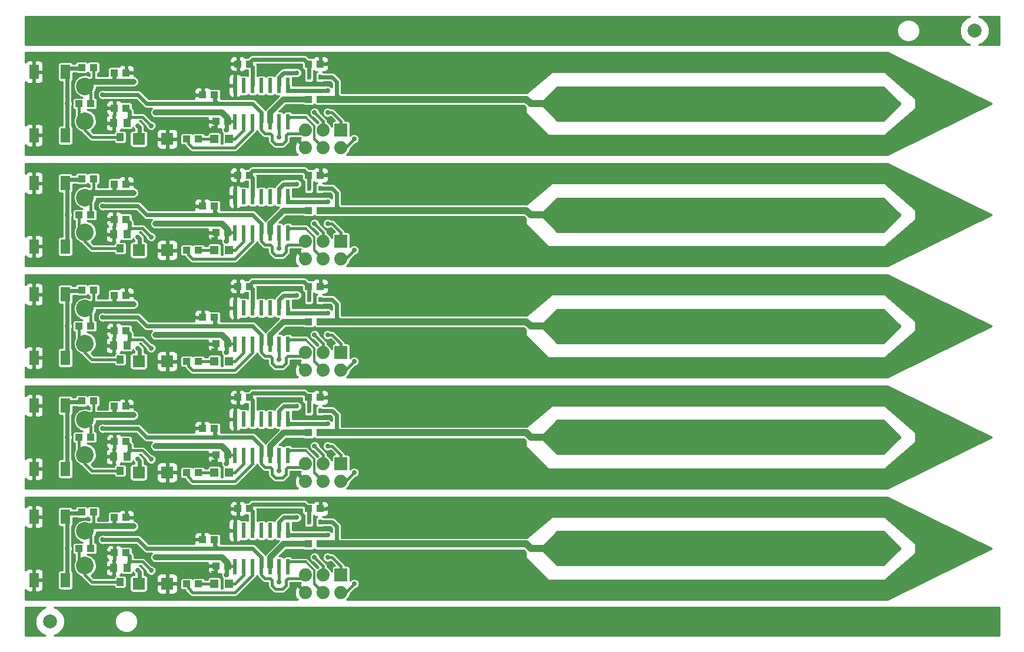
<source format=gbr>
G04 #@! TF.FileFunction,Copper,L1,Top,Signal*
%FSLAX46Y46*%
G04 Gerber Fmt 4.6, Leading zero omitted, Abs format (unit mm)*
G04 Created by KiCad (PCBNEW (2015-09-30 BZR 6232)-product) date Fri 09 Oct 2015 11:18:26 AM EEST*
%MOMM*%
G01*
G04 APERTURE LIST*
%ADD10C,0.100000*%
%ADD11R,1.100000X1.000000*%
%ADD12C,2.000000*%
%ADD13R,1.200000X1.200000*%
%ADD14R,1.800000X1.700000*%
%ADD15R,0.609600X2.209800*%
%ADD16R,0.600000X0.800000*%
%ADD17R,1.879600X1.879600*%
%ADD18C,1.879600*%
%ADD19C,2.540000*%
%ADD20R,1.397000X2.108200*%
%ADD21R,1.016000X1.143000*%
%ADD22C,0.704800*%
%ADD23C,0.600000*%
%ADD24C,0.812800*%
%ADD25C,0.406400*%
%ADD26C,0.609600*%
%ADD27C,0.250000*%
%ADD28C,0.304800*%
%ADD29C,1.016000*%
%ADD30C,0.254000*%
G04 APERTURE END LIST*
D10*
D11*
X48572100Y-42794100D03*
X50272100Y-42794100D03*
X53271100Y-43556100D03*
X54971100Y-43556100D03*
X48191100Y-48001100D03*
X49891100Y-48001100D03*
D12*
X177000000Y-37500000D03*
D13*
X69776100Y-53081100D03*
X67676100Y-53081100D03*
D14*
X56770100Y-53081100D03*
X60870100Y-53081100D03*
D15*
X70631100Y-50604600D03*
X70631100Y-45397600D03*
X71901100Y-50604600D03*
X73171100Y-50604600D03*
X71901100Y-45397600D03*
X73171100Y-45397600D03*
X74441100Y-50604600D03*
X74441100Y-45397600D03*
X75711100Y-50604600D03*
X76981100Y-50604600D03*
X75711100Y-45397600D03*
X76981100Y-45397600D03*
X78251100Y-50604600D03*
X78251100Y-45397600D03*
D16*
X81261100Y-44191100D03*
X82861100Y-44191100D03*
D17*
X85871100Y-51811100D03*
D18*
X85871100Y-54351100D03*
X83331100Y-51811100D03*
X83331100Y-54351100D03*
X80791100Y-51811100D03*
X80791100Y-54351100D03*
D19*
X49041100Y-45501100D03*
X49041100Y-50501100D03*
D20*
X41700500Y-52547700D03*
X41700500Y-43454500D03*
X46221700Y-43432700D03*
X46221700Y-52547700D03*
D21*
X54121100Y-52827100D03*
X53171100Y-50795100D03*
X55071100Y-50795100D03*
D11*
X53271100Y-48636100D03*
X54971100Y-48636100D03*
X69576100Y-50541100D03*
X67876100Y-50541100D03*
X67671100Y-46731100D03*
X65971100Y-46731100D03*
X82911100Y-47366100D03*
X81211100Y-47366100D03*
X81211100Y-42286100D03*
X82911100Y-42286100D03*
X72751100Y-42286100D03*
X71051100Y-42286100D03*
X65385100Y-53081100D03*
X63685100Y-53081100D03*
D13*
X69776100Y-69081100D03*
X67676100Y-69081100D03*
D14*
X56770100Y-69081100D03*
X60870100Y-69081100D03*
D15*
X70631100Y-66604600D03*
X70631100Y-61397600D03*
X71901100Y-66604600D03*
X73171100Y-66604600D03*
X71901100Y-61397600D03*
X73171100Y-61397600D03*
X74441100Y-66604600D03*
X74441100Y-61397600D03*
X75711100Y-66604600D03*
X76981100Y-66604600D03*
X75711100Y-61397600D03*
X76981100Y-61397600D03*
X78251100Y-66604600D03*
X78251100Y-61397600D03*
D16*
X81261100Y-60191100D03*
X82861100Y-60191100D03*
D17*
X85871100Y-67811100D03*
D18*
X85871100Y-70351100D03*
X83331100Y-67811100D03*
X83331100Y-70351100D03*
X80791100Y-67811100D03*
X80791100Y-70351100D03*
D19*
X49041100Y-61501100D03*
X49041100Y-66501100D03*
D20*
X41700500Y-68547700D03*
X41700500Y-59454500D03*
X46221700Y-59432700D03*
X46221700Y-68547700D03*
D21*
X54121100Y-68827100D03*
X53171100Y-66795100D03*
X55071100Y-66795100D03*
D11*
X53271100Y-64636100D03*
X54971100Y-64636100D03*
X48191100Y-64001100D03*
X49891100Y-64001100D03*
X69576100Y-66541100D03*
X67876100Y-66541100D03*
X48572100Y-58794100D03*
X50272100Y-58794100D03*
X67671100Y-62731100D03*
X65971100Y-62731100D03*
X82911100Y-63366100D03*
X81211100Y-63366100D03*
X81211100Y-58286100D03*
X82911100Y-58286100D03*
X72751100Y-58286100D03*
X71051100Y-58286100D03*
X65385100Y-69081100D03*
X63685100Y-69081100D03*
X53271100Y-59556100D03*
X54971100Y-59556100D03*
D13*
X69776100Y-85081100D03*
X67676100Y-85081100D03*
D14*
X56770100Y-85081100D03*
X60870100Y-85081100D03*
D15*
X70631100Y-82604600D03*
X70631100Y-77397600D03*
X71901100Y-82604600D03*
X73171100Y-82604600D03*
X71901100Y-77397600D03*
X73171100Y-77397600D03*
X74441100Y-82604600D03*
X74441100Y-77397600D03*
X75711100Y-82604600D03*
X76981100Y-82604600D03*
X75711100Y-77397600D03*
X76981100Y-77397600D03*
X78251100Y-82604600D03*
X78251100Y-77397600D03*
D16*
X81261100Y-76191100D03*
X82861100Y-76191100D03*
D17*
X85871100Y-83811100D03*
D18*
X85871100Y-86351100D03*
X83331100Y-83811100D03*
X83331100Y-86351100D03*
X80791100Y-83811100D03*
X80791100Y-86351100D03*
D19*
X49041100Y-77501100D03*
X49041100Y-82501100D03*
D20*
X41700500Y-84547700D03*
X41700500Y-75454500D03*
X46221700Y-75432700D03*
X46221700Y-84547700D03*
D21*
X54121100Y-84827100D03*
X53171100Y-82795100D03*
X55071100Y-82795100D03*
D11*
X53271100Y-80636100D03*
X54971100Y-80636100D03*
X48191100Y-80001100D03*
X49891100Y-80001100D03*
X69576100Y-82541100D03*
X67876100Y-82541100D03*
X48572100Y-74794100D03*
X50272100Y-74794100D03*
X67671100Y-78731100D03*
X65971100Y-78731100D03*
X82911100Y-79366100D03*
X81211100Y-79366100D03*
X81211100Y-74286100D03*
X82911100Y-74286100D03*
X72751100Y-74286100D03*
X71051100Y-74286100D03*
X65385100Y-85081100D03*
X63685100Y-85081100D03*
X53271100Y-75556100D03*
X54971100Y-75556100D03*
D13*
X69776100Y-101081100D03*
X67676100Y-101081100D03*
D14*
X56770100Y-101081100D03*
X60870100Y-101081100D03*
D15*
X70631100Y-98604600D03*
X70631100Y-93397600D03*
X71901100Y-98604600D03*
X73171100Y-98604600D03*
X71901100Y-93397600D03*
X73171100Y-93397600D03*
X74441100Y-98604600D03*
X74441100Y-93397600D03*
X75711100Y-98604600D03*
X76981100Y-98604600D03*
X75711100Y-93397600D03*
X76981100Y-93397600D03*
X78251100Y-98604600D03*
X78251100Y-93397600D03*
D16*
X81261100Y-92191100D03*
X82861100Y-92191100D03*
D17*
X85871100Y-99811100D03*
D18*
X85871100Y-102351100D03*
X83331100Y-99811100D03*
X83331100Y-102351100D03*
X80791100Y-99811100D03*
X80791100Y-102351100D03*
D19*
X49041100Y-93501100D03*
X49041100Y-98501100D03*
D20*
X41700500Y-100547700D03*
X41700500Y-91454500D03*
X46221700Y-91432700D03*
X46221700Y-100547700D03*
D21*
X54121100Y-100827100D03*
X53171100Y-98795100D03*
X55071100Y-98795100D03*
D11*
X53271100Y-96636100D03*
X54971100Y-96636100D03*
X48191100Y-96001100D03*
X49891100Y-96001100D03*
X69576100Y-98541100D03*
X67876100Y-98541100D03*
X48572100Y-90794100D03*
X50272100Y-90794100D03*
X67671100Y-94731100D03*
X65971100Y-94731100D03*
X82911100Y-95366100D03*
X81211100Y-95366100D03*
X81211100Y-90286100D03*
X82911100Y-90286100D03*
X72751100Y-90286100D03*
X71051100Y-90286100D03*
X65385100Y-101081100D03*
X63685100Y-101081100D03*
X53271100Y-91556100D03*
X54971100Y-91556100D03*
D13*
X69776100Y-117081100D03*
X67676100Y-117081100D03*
D14*
X56770100Y-117081100D03*
X60870100Y-117081100D03*
D15*
X70631100Y-114604600D03*
X70631100Y-109397600D03*
X71901100Y-114604600D03*
X73171100Y-114604600D03*
X71901100Y-109397600D03*
X73171100Y-109397600D03*
X74441100Y-114604600D03*
X74441100Y-109397600D03*
X75711100Y-114604600D03*
X76981100Y-114604600D03*
X75711100Y-109397600D03*
X76981100Y-109397600D03*
X78251100Y-114604600D03*
X78251100Y-109397600D03*
D16*
X81261100Y-108191100D03*
X82861100Y-108191100D03*
D17*
X85871100Y-115811100D03*
D18*
X85871100Y-118351100D03*
X83331100Y-115811100D03*
X83331100Y-118351100D03*
X80791100Y-115811100D03*
X80791100Y-118351100D03*
D19*
X49041100Y-109501100D03*
X49041100Y-114501100D03*
D20*
X41700500Y-116547700D03*
X41700500Y-107454500D03*
X46221700Y-107432700D03*
X46221700Y-116547700D03*
D21*
X54121100Y-116827100D03*
X53171100Y-114795100D03*
X55071100Y-114795100D03*
D11*
X53271100Y-112636100D03*
X54971100Y-112636100D03*
X48191100Y-112001100D03*
X49891100Y-112001100D03*
X69576100Y-114541100D03*
X67876100Y-114541100D03*
X48572100Y-106794100D03*
X50272100Y-106794100D03*
X67671100Y-110731100D03*
X65971100Y-110731100D03*
X82911100Y-111366100D03*
X81211100Y-111366100D03*
X81211100Y-106286100D03*
X82911100Y-106286100D03*
X72751100Y-106286100D03*
X71051100Y-106286100D03*
X65385100Y-117081100D03*
X63685100Y-117081100D03*
X53271100Y-107556100D03*
X54971100Y-107556100D03*
D12*
X44000000Y-122500000D03*
D22*
X56026100Y-44826100D03*
X87776100Y-53081100D03*
X69361100Y-51811100D03*
X59201100Y-49271100D03*
X56661100Y-51176100D03*
X56026100Y-60826100D03*
X87776100Y-69081100D03*
X69361100Y-67811100D03*
X59201100Y-65271100D03*
X56661100Y-67176100D03*
X56026100Y-76826100D03*
X87776100Y-85081100D03*
X69361100Y-83811100D03*
X59201100Y-81271100D03*
X56661100Y-83176100D03*
X56026100Y-92826100D03*
X87776100Y-101081100D03*
X69361100Y-99811100D03*
X59201100Y-97271100D03*
X56661100Y-99176100D03*
X56026100Y-108826100D03*
X87776100Y-117081100D03*
X69361100Y-115811100D03*
X59201100Y-113271100D03*
X56661100Y-115176100D03*
D23*
X79750000Y-44500000D03*
X74250000Y-43250000D03*
X69750000Y-43500000D03*
X70500000Y-43500000D03*
X90500000Y-50000000D03*
X94500000Y-50000000D03*
X98500000Y-50000000D03*
X98500000Y-44000000D03*
X94500000Y-44000000D03*
X90500000Y-44000000D03*
X84000000Y-42250000D03*
X67500000Y-51500000D03*
X79750000Y-60500000D03*
X74250000Y-59250000D03*
X69750000Y-59500000D03*
X70500000Y-59500000D03*
X90500000Y-66000000D03*
X94500000Y-66000000D03*
X98500000Y-66000000D03*
X98500000Y-60000000D03*
X94500000Y-60000000D03*
X90500000Y-60000000D03*
X84000000Y-58250000D03*
X67500000Y-67500000D03*
X79750000Y-76500000D03*
X74250000Y-75250000D03*
X69750000Y-75500000D03*
X70500000Y-75500000D03*
X90500000Y-82000000D03*
X94500000Y-82000000D03*
X98500000Y-82000000D03*
X98500000Y-76000000D03*
X94500000Y-76000000D03*
X90500000Y-76000000D03*
X84000000Y-74250000D03*
X67500000Y-83500000D03*
X79750000Y-92500000D03*
X74250000Y-91250000D03*
X69750000Y-91500000D03*
X70500000Y-91500000D03*
X90500000Y-98000000D03*
X94500000Y-98000000D03*
X98500000Y-98000000D03*
X98500000Y-92000000D03*
X94500000Y-92000000D03*
X90500000Y-92000000D03*
X84000000Y-90250000D03*
X67500000Y-99500000D03*
X79750000Y-108500000D03*
X74250000Y-107250000D03*
X69750000Y-107500000D03*
X70500000Y-107500000D03*
X90500000Y-114000000D03*
X94500000Y-114000000D03*
X98500000Y-114000000D03*
X98500000Y-108000000D03*
X94500000Y-108000000D03*
X90500000Y-108000000D03*
X84000000Y-106250000D03*
X67500000Y-115500000D03*
D22*
X46501100Y-48001100D03*
X51581100Y-46731100D03*
X46501100Y-64001100D03*
X51581100Y-62731100D03*
X46501100Y-80001100D03*
X51581100Y-78731100D03*
X46501100Y-96001100D03*
X51581100Y-94731100D03*
X46501100Y-112001100D03*
X51581100Y-110731100D03*
X83966100Y-49271100D03*
X83966100Y-46096100D03*
X83966100Y-65271100D03*
X83966100Y-62096100D03*
X83966100Y-81271100D03*
X83966100Y-78096100D03*
X83966100Y-97271100D03*
X83966100Y-94096100D03*
X83966100Y-113271100D03*
X83966100Y-110096100D03*
X82061100Y-49271100D03*
X79521100Y-43556100D03*
X82061100Y-65271100D03*
X79521100Y-59556100D03*
X82061100Y-81271100D03*
X79521100Y-75556100D03*
X82061100Y-97271100D03*
X79521100Y-91556100D03*
X82061100Y-113271100D03*
X79521100Y-107556100D03*
X76981100Y-52827100D03*
X58566100Y-51176100D03*
X76981100Y-68827100D03*
X58566100Y-67176100D03*
X76981100Y-84827100D03*
X58566100Y-83176100D03*
X76981100Y-100827100D03*
X58566100Y-99176100D03*
X76981100Y-116827100D03*
X58566100Y-115176100D03*
D24*
X52851100Y-44826100D02*
X56026100Y-44826100D01*
D25*
X86506100Y-54351100D02*
X85871100Y-54351100D01*
X87776100Y-53081100D02*
X86506100Y-54351100D01*
X69424600Y-51811100D02*
X69361100Y-51811100D01*
X69576100Y-50541100D02*
X70567600Y-50541100D01*
D24*
X69601100Y-50146100D02*
X69576100Y-50541100D01*
X68726100Y-49271100D02*
X69601100Y-50146100D01*
X59201100Y-49271100D02*
X68726100Y-49271100D01*
D26*
X69424600Y-50692600D02*
X69424600Y-51811100D01*
X69576100Y-50541100D02*
X69424600Y-50692600D01*
X53271100Y-44406100D02*
X53271100Y-43556100D01*
X52851100Y-44826100D02*
X53271100Y-44406100D01*
D25*
X49891100Y-46351100D02*
X49891100Y-48001100D01*
X49041100Y-45501100D02*
X49891100Y-46351100D01*
D24*
X49716100Y-44826100D02*
X52851100Y-44826100D01*
X49041100Y-45501100D02*
X49569100Y-44973100D01*
X49569100Y-44973100D02*
X49716100Y-44826100D01*
D26*
X49041100Y-45501100D02*
X49764100Y-44954100D01*
X56866100Y-51381100D02*
X56770100Y-53081100D01*
X56661100Y-51176100D02*
X56866100Y-51381100D01*
D25*
X50272100Y-42794100D02*
X50272100Y-44270100D01*
X50272100Y-44270100D02*
X49569100Y-44973100D01*
D24*
X52851100Y-60826100D02*
X56026100Y-60826100D01*
D25*
X86506100Y-70351100D02*
X85871100Y-70351100D01*
X87776100Y-69081100D02*
X86506100Y-70351100D01*
X69424600Y-67811100D02*
X69361100Y-67811100D01*
X69576100Y-66541100D02*
X70567600Y-66541100D01*
D24*
X69601100Y-66146100D02*
X69576100Y-66541100D01*
X68726100Y-65271100D02*
X69601100Y-66146100D01*
X59201100Y-65271100D02*
X68726100Y-65271100D01*
D26*
X69424600Y-66692600D02*
X69424600Y-67811100D01*
X69576100Y-66541100D02*
X69424600Y-66692600D01*
X53271100Y-60406100D02*
X53271100Y-59556100D01*
X52851100Y-60826100D02*
X53271100Y-60406100D01*
D25*
X49891100Y-62351100D02*
X49891100Y-64001100D01*
X49041100Y-61501100D02*
X49891100Y-62351100D01*
D24*
X49716100Y-60826100D02*
X52851100Y-60826100D01*
X49041100Y-61501100D02*
X49569100Y-60973100D01*
X49569100Y-60973100D02*
X49716100Y-60826100D01*
D26*
X49041100Y-61501100D02*
X49764100Y-60954100D01*
X56866100Y-67381100D02*
X56770100Y-69081100D01*
X56661100Y-67176100D02*
X56866100Y-67381100D01*
D25*
X50272100Y-58794100D02*
X50272100Y-60270100D01*
X50272100Y-60270100D02*
X49569100Y-60973100D01*
D24*
X52851100Y-76826100D02*
X56026100Y-76826100D01*
D25*
X86506100Y-86351100D02*
X85871100Y-86351100D01*
X87776100Y-85081100D02*
X86506100Y-86351100D01*
X69424600Y-83811100D02*
X69361100Y-83811100D01*
X69576100Y-82541100D02*
X70567600Y-82541100D01*
D24*
X69601100Y-82146100D02*
X69576100Y-82541100D01*
X68726100Y-81271100D02*
X69601100Y-82146100D01*
X59201100Y-81271100D02*
X68726100Y-81271100D01*
D26*
X69424600Y-82692600D02*
X69424600Y-83811100D01*
X69576100Y-82541100D02*
X69424600Y-82692600D01*
X53271100Y-76406100D02*
X53271100Y-75556100D01*
X52851100Y-76826100D02*
X53271100Y-76406100D01*
D25*
X49891100Y-78351100D02*
X49891100Y-80001100D01*
X49041100Y-77501100D02*
X49891100Y-78351100D01*
D24*
X49716100Y-76826100D02*
X52851100Y-76826100D01*
X49041100Y-77501100D02*
X49569100Y-76973100D01*
X49569100Y-76973100D02*
X49716100Y-76826100D01*
D26*
X49041100Y-77501100D02*
X49764100Y-76954100D01*
X56866100Y-83381100D02*
X56770100Y-85081100D01*
X56661100Y-83176100D02*
X56866100Y-83381100D01*
D25*
X50272100Y-74794100D02*
X50272100Y-76270100D01*
X50272100Y-76270100D02*
X49569100Y-76973100D01*
D24*
X52851100Y-92826100D02*
X56026100Y-92826100D01*
D25*
X86506100Y-102351100D02*
X85871100Y-102351100D01*
X87776100Y-101081100D02*
X86506100Y-102351100D01*
X69424600Y-99811100D02*
X69361100Y-99811100D01*
X69576100Y-98541100D02*
X70567600Y-98541100D01*
D24*
X69601100Y-98146100D02*
X69576100Y-98541100D01*
X68726100Y-97271100D02*
X69601100Y-98146100D01*
X59201100Y-97271100D02*
X68726100Y-97271100D01*
D26*
X69424600Y-98692600D02*
X69424600Y-99811100D01*
X69576100Y-98541100D02*
X69424600Y-98692600D01*
X53271100Y-92406100D02*
X53271100Y-91556100D01*
X52851100Y-92826100D02*
X53271100Y-92406100D01*
D25*
X49891100Y-94351100D02*
X49891100Y-96001100D01*
X49041100Y-93501100D02*
X49891100Y-94351100D01*
D24*
X49716100Y-92826100D02*
X52851100Y-92826100D01*
X49041100Y-93501100D02*
X49569100Y-92973100D01*
X49569100Y-92973100D02*
X49716100Y-92826100D01*
D26*
X49041100Y-93501100D02*
X49764100Y-92954100D01*
X56866100Y-99381100D02*
X56770100Y-101081100D01*
X56661100Y-99176100D02*
X56866100Y-99381100D01*
D25*
X50272100Y-90794100D02*
X50272100Y-92270100D01*
X50272100Y-92270100D02*
X49569100Y-92973100D01*
D24*
X52851100Y-108826100D02*
X56026100Y-108826100D01*
D25*
X86506100Y-118351100D02*
X85871100Y-118351100D01*
X87776100Y-117081100D02*
X86506100Y-118351100D01*
X69424600Y-115811100D02*
X69361100Y-115811100D01*
X69576100Y-114541100D02*
X70567600Y-114541100D01*
D24*
X69601100Y-114146100D02*
X69576100Y-114541100D01*
X68726100Y-113271100D02*
X69601100Y-114146100D01*
X59201100Y-113271100D02*
X68726100Y-113271100D01*
D26*
X69424600Y-114692600D02*
X69424600Y-115811100D01*
X69576100Y-114541100D02*
X69424600Y-114692600D01*
X53271100Y-108406100D02*
X53271100Y-107556100D01*
X52851100Y-108826100D02*
X53271100Y-108406100D01*
D25*
X49891100Y-110351100D02*
X49891100Y-112001100D01*
X49041100Y-109501100D02*
X49891100Y-110351100D01*
D24*
X49716100Y-108826100D02*
X52851100Y-108826100D01*
X49041100Y-109501100D02*
X49569100Y-108973100D01*
X49569100Y-108973100D02*
X49716100Y-108826100D01*
D26*
X49041100Y-109501100D02*
X49764100Y-108954100D01*
X56866100Y-115381100D02*
X56770100Y-117081100D01*
X56661100Y-115176100D02*
X56866100Y-115381100D01*
D25*
X50272100Y-106794100D02*
X50272100Y-108270100D01*
X50272100Y-108270100D02*
X49569100Y-108973100D01*
D27*
X70631100Y-45397600D02*
X70631100Y-43631100D01*
X70631100Y-43631100D02*
X70500000Y-43500000D01*
X98500000Y-50000000D02*
X94500000Y-50000000D01*
X90500000Y-44000000D02*
X94500000Y-44000000D01*
X82911100Y-42286100D02*
X83963900Y-42286100D01*
X83963900Y-42286100D02*
X84000000Y-42250000D01*
X70631100Y-61397600D02*
X70631100Y-59631100D01*
X70631100Y-59631100D02*
X70500000Y-59500000D01*
X98500000Y-66000000D02*
X94500000Y-66000000D01*
X90500000Y-60000000D02*
X94500000Y-60000000D01*
X82911100Y-58286100D02*
X83963900Y-58286100D01*
X83963900Y-58286100D02*
X84000000Y-58250000D01*
X70631100Y-77397600D02*
X70631100Y-75631100D01*
X70631100Y-75631100D02*
X70500000Y-75500000D01*
X98500000Y-82000000D02*
X94500000Y-82000000D01*
X90500000Y-76000000D02*
X94500000Y-76000000D01*
X82911100Y-74286100D02*
X83963900Y-74286100D01*
X83963900Y-74286100D02*
X84000000Y-74250000D01*
X70631100Y-93397600D02*
X70631100Y-91631100D01*
X70631100Y-91631100D02*
X70500000Y-91500000D01*
X98500000Y-98000000D02*
X94500000Y-98000000D01*
X90500000Y-92000000D02*
X94500000Y-92000000D01*
X82911100Y-90286100D02*
X83963900Y-90286100D01*
X83963900Y-90286100D02*
X84000000Y-90250000D01*
X70631100Y-109397600D02*
X70631100Y-107631100D01*
X70631100Y-107631100D02*
X70500000Y-107500000D01*
X98500000Y-114000000D02*
X94500000Y-114000000D01*
X90500000Y-108000000D02*
X94500000Y-108000000D01*
X82911100Y-106286100D02*
X83963900Y-106286100D01*
X83963900Y-106286100D02*
X84000000Y-106250000D01*
D26*
X51581100Y-46731100D02*
X56661100Y-46731100D01*
X68091100Y-48001100D02*
X73171100Y-48001100D01*
X73171100Y-48001100D02*
X74441100Y-49271100D01*
X74441100Y-49271100D02*
X74441100Y-50604600D01*
X67696100Y-47606100D02*
X67671100Y-46731100D01*
X68091100Y-48001100D02*
X67696100Y-47606100D01*
X57931100Y-48001100D02*
X68091100Y-48001100D01*
X56661100Y-46731100D02*
X57931100Y-48001100D01*
D25*
X48572100Y-42794100D02*
X48177500Y-42794100D01*
D26*
X46221700Y-52547700D02*
X46501100Y-52268300D01*
X46501100Y-52268300D02*
X46501100Y-48001100D01*
X46221700Y-43432700D02*
X46501100Y-43712100D01*
X46501100Y-43712100D02*
X46501100Y-48001100D01*
X48177500Y-42794100D02*
X48050500Y-42921100D01*
X48050500Y-42921100D02*
X46247100Y-42921100D01*
X46247100Y-42921100D02*
X46221700Y-42946500D01*
X46221700Y-42946500D02*
X46221700Y-43432700D01*
D25*
X74441100Y-50604600D02*
X74441100Y-51811100D01*
X74441100Y-51811100D02*
X74949100Y-52319100D01*
X74949100Y-52319100D02*
X75711100Y-52319100D01*
X75711100Y-52319100D02*
X75965100Y-52573100D01*
X75965100Y-52573100D02*
X75965100Y-53335100D01*
X75965100Y-53335100D02*
X76473100Y-53843100D01*
X76473100Y-53843100D02*
X77489100Y-53843100D01*
X77489100Y-53843100D02*
X77997100Y-53335100D01*
X77997100Y-53335100D02*
X77997100Y-52573100D01*
X77997100Y-52573100D02*
X78251100Y-52319100D01*
X78251100Y-52319100D02*
X80283100Y-52319100D01*
X80283100Y-52319100D02*
X80791100Y-51811100D01*
D26*
X51581100Y-62731100D02*
X56661100Y-62731100D01*
X68091100Y-64001100D02*
X73171100Y-64001100D01*
X73171100Y-64001100D02*
X74441100Y-65271100D01*
X74441100Y-65271100D02*
X74441100Y-66604600D01*
X67696100Y-63606100D02*
X67671100Y-62731100D01*
X68091100Y-64001100D02*
X67696100Y-63606100D01*
X57931100Y-64001100D02*
X68091100Y-64001100D01*
X56661100Y-62731100D02*
X57931100Y-64001100D01*
D25*
X48572100Y-58794100D02*
X48177500Y-58794100D01*
D26*
X46221700Y-68547700D02*
X46501100Y-68268300D01*
X46501100Y-68268300D02*
X46501100Y-64001100D01*
X46221700Y-59432700D02*
X46501100Y-59712100D01*
X46501100Y-59712100D02*
X46501100Y-64001100D01*
X48177500Y-58794100D02*
X48050500Y-58921100D01*
X48050500Y-58921100D02*
X46247100Y-58921100D01*
X46247100Y-58921100D02*
X46221700Y-58946500D01*
X46221700Y-58946500D02*
X46221700Y-59432700D01*
D25*
X74441100Y-66604600D02*
X74441100Y-67811100D01*
X74441100Y-67811100D02*
X74949100Y-68319100D01*
X74949100Y-68319100D02*
X75711100Y-68319100D01*
X75711100Y-68319100D02*
X75965100Y-68573100D01*
X75965100Y-68573100D02*
X75965100Y-69335100D01*
X75965100Y-69335100D02*
X76473100Y-69843100D01*
X76473100Y-69843100D02*
X77489100Y-69843100D01*
X77489100Y-69843100D02*
X77997100Y-69335100D01*
X77997100Y-69335100D02*
X77997100Y-68573100D01*
X77997100Y-68573100D02*
X78251100Y-68319100D01*
X78251100Y-68319100D02*
X80283100Y-68319100D01*
X80283100Y-68319100D02*
X80791100Y-67811100D01*
D26*
X51581100Y-78731100D02*
X56661100Y-78731100D01*
X68091100Y-80001100D02*
X73171100Y-80001100D01*
X73171100Y-80001100D02*
X74441100Y-81271100D01*
X74441100Y-81271100D02*
X74441100Y-82604600D01*
X67696100Y-79606100D02*
X67671100Y-78731100D01*
X68091100Y-80001100D02*
X67696100Y-79606100D01*
X57931100Y-80001100D02*
X68091100Y-80001100D01*
X56661100Y-78731100D02*
X57931100Y-80001100D01*
D25*
X48572100Y-74794100D02*
X48177500Y-74794100D01*
D26*
X46221700Y-84547700D02*
X46501100Y-84268300D01*
X46501100Y-84268300D02*
X46501100Y-80001100D01*
X46221700Y-75432700D02*
X46501100Y-75712100D01*
X46501100Y-75712100D02*
X46501100Y-80001100D01*
X48177500Y-74794100D02*
X48050500Y-74921100D01*
X48050500Y-74921100D02*
X46247100Y-74921100D01*
X46247100Y-74921100D02*
X46221700Y-74946500D01*
X46221700Y-74946500D02*
X46221700Y-75432700D01*
D25*
X74441100Y-82604600D02*
X74441100Y-83811100D01*
X74441100Y-83811100D02*
X74949100Y-84319100D01*
X74949100Y-84319100D02*
X75711100Y-84319100D01*
X75711100Y-84319100D02*
X75965100Y-84573100D01*
X75965100Y-84573100D02*
X75965100Y-85335100D01*
X75965100Y-85335100D02*
X76473100Y-85843100D01*
X76473100Y-85843100D02*
X77489100Y-85843100D01*
X77489100Y-85843100D02*
X77997100Y-85335100D01*
X77997100Y-85335100D02*
X77997100Y-84573100D01*
X77997100Y-84573100D02*
X78251100Y-84319100D01*
X78251100Y-84319100D02*
X80283100Y-84319100D01*
X80283100Y-84319100D02*
X80791100Y-83811100D01*
D26*
X51581100Y-94731100D02*
X56661100Y-94731100D01*
X68091100Y-96001100D02*
X73171100Y-96001100D01*
X73171100Y-96001100D02*
X74441100Y-97271100D01*
X74441100Y-97271100D02*
X74441100Y-98604600D01*
X67696100Y-95606100D02*
X67671100Y-94731100D01*
X68091100Y-96001100D02*
X67696100Y-95606100D01*
X57931100Y-96001100D02*
X68091100Y-96001100D01*
X56661100Y-94731100D02*
X57931100Y-96001100D01*
D25*
X48572100Y-90794100D02*
X48177500Y-90794100D01*
D26*
X46221700Y-100547700D02*
X46501100Y-100268300D01*
X46501100Y-100268300D02*
X46501100Y-96001100D01*
X46221700Y-91432700D02*
X46501100Y-91712100D01*
X46501100Y-91712100D02*
X46501100Y-96001100D01*
X48177500Y-90794100D02*
X48050500Y-90921100D01*
X48050500Y-90921100D02*
X46247100Y-90921100D01*
X46247100Y-90921100D02*
X46221700Y-90946500D01*
X46221700Y-90946500D02*
X46221700Y-91432700D01*
D25*
X74441100Y-98604600D02*
X74441100Y-99811100D01*
X74441100Y-99811100D02*
X74949100Y-100319100D01*
X74949100Y-100319100D02*
X75711100Y-100319100D01*
X75711100Y-100319100D02*
X75965100Y-100573100D01*
X75965100Y-100573100D02*
X75965100Y-101335100D01*
X75965100Y-101335100D02*
X76473100Y-101843100D01*
X76473100Y-101843100D02*
X77489100Y-101843100D01*
X77489100Y-101843100D02*
X77997100Y-101335100D01*
X77997100Y-101335100D02*
X77997100Y-100573100D01*
X77997100Y-100573100D02*
X78251100Y-100319100D01*
X78251100Y-100319100D02*
X80283100Y-100319100D01*
X80283100Y-100319100D02*
X80791100Y-99811100D01*
D26*
X51581100Y-110731100D02*
X56661100Y-110731100D01*
X68091100Y-112001100D02*
X73171100Y-112001100D01*
X73171100Y-112001100D02*
X74441100Y-113271100D01*
X74441100Y-113271100D02*
X74441100Y-114604600D01*
X67696100Y-111606100D02*
X67671100Y-110731100D01*
X68091100Y-112001100D02*
X67696100Y-111606100D01*
X57931100Y-112001100D02*
X68091100Y-112001100D01*
X56661100Y-110731100D02*
X57931100Y-112001100D01*
D25*
X48572100Y-106794100D02*
X48177500Y-106794100D01*
D26*
X46221700Y-116547700D02*
X46501100Y-116268300D01*
X46501100Y-116268300D02*
X46501100Y-112001100D01*
X46221700Y-107432700D02*
X46501100Y-107712100D01*
X46501100Y-107712100D02*
X46501100Y-112001100D01*
X48177500Y-106794100D02*
X48050500Y-106921100D01*
X48050500Y-106921100D02*
X46247100Y-106921100D01*
X46247100Y-106921100D02*
X46221700Y-106946500D01*
X46221700Y-106946500D02*
X46221700Y-107432700D01*
D25*
X74441100Y-114604600D02*
X74441100Y-115811100D01*
X74441100Y-115811100D02*
X74949100Y-116319100D01*
X74949100Y-116319100D02*
X75711100Y-116319100D01*
X75711100Y-116319100D02*
X75965100Y-116573100D01*
X75965100Y-116573100D02*
X75965100Y-117335100D01*
X75965100Y-117335100D02*
X76473100Y-117843100D01*
X76473100Y-117843100D02*
X77489100Y-117843100D01*
X77489100Y-117843100D02*
X77997100Y-117335100D01*
X77997100Y-117335100D02*
X77997100Y-116573100D01*
X77997100Y-116573100D02*
X78251100Y-116319100D01*
X78251100Y-116319100D02*
X80283100Y-116319100D01*
X80283100Y-116319100D02*
X80791100Y-115811100D01*
X82061100Y-53081100D02*
X83331100Y-54351100D01*
D28*
X82061100Y-51176100D02*
X82061100Y-53081100D01*
X80791100Y-49906100D02*
X82061100Y-51176100D01*
D25*
X78314600Y-49906100D02*
X80791100Y-49906100D01*
X78251100Y-50604600D02*
X78314600Y-49906100D01*
X82061100Y-69081100D02*
X83331100Y-70351100D01*
D28*
X82061100Y-67176100D02*
X82061100Y-69081100D01*
X80791100Y-65906100D02*
X82061100Y-67176100D01*
D25*
X78314600Y-65906100D02*
X80791100Y-65906100D01*
X78251100Y-66604600D02*
X78314600Y-65906100D01*
X82061100Y-85081100D02*
X83331100Y-86351100D01*
D28*
X82061100Y-83176100D02*
X82061100Y-85081100D01*
X80791100Y-81906100D02*
X82061100Y-83176100D01*
D25*
X78314600Y-81906100D02*
X80791100Y-81906100D01*
X78251100Y-82604600D02*
X78314600Y-81906100D01*
X82061100Y-101081100D02*
X83331100Y-102351100D01*
D28*
X82061100Y-99176100D02*
X82061100Y-101081100D01*
X80791100Y-97906100D02*
X82061100Y-99176100D01*
D25*
X78314600Y-97906100D02*
X80791100Y-97906100D01*
X78251100Y-98604600D02*
X78314600Y-97906100D01*
X82061100Y-117081100D02*
X83331100Y-118351100D01*
D28*
X82061100Y-115176100D02*
X82061100Y-117081100D01*
X80791100Y-113906100D02*
X82061100Y-115176100D01*
D25*
X78314600Y-113906100D02*
X80791100Y-113906100D01*
X78251100Y-114604600D02*
X78314600Y-113906100D01*
X85871100Y-50541100D02*
X85871100Y-51811100D01*
X78251100Y-45397600D02*
X78314600Y-45461100D01*
X83966100Y-49271100D02*
X84601100Y-49271100D01*
X84601100Y-49271100D02*
X85871100Y-50541100D01*
D26*
X78251100Y-46096100D02*
X83966100Y-46096100D01*
X78251100Y-46096100D02*
X78251100Y-45397600D01*
D25*
X85871100Y-66541100D02*
X85871100Y-67811100D01*
X78251100Y-61397600D02*
X78314600Y-61461100D01*
X83966100Y-65271100D02*
X84601100Y-65271100D01*
X84601100Y-65271100D02*
X85871100Y-66541100D01*
D26*
X78251100Y-62096100D02*
X83966100Y-62096100D01*
X78251100Y-62096100D02*
X78251100Y-61397600D01*
D25*
X85871100Y-82541100D02*
X85871100Y-83811100D01*
X78251100Y-77397600D02*
X78314600Y-77461100D01*
X83966100Y-81271100D02*
X84601100Y-81271100D01*
X84601100Y-81271100D02*
X85871100Y-82541100D01*
D26*
X78251100Y-78096100D02*
X83966100Y-78096100D01*
X78251100Y-78096100D02*
X78251100Y-77397600D01*
D25*
X85871100Y-98541100D02*
X85871100Y-99811100D01*
X78251100Y-93397600D02*
X78314600Y-93461100D01*
X83966100Y-97271100D02*
X84601100Y-97271100D01*
X84601100Y-97271100D02*
X85871100Y-98541100D01*
D26*
X78251100Y-94096100D02*
X83966100Y-94096100D01*
X78251100Y-94096100D02*
X78251100Y-93397600D01*
D25*
X85871100Y-114541100D02*
X85871100Y-115811100D01*
X78251100Y-109397600D02*
X78314600Y-109461100D01*
X83966100Y-113271100D02*
X84601100Y-113271100D01*
X84601100Y-113271100D02*
X85871100Y-114541100D01*
D26*
X78251100Y-110096100D02*
X83966100Y-110096100D01*
X78251100Y-110096100D02*
X78251100Y-109397600D01*
D25*
X83331100Y-51811100D02*
X83331100Y-50541100D01*
X83331100Y-50541100D02*
X82061100Y-49271100D01*
D26*
X79521100Y-43556100D02*
X77616100Y-43556100D01*
X77616100Y-43556100D02*
X76981100Y-44191100D01*
X76981100Y-44191100D02*
X76981100Y-45397600D01*
D25*
X83331100Y-67811100D02*
X83331100Y-66541100D01*
X83331100Y-66541100D02*
X82061100Y-65271100D01*
D26*
X79521100Y-59556100D02*
X77616100Y-59556100D01*
X77616100Y-59556100D02*
X76981100Y-60191100D01*
X76981100Y-60191100D02*
X76981100Y-61397600D01*
D25*
X83331100Y-83811100D02*
X83331100Y-82541100D01*
X83331100Y-82541100D02*
X82061100Y-81271100D01*
D26*
X79521100Y-75556100D02*
X77616100Y-75556100D01*
X77616100Y-75556100D02*
X76981100Y-76191100D01*
X76981100Y-76191100D02*
X76981100Y-77397600D01*
D25*
X83331100Y-99811100D02*
X83331100Y-98541100D01*
X83331100Y-98541100D02*
X82061100Y-97271100D01*
D26*
X79521100Y-91556100D02*
X77616100Y-91556100D01*
X77616100Y-91556100D02*
X76981100Y-92191100D01*
X76981100Y-92191100D02*
X76981100Y-93397600D01*
D25*
X83331100Y-115811100D02*
X83331100Y-114541100D01*
X83331100Y-114541100D02*
X82061100Y-113271100D01*
D26*
X79521100Y-107556100D02*
X77616100Y-107556100D01*
X77616100Y-107556100D02*
X76981100Y-108191100D01*
X76981100Y-108191100D02*
X76981100Y-109397600D01*
D24*
X116351100Y-48001100D02*
X117599100Y-49884100D01*
D29*
X113176100Y-48001100D02*
X116351100Y-48001100D01*
X113176100Y-48001100D02*
X112541100Y-47366100D01*
X112541100Y-47366100D02*
X85871100Y-47366100D01*
X85871100Y-47366100D02*
X82911100Y-47366100D01*
D26*
X82861100Y-44191100D02*
X84601100Y-44191100D01*
X84601100Y-44191100D02*
X85236100Y-44826100D01*
X85236100Y-44826100D02*
X85236100Y-46731100D01*
X85236100Y-46731100D02*
X85871100Y-47366100D01*
D24*
X116351100Y-64001100D02*
X117599100Y-65884100D01*
D29*
X113176100Y-64001100D02*
X116351100Y-64001100D01*
X113176100Y-64001100D02*
X112541100Y-63366100D01*
X112541100Y-63366100D02*
X85871100Y-63366100D01*
X85871100Y-63366100D02*
X82911100Y-63366100D01*
D26*
X82861100Y-60191100D02*
X84601100Y-60191100D01*
X84601100Y-60191100D02*
X85236100Y-60826100D01*
X85236100Y-60826100D02*
X85236100Y-62731100D01*
X85236100Y-62731100D02*
X85871100Y-63366100D01*
D24*
X116351100Y-80001100D02*
X117599100Y-81884100D01*
D29*
X113176100Y-80001100D02*
X116351100Y-80001100D01*
X113176100Y-80001100D02*
X112541100Y-79366100D01*
X112541100Y-79366100D02*
X85871100Y-79366100D01*
X85871100Y-79366100D02*
X82911100Y-79366100D01*
D26*
X82861100Y-76191100D02*
X84601100Y-76191100D01*
X84601100Y-76191100D02*
X85236100Y-76826100D01*
X85236100Y-76826100D02*
X85236100Y-78731100D01*
X85236100Y-78731100D02*
X85871100Y-79366100D01*
D24*
X116351100Y-96001100D02*
X117599100Y-97884100D01*
D29*
X113176100Y-96001100D02*
X116351100Y-96001100D01*
X113176100Y-96001100D02*
X112541100Y-95366100D01*
X112541100Y-95366100D02*
X85871100Y-95366100D01*
X85871100Y-95366100D02*
X82911100Y-95366100D01*
D26*
X82861100Y-92191100D02*
X84601100Y-92191100D01*
X84601100Y-92191100D02*
X85236100Y-92826100D01*
X85236100Y-92826100D02*
X85236100Y-94731100D01*
X85236100Y-94731100D02*
X85871100Y-95366100D01*
D24*
X116351100Y-112001100D02*
X117599100Y-113884100D01*
D29*
X113176100Y-112001100D02*
X116351100Y-112001100D01*
X113176100Y-112001100D02*
X112541100Y-111366100D01*
X112541100Y-111366100D02*
X85871100Y-111366100D01*
X85871100Y-111366100D02*
X82911100Y-111366100D01*
D26*
X82861100Y-108191100D02*
X84601100Y-108191100D01*
X84601100Y-108191100D02*
X85236100Y-108826100D01*
X85236100Y-108826100D02*
X85236100Y-110731100D01*
X85236100Y-110731100D02*
X85871100Y-111366100D01*
D25*
X50057100Y-52827100D02*
X54121100Y-52827100D01*
X49041100Y-51811100D02*
X50057100Y-52827100D01*
X49041100Y-51811100D02*
X49041100Y-50501100D01*
X49041100Y-50501100D02*
X48191100Y-49651100D01*
X48191100Y-49651100D02*
X48191100Y-48001100D01*
X50057100Y-68827100D02*
X54121100Y-68827100D01*
X49041100Y-67811100D02*
X50057100Y-68827100D01*
X49041100Y-67811100D02*
X49041100Y-66501100D01*
X49041100Y-66501100D02*
X48191100Y-65651100D01*
X48191100Y-65651100D02*
X48191100Y-64001100D01*
X50057100Y-84827100D02*
X54121100Y-84827100D01*
X49041100Y-83811100D02*
X50057100Y-84827100D01*
X49041100Y-83811100D02*
X49041100Y-82501100D01*
X49041100Y-82501100D02*
X48191100Y-81651100D01*
X48191100Y-81651100D02*
X48191100Y-80001100D01*
X50057100Y-100827100D02*
X54121100Y-100827100D01*
X49041100Y-99811100D02*
X50057100Y-100827100D01*
X49041100Y-99811100D02*
X49041100Y-98501100D01*
X49041100Y-98501100D02*
X48191100Y-97651100D01*
X48191100Y-97651100D02*
X48191100Y-96001100D01*
X50057100Y-116827100D02*
X54121100Y-116827100D01*
X49041100Y-115811100D02*
X50057100Y-116827100D01*
X49041100Y-115811100D02*
X49041100Y-114501100D01*
X49041100Y-114501100D02*
X48191100Y-113651100D01*
X48191100Y-113651100D02*
X48191100Y-112001100D01*
X76981100Y-52827100D02*
X76981100Y-50604600D01*
X57296100Y-49906100D02*
X58566100Y-51176100D01*
D26*
X55071100Y-50795100D02*
X55457100Y-49906100D01*
D25*
X55457100Y-49906100D02*
X57296100Y-49906100D01*
D26*
X55457100Y-49906100D02*
X55457100Y-49122100D01*
X55457100Y-49122100D02*
X54971100Y-48636100D01*
D25*
X76981100Y-68827100D02*
X76981100Y-66604600D01*
X57296100Y-65906100D02*
X58566100Y-67176100D01*
D26*
X55071100Y-66795100D02*
X55457100Y-65906100D01*
D25*
X55457100Y-65906100D02*
X57296100Y-65906100D01*
D26*
X55457100Y-65906100D02*
X55457100Y-65122100D01*
X55457100Y-65122100D02*
X54971100Y-64636100D01*
D25*
X76981100Y-84827100D02*
X76981100Y-82604600D01*
X57296100Y-81906100D02*
X58566100Y-83176100D01*
D26*
X55071100Y-82795100D02*
X55457100Y-81906100D01*
D25*
X55457100Y-81906100D02*
X57296100Y-81906100D01*
D26*
X55457100Y-81906100D02*
X55457100Y-81122100D01*
X55457100Y-81122100D02*
X54971100Y-80636100D01*
D25*
X76981100Y-100827100D02*
X76981100Y-98604600D01*
X57296100Y-97906100D02*
X58566100Y-99176100D01*
D26*
X55071100Y-98795100D02*
X55457100Y-97906100D01*
D25*
X55457100Y-97906100D02*
X57296100Y-97906100D01*
D26*
X55457100Y-97906100D02*
X55457100Y-97122100D01*
X55457100Y-97122100D02*
X54971100Y-96636100D01*
D25*
X76981100Y-116827100D02*
X76981100Y-114604600D01*
X57296100Y-113906100D02*
X58566100Y-115176100D01*
D26*
X55071100Y-114795100D02*
X55457100Y-113906100D01*
D25*
X55457100Y-113906100D02*
X57296100Y-113906100D01*
D26*
X55457100Y-113906100D02*
X55457100Y-113122100D01*
X55457100Y-113122100D02*
X54971100Y-112636100D01*
D25*
X72751100Y-42286100D02*
X73171100Y-42706100D01*
D26*
X73171100Y-42706100D02*
X73171100Y-45397600D01*
X80551100Y-41651100D02*
X81211100Y-42286100D01*
X73171100Y-41651100D02*
X80551100Y-41651100D01*
X72751100Y-42071100D02*
X73171100Y-41651100D01*
D25*
X72751100Y-42286100D02*
X72751100Y-42071100D01*
D26*
X81211100Y-42286100D02*
X81261100Y-42336100D01*
X81261100Y-42336100D02*
X81261100Y-44191100D01*
D25*
X72751100Y-58286100D02*
X73171100Y-58706100D01*
D26*
X73171100Y-58706100D02*
X73171100Y-61397600D01*
X80551100Y-57651100D02*
X81211100Y-58286100D01*
X73171100Y-57651100D02*
X80551100Y-57651100D01*
X72751100Y-58071100D02*
X73171100Y-57651100D01*
D25*
X72751100Y-58286100D02*
X72751100Y-58071100D01*
D26*
X81211100Y-58286100D02*
X81261100Y-58336100D01*
X81261100Y-58336100D02*
X81261100Y-60191100D01*
D25*
X72751100Y-74286100D02*
X73171100Y-74706100D01*
D26*
X73171100Y-74706100D02*
X73171100Y-77397600D01*
X80551100Y-73651100D02*
X81211100Y-74286100D01*
X73171100Y-73651100D02*
X80551100Y-73651100D01*
X72751100Y-74071100D02*
X73171100Y-73651100D01*
D25*
X72751100Y-74286100D02*
X72751100Y-74071100D01*
D26*
X81211100Y-74286100D02*
X81261100Y-74336100D01*
X81261100Y-74336100D02*
X81261100Y-76191100D01*
D25*
X72751100Y-90286100D02*
X73171100Y-90706100D01*
D26*
X73171100Y-90706100D02*
X73171100Y-93397600D01*
X80551100Y-89651100D02*
X81211100Y-90286100D01*
X73171100Y-89651100D02*
X80551100Y-89651100D01*
X72751100Y-90071100D02*
X73171100Y-89651100D01*
D25*
X72751100Y-90286100D02*
X72751100Y-90071100D01*
D26*
X81211100Y-90286100D02*
X81261100Y-90336100D01*
X81261100Y-90336100D02*
X81261100Y-92191100D01*
D25*
X72751100Y-106286100D02*
X73171100Y-106706100D01*
D26*
X73171100Y-106706100D02*
X73171100Y-109397600D01*
X80551100Y-105651100D02*
X81211100Y-106286100D01*
X73171100Y-105651100D02*
X80551100Y-105651100D01*
X72751100Y-106071100D02*
X73171100Y-105651100D01*
D25*
X72751100Y-106286100D02*
X72751100Y-106071100D01*
D26*
X81211100Y-106286100D02*
X81261100Y-106336100D01*
X81261100Y-106336100D02*
X81261100Y-108191100D01*
D24*
X75711100Y-50604600D02*
X75711100Y-49271100D01*
X75711100Y-49271100D02*
X77616100Y-47366100D01*
X77616100Y-47366100D02*
X81211100Y-47366100D01*
X75711100Y-66604600D02*
X75711100Y-65271100D01*
X75711100Y-65271100D02*
X77616100Y-63366100D01*
X77616100Y-63366100D02*
X81211100Y-63366100D01*
X75711100Y-82604600D02*
X75711100Y-81271100D01*
X75711100Y-81271100D02*
X77616100Y-79366100D01*
X77616100Y-79366100D02*
X81211100Y-79366100D01*
X75711100Y-98604600D02*
X75711100Y-97271100D01*
X75711100Y-97271100D02*
X77616100Y-95366100D01*
X77616100Y-95366100D02*
X81211100Y-95366100D01*
X75711100Y-114604600D02*
X75711100Y-113271100D01*
X75711100Y-113271100D02*
X77616100Y-111366100D01*
X77616100Y-111366100D02*
X81211100Y-111366100D01*
D25*
X73171100Y-51811100D02*
X73171100Y-50604600D01*
X70631100Y-54351100D02*
X73171100Y-51811100D01*
X64535100Y-54351100D02*
X70631100Y-54351100D01*
X63900100Y-53716100D02*
X64535100Y-54351100D01*
X63900100Y-53296100D02*
X63900100Y-53716100D01*
X63900100Y-53296100D02*
X63685100Y-53081100D01*
X73171100Y-67811100D02*
X73171100Y-66604600D01*
X70631100Y-70351100D02*
X73171100Y-67811100D01*
X64535100Y-70351100D02*
X70631100Y-70351100D01*
X63900100Y-69716100D02*
X64535100Y-70351100D01*
X63900100Y-69296100D02*
X63900100Y-69716100D01*
X63900100Y-69296100D02*
X63685100Y-69081100D01*
X73171100Y-83811100D02*
X73171100Y-82604600D01*
X70631100Y-86351100D02*
X73171100Y-83811100D01*
X64535100Y-86351100D02*
X70631100Y-86351100D01*
X63900100Y-85716100D02*
X64535100Y-86351100D01*
X63900100Y-85296100D02*
X63900100Y-85716100D01*
X63900100Y-85296100D02*
X63685100Y-85081100D01*
X73171100Y-99811100D02*
X73171100Y-98604600D01*
X70631100Y-102351100D02*
X73171100Y-99811100D01*
X64535100Y-102351100D02*
X70631100Y-102351100D01*
X63900100Y-101716100D02*
X64535100Y-102351100D01*
X63900100Y-101296100D02*
X63900100Y-101716100D01*
X63900100Y-101296100D02*
X63685100Y-101081100D01*
X73171100Y-115811100D02*
X73171100Y-114604600D01*
X70631100Y-118351100D02*
X73171100Y-115811100D01*
X64535100Y-118351100D02*
X70631100Y-118351100D01*
X63900100Y-117716100D02*
X64535100Y-118351100D01*
X63900100Y-117296100D02*
X63900100Y-117716100D01*
X63900100Y-117296100D02*
X63685100Y-117081100D01*
X71901100Y-51811100D02*
X71901100Y-50604600D01*
X70631100Y-53081100D02*
X71901100Y-51811100D01*
X69776100Y-53081100D02*
X70631100Y-53081100D01*
X71901100Y-67811100D02*
X71901100Y-66604600D01*
X70631100Y-69081100D02*
X71901100Y-67811100D01*
X69776100Y-69081100D02*
X70631100Y-69081100D01*
X71901100Y-83811100D02*
X71901100Y-82604600D01*
X70631100Y-85081100D02*
X71901100Y-83811100D01*
X69776100Y-85081100D02*
X70631100Y-85081100D01*
X71901100Y-99811100D02*
X71901100Y-98604600D01*
X70631100Y-101081100D02*
X71901100Y-99811100D01*
X69776100Y-101081100D02*
X70631100Y-101081100D01*
X71901100Y-115811100D02*
X71901100Y-114604600D01*
X70631100Y-117081100D02*
X71901100Y-115811100D01*
X69776100Y-117081100D02*
X70631100Y-117081100D01*
X65385100Y-53081100D02*
X67676100Y-53081100D01*
X65385100Y-69081100D02*
X67676100Y-69081100D01*
X65385100Y-85081100D02*
X67676100Y-85081100D01*
X65385100Y-101081100D02*
X67676100Y-101081100D01*
X65385100Y-117081100D02*
X67676100Y-117081100D01*
D30*
G36*
X179462227Y-48000000D02*
X164470461Y-55373000D01*
X86713341Y-55373000D01*
X86875777Y-55218314D01*
X87025086Y-55006655D01*
X87130440Y-54770027D01*
X87187826Y-54517441D01*
X87188136Y-54495248D01*
X87874971Y-53808413D01*
X87974280Y-53790902D01*
X88108374Y-53738890D01*
X88229811Y-53661824D01*
X88333967Y-53562638D01*
X88416873Y-53445110D01*
X88475373Y-53313717D01*
X88507238Y-53173464D01*
X88509532Y-53009186D01*
X88481596Y-52868098D01*
X88426787Y-52735123D01*
X88347195Y-52615327D01*
X88245849Y-52513271D01*
X88126611Y-52432844D01*
X87994022Y-52377109D01*
X87853132Y-52348188D01*
X87709308Y-52347184D01*
X87568029Y-52374135D01*
X87434674Y-52428013D01*
X87314325Y-52506768D01*
X87211564Y-52607398D01*
X87193743Y-52633425D01*
X87193743Y-50871300D01*
X87188905Y-50810627D01*
X87157036Y-50707720D01*
X87097760Y-50617765D01*
X87015770Y-50547885D01*
X86917558Y-50503614D01*
X86810900Y-50488457D01*
X86450138Y-50488457D01*
X86450035Y-50487399D01*
X86445331Y-50433636D01*
X86444474Y-50430686D01*
X86444174Y-50427628D01*
X86428569Y-50375941D01*
X86413521Y-50324147D01*
X86412109Y-50321422D01*
X86411220Y-50318479D01*
X86385863Y-50270789D01*
X86361051Y-50222922D01*
X86359136Y-50220524D01*
X86357693Y-50217809D01*
X86323582Y-50175985D01*
X86289919Y-50133816D01*
X86285699Y-50129536D01*
X86285631Y-50129453D01*
X86285554Y-50129389D01*
X86284192Y-50128008D01*
X85014192Y-48858008D01*
X84972472Y-48823739D01*
X84931154Y-48789069D01*
X84928462Y-48787589D01*
X84926088Y-48785639D01*
X84878537Y-48760142D01*
X84831241Y-48734141D01*
X84828312Y-48733212D01*
X84825606Y-48731761D01*
X84774034Y-48715994D01*
X84722562Y-48699666D01*
X84719507Y-48699323D01*
X84716572Y-48698426D01*
X84662929Y-48692977D01*
X84609257Y-48686957D01*
X84603247Y-48686915D01*
X84603139Y-48686904D01*
X84603038Y-48686914D01*
X84601100Y-48686900D01*
X84411578Y-48686900D01*
X84316611Y-48622844D01*
X84184022Y-48567109D01*
X84043132Y-48538188D01*
X83899308Y-48537184D01*
X83758029Y-48564135D01*
X83624674Y-48618013D01*
X83504325Y-48696768D01*
X83401564Y-48797398D01*
X83320307Y-48916072D01*
X83263647Y-49048269D01*
X83233744Y-49188953D01*
X83231736Y-49332766D01*
X83257699Y-49474231D01*
X83310645Y-49607958D01*
X83388558Y-49728854D01*
X83488469Y-49832315D01*
X83606572Y-49914399D01*
X83738370Y-49971980D01*
X83878842Y-50002865D01*
X84022638Y-50005877D01*
X84164280Y-49980902D01*
X84298374Y-49928890D01*
X84380553Y-49876737D01*
X84992273Y-50488457D01*
X84931300Y-50488457D01*
X84870627Y-50493295D01*
X84767720Y-50525164D01*
X84677765Y-50584440D01*
X84607885Y-50666430D01*
X84563614Y-50764642D01*
X84548457Y-50871300D01*
X84548457Y-51298454D01*
X84502940Y-51188022D01*
X84359599Y-50972276D01*
X84177083Y-50788482D01*
X83962344Y-50643638D01*
X83915300Y-50623863D01*
X83915300Y-50541100D01*
X83910035Y-50487399D01*
X83905331Y-50433636D01*
X83904474Y-50430686D01*
X83904174Y-50427628D01*
X83888569Y-50375941D01*
X83873521Y-50324147D01*
X83872109Y-50321422D01*
X83871220Y-50318479D01*
X83845863Y-50270789D01*
X83821051Y-50222922D01*
X83819136Y-50220524D01*
X83817693Y-50217809D01*
X83783582Y-50175985D01*
X83749919Y-50133816D01*
X83745699Y-50129536D01*
X83745631Y-50129453D01*
X83745554Y-50129389D01*
X83744192Y-50128008D01*
X82789387Y-49173203D01*
X82766596Y-49058098D01*
X82711787Y-48925123D01*
X82632195Y-48805327D01*
X82530849Y-48703271D01*
X82411611Y-48622844D01*
X82279022Y-48567109D01*
X82138132Y-48538188D01*
X81994308Y-48537184D01*
X81853029Y-48564135D01*
X81719674Y-48618013D01*
X81599325Y-48696768D01*
X81496564Y-48797398D01*
X81415307Y-48916072D01*
X81358647Y-49048269D01*
X81328744Y-49188953D01*
X81326736Y-49332766D01*
X81352699Y-49474231D01*
X81405645Y-49607958D01*
X81483558Y-49728854D01*
X81583469Y-49832315D01*
X81701572Y-49914399D01*
X81833370Y-49971980D01*
X81964663Y-50000847D01*
X82645217Y-50681401D01*
X82499477Y-50776770D01*
X82455756Y-50819585D01*
X82443500Y-50804232D01*
X82439649Y-50800327D01*
X82439585Y-50800248D01*
X82439512Y-50800188D01*
X82438271Y-50798929D01*
X81335332Y-49695990D01*
X81332761Y-49687255D01*
X81279938Y-49586214D01*
X81208495Y-49497357D01*
X81121154Y-49424069D01*
X81021241Y-49369141D01*
X80912562Y-49334666D01*
X80799257Y-49321957D01*
X80791100Y-49321900D01*
X78892666Y-49321900D01*
X78842760Y-49246165D01*
X78760770Y-49176285D01*
X78662558Y-49132014D01*
X78555900Y-49116857D01*
X77946300Y-49116857D01*
X77885627Y-49121695D01*
X77782720Y-49153564D01*
X77692765Y-49212840D01*
X77622885Y-49294830D01*
X77615550Y-49311102D01*
X77572760Y-49246165D01*
X77490770Y-49176285D01*
X77392558Y-49132014D01*
X77285900Y-49116857D01*
X76978895Y-49116857D01*
X77942252Y-48153500D01*
X80413974Y-48153500D01*
X80456230Y-48189515D01*
X80554442Y-48233786D01*
X80661100Y-48248943D01*
X81761100Y-48248943D01*
X81821773Y-48244105D01*
X81924680Y-48212236D01*
X82014635Y-48152960D01*
X82060635Y-48098988D01*
X82074240Y-48119635D01*
X82156230Y-48189515D01*
X82254442Y-48233786D01*
X82361100Y-48248943D01*
X82844572Y-48248943D01*
X82898688Y-48255013D01*
X82911100Y-48255100D01*
X112172864Y-48255100D01*
X112414100Y-48496336D01*
X112414100Y-49271100D01*
X112419128Y-49306481D01*
X112433814Y-49339061D01*
X112451297Y-49360903D01*
X115626297Y-52535903D01*
X115654871Y-52557366D01*
X115688293Y-52570018D01*
X115716100Y-52573100D01*
X163976100Y-52573100D01*
X164011481Y-52568072D01*
X164044061Y-52553386D01*
X164058751Y-52542526D01*
X168503751Y-48732526D01*
X168527342Y-48705682D01*
X168542521Y-48673329D01*
X168548100Y-48636100D01*
X168548100Y-47366100D01*
X168543072Y-47330719D01*
X168528386Y-47298139D01*
X168503751Y-47269674D01*
X164058751Y-43459674D01*
X164028615Y-43440466D01*
X163994321Y-43430414D01*
X163976100Y-43429100D01*
X116351100Y-43429100D01*
X116315719Y-43434128D01*
X116269797Y-43458536D01*
X112636289Y-46486460D01*
X112635120Y-46486341D01*
X112553512Y-46477187D01*
X112544370Y-46477123D01*
X112544203Y-46477106D01*
X112544048Y-46477121D01*
X112541100Y-46477100D01*
X85951968Y-46477100D01*
X85921900Y-46447032D01*
X85921900Y-44826100D01*
X85915716Y-44763033D01*
X85910197Y-44699946D01*
X85909191Y-44696483D01*
X85908839Y-44692894D01*
X85890531Y-44632255D01*
X85872856Y-44571416D01*
X85871196Y-44568214D01*
X85870154Y-44564762D01*
X85840431Y-44508862D01*
X85811261Y-44452587D01*
X85809009Y-44449766D01*
X85807317Y-44446584D01*
X85767285Y-44397500D01*
X85727757Y-44347984D01*
X85722808Y-44342965D01*
X85722724Y-44342862D01*
X85722628Y-44342783D01*
X85721034Y-44341166D01*
X85086034Y-43706166D01*
X85037073Y-43665949D01*
X84988554Y-43625237D01*
X84985392Y-43623499D01*
X84982607Y-43621211D01*
X84926765Y-43591268D01*
X84871265Y-43560757D01*
X84867831Y-43559668D01*
X84864650Y-43557962D01*
X84804064Y-43539439D01*
X84743686Y-43520286D01*
X84740100Y-43519884D01*
X84736653Y-43518830D01*
X84673630Y-43512428D01*
X84610675Y-43505367D01*
X84603629Y-43505318D01*
X84603494Y-43505304D01*
X84603368Y-43505316D01*
X84601100Y-43505300D01*
X83410104Y-43505300D01*
X83365970Y-43467685D01*
X83267758Y-43423414D01*
X83251475Y-43421100D01*
X83523642Y-43421100D01*
X83646323Y-43396697D01*
X83761885Y-43348830D01*
X83865889Y-43279337D01*
X83954337Y-43190889D01*
X84023830Y-43086885D01*
X84071697Y-42971323D01*
X84096100Y-42848642D01*
X84096100Y-42571850D01*
X83937350Y-42413100D01*
X83038100Y-42413100D01*
X83038100Y-42433100D01*
X82784100Y-42433100D01*
X82784100Y-42413100D01*
X82764100Y-42413100D01*
X82764100Y-42159100D01*
X82784100Y-42159100D01*
X82784100Y-41309850D01*
X83038100Y-41309850D01*
X83038100Y-42159100D01*
X83937350Y-42159100D01*
X84096100Y-42000350D01*
X84096100Y-41723558D01*
X84071697Y-41600877D01*
X84023830Y-41485315D01*
X83954337Y-41381311D01*
X83865889Y-41292863D01*
X83761885Y-41223370D01*
X83646323Y-41175503D01*
X83523642Y-41151100D01*
X83196850Y-41151100D01*
X83038100Y-41309850D01*
X82784100Y-41309850D01*
X82625350Y-41151100D01*
X82298558Y-41151100D01*
X82175877Y-41175503D01*
X82060315Y-41223370D01*
X81956311Y-41292863D01*
X81867863Y-41381311D01*
X81845212Y-41415210D01*
X81761100Y-41403257D01*
X81282643Y-41403257D01*
X81026584Y-41156897D01*
X80982026Y-41121715D01*
X80938554Y-41085237D01*
X80929579Y-41080303D01*
X80921537Y-41073953D01*
X80870990Y-41048093D01*
X80821265Y-41020757D01*
X80811503Y-41017660D01*
X80802380Y-41012993D01*
X80747790Y-40997449D01*
X80693686Y-40980286D01*
X80683502Y-40979144D01*
X80673652Y-40976339D01*
X80617090Y-40971695D01*
X80560675Y-40965367D01*
X80551100Y-40965300D01*
X73171100Y-40965300D01*
X73108033Y-40971484D01*
X73044946Y-40977003D01*
X73041483Y-40978009D01*
X73037894Y-40978361D01*
X72977255Y-40996669D01*
X72916416Y-41014344D01*
X72913214Y-41016004D01*
X72909762Y-41017046D01*
X72853862Y-41046769D01*
X72797587Y-41075939D01*
X72794766Y-41078191D01*
X72791584Y-41079883D01*
X72742500Y-41119915D01*
X72692984Y-41159443D01*
X72687965Y-41164392D01*
X72687862Y-41164476D01*
X72687783Y-41164572D01*
X72686166Y-41166166D01*
X72449075Y-41403257D01*
X72201100Y-41403257D01*
X72140427Y-41408095D01*
X72117067Y-41415329D01*
X72094337Y-41381311D01*
X72005889Y-41292863D01*
X71901885Y-41223370D01*
X71786323Y-41175503D01*
X71663642Y-41151100D01*
X71336850Y-41151100D01*
X71178100Y-41309850D01*
X71178100Y-42159100D01*
X71198100Y-42159100D01*
X71198100Y-42413100D01*
X71178100Y-42413100D01*
X71178100Y-43262350D01*
X71336850Y-43421100D01*
X71663642Y-43421100D01*
X71786323Y-43396697D01*
X71901885Y-43348830D01*
X72005889Y-43279337D01*
X72094337Y-43190889D01*
X72116988Y-43156990D01*
X72201100Y-43168943D01*
X72485300Y-43168943D01*
X72485300Y-44032807D01*
X72410770Y-43969285D01*
X72312558Y-43925014D01*
X72205900Y-43909857D01*
X71596300Y-43909857D01*
X71535627Y-43914695D01*
X71462223Y-43937427D01*
X71429137Y-43887911D01*
X71340689Y-43799463D01*
X71236685Y-43729970D01*
X71121123Y-43682103D01*
X70998442Y-43657700D01*
X70916850Y-43657700D01*
X70758100Y-43816450D01*
X70758100Y-45270600D01*
X70778100Y-45270600D01*
X70778100Y-45524600D01*
X70758100Y-45524600D01*
X70758100Y-46978750D01*
X70916850Y-47137500D01*
X70998442Y-47137500D01*
X71121123Y-47113097D01*
X71236685Y-47065230D01*
X71340689Y-46995737D01*
X71429137Y-46907289D01*
X71462195Y-46857814D01*
X71489642Y-46870186D01*
X71596300Y-46885343D01*
X72205900Y-46885343D01*
X72266573Y-46880505D01*
X72369480Y-46848636D01*
X72459435Y-46789360D01*
X72529315Y-46707370D01*
X72536650Y-46691098D01*
X72579440Y-46756035D01*
X72661430Y-46825915D01*
X72759642Y-46870186D01*
X72866300Y-46885343D01*
X73475900Y-46885343D01*
X73536573Y-46880505D01*
X73639480Y-46848636D01*
X73729435Y-46789360D01*
X73799315Y-46707370D01*
X73806650Y-46691098D01*
X73849440Y-46756035D01*
X73931430Y-46825915D01*
X74029642Y-46870186D01*
X74136300Y-46885343D01*
X74745900Y-46885343D01*
X74806573Y-46880505D01*
X74909480Y-46848636D01*
X74999435Y-46789360D01*
X75069315Y-46707370D01*
X75076650Y-46691098D01*
X75119440Y-46756035D01*
X75201430Y-46825915D01*
X75299642Y-46870186D01*
X75406300Y-46885343D01*
X76015900Y-46885343D01*
X76076573Y-46880505D01*
X76179480Y-46848636D01*
X76269435Y-46789360D01*
X76339315Y-46707370D01*
X76346650Y-46691098D01*
X76389440Y-46756035D01*
X76471430Y-46825915D01*
X76569642Y-46870186D01*
X76676300Y-46885343D01*
X76983305Y-46885343D01*
X75154324Y-48714324D01*
X75108156Y-48770530D01*
X75061406Y-48826245D01*
X75059411Y-48829873D01*
X75056783Y-48833073D01*
X75022405Y-48897187D01*
X75019136Y-48903134D01*
X75016260Y-48897586D01*
X75014009Y-48894766D01*
X75012317Y-48891584D01*
X74972281Y-48842495D01*
X74932757Y-48792984D01*
X74927808Y-48787965D01*
X74927724Y-48787862D01*
X74927628Y-48787783D01*
X74926034Y-48786166D01*
X73656034Y-47516166D01*
X73607073Y-47475949D01*
X73558554Y-47435237D01*
X73555392Y-47433499D01*
X73552607Y-47431211D01*
X73496765Y-47401268D01*
X73441265Y-47370757D01*
X73437831Y-47369668D01*
X73434650Y-47367962D01*
X73374064Y-47349439D01*
X73313686Y-47330286D01*
X73310100Y-47329884D01*
X73306653Y-47328830D01*
X73243630Y-47322428D01*
X73180675Y-47315367D01*
X73173629Y-47315318D01*
X73173494Y-47315304D01*
X73173368Y-47315316D01*
X73171100Y-47315300D01*
X68591977Y-47315300D01*
X68603943Y-47231100D01*
X68603943Y-46231100D01*
X68599105Y-46170427D01*
X68567236Y-46067520D01*
X68507960Y-45977565D01*
X68425970Y-45907685D01*
X68327758Y-45863414D01*
X68221100Y-45848257D01*
X67121100Y-45848257D01*
X67060427Y-45853095D01*
X67037067Y-45860329D01*
X67014337Y-45826311D01*
X66925889Y-45737863D01*
X66844305Y-45683350D01*
X69691300Y-45683350D01*
X69691300Y-46565042D01*
X69715703Y-46687723D01*
X69763570Y-46803285D01*
X69833063Y-46907289D01*
X69921511Y-46995737D01*
X70025515Y-47065230D01*
X70141077Y-47113097D01*
X70263758Y-47137500D01*
X70345350Y-47137500D01*
X70504100Y-46978750D01*
X70504100Y-45524600D01*
X69850050Y-45524600D01*
X69691300Y-45683350D01*
X66844305Y-45683350D01*
X66821885Y-45668370D01*
X66706323Y-45620503D01*
X66583642Y-45596100D01*
X66256850Y-45596100D01*
X66098100Y-45754850D01*
X66098100Y-46604100D01*
X66118100Y-46604100D01*
X66118100Y-46858100D01*
X66098100Y-46858100D01*
X66098100Y-46878100D01*
X65844100Y-46878100D01*
X65844100Y-46858100D01*
X64944850Y-46858100D01*
X64786100Y-47016850D01*
X64786100Y-47293642D01*
X64790408Y-47315300D01*
X58215168Y-47315300D01*
X57146034Y-46246166D01*
X57097073Y-46205949D01*
X57052512Y-46168558D01*
X64786100Y-46168558D01*
X64786100Y-46445350D01*
X64944850Y-46604100D01*
X65844100Y-46604100D01*
X65844100Y-45754850D01*
X65685350Y-45596100D01*
X65358558Y-45596100D01*
X65235877Y-45620503D01*
X65120315Y-45668370D01*
X65016311Y-45737863D01*
X64927863Y-45826311D01*
X64858370Y-45930315D01*
X64810503Y-46045877D01*
X64786100Y-46168558D01*
X57052512Y-46168558D01*
X57048554Y-46165237D01*
X57045392Y-46163499D01*
X57042607Y-46161211D01*
X56986765Y-46131268D01*
X56931265Y-46100757D01*
X56927831Y-46099668D01*
X56924650Y-46097962D01*
X56864064Y-46079439D01*
X56803686Y-46060286D01*
X56800100Y-46059884D01*
X56796653Y-46058830D01*
X56733630Y-46052428D01*
X56670675Y-46045367D01*
X56663629Y-46045318D01*
X56663494Y-46045304D01*
X56663368Y-46045316D01*
X56661100Y-46045300D01*
X51842297Y-46045300D01*
X51799022Y-46027109D01*
X51658132Y-45998188D01*
X51514308Y-45997184D01*
X51373029Y-46024135D01*
X51239674Y-46078013D01*
X51119325Y-46156768D01*
X51016564Y-46257398D01*
X50935307Y-46376072D01*
X50878647Y-46508269D01*
X50848744Y-46648953D01*
X50846736Y-46792766D01*
X50872699Y-46934231D01*
X50925645Y-47067958D01*
X51003558Y-47188854D01*
X51103469Y-47292315D01*
X51221572Y-47374399D01*
X51353370Y-47431980D01*
X51493842Y-47462865D01*
X51637638Y-47465877D01*
X51779280Y-47440902D01*
X51841160Y-47416900D01*
X56377032Y-47416900D01*
X57446166Y-48486034D01*
X57495149Y-48526269D01*
X57543646Y-48566963D01*
X57546805Y-48568700D01*
X57549592Y-48570989D01*
X57605456Y-48600943D01*
X57660935Y-48631443D01*
X57664369Y-48632532D01*
X57667550Y-48634238D01*
X57728136Y-48652761D01*
X57788514Y-48671914D01*
X57792100Y-48672316D01*
X57795547Y-48673370D01*
X57858570Y-48679772D01*
X57921525Y-48686833D01*
X57928571Y-48686882D01*
X57928706Y-48686896D01*
X57928832Y-48686884D01*
X57931100Y-48686900D01*
X58677517Y-48686900D01*
X58646271Y-48712384D01*
X58548316Y-48830792D01*
X58475225Y-48965970D01*
X58429782Y-49112771D01*
X58413719Y-49265603D01*
X58427647Y-49418644D01*
X58471035Y-49566065D01*
X58542232Y-49702251D01*
X58638524Y-49822015D01*
X58756245Y-49920794D01*
X58890910Y-49994827D01*
X59037390Y-50041293D01*
X59190106Y-50058423D01*
X59201100Y-50058500D01*
X66691100Y-50058500D01*
X66691100Y-50255350D01*
X66849850Y-50414100D01*
X67749100Y-50414100D01*
X67749100Y-50394100D01*
X68003100Y-50394100D01*
X68003100Y-50414100D01*
X68023100Y-50414100D01*
X68023100Y-50668100D01*
X68003100Y-50668100D01*
X68003100Y-51517350D01*
X68161850Y-51676100D01*
X68488642Y-51676100D01*
X68611323Y-51651697D01*
X68648432Y-51636326D01*
X68628744Y-51728953D01*
X68626736Y-51872766D01*
X68652699Y-52014231D01*
X68705645Y-52147958D01*
X68783558Y-52268854D01*
X68832953Y-52320004D01*
X68808414Y-52374442D01*
X68793257Y-52481100D01*
X68793257Y-53681100D01*
X68798095Y-53741773D01*
X68805877Y-53766900D01*
X68646750Y-53766900D01*
X68658943Y-53681100D01*
X68658943Y-52481100D01*
X68654105Y-52420427D01*
X68622236Y-52317520D01*
X68562960Y-52227565D01*
X68480970Y-52157685D01*
X68382758Y-52113414D01*
X68276100Y-52098257D01*
X67076100Y-52098257D01*
X67015427Y-52103095D01*
X66912520Y-52134964D01*
X66822565Y-52194240D01*
X66752685Y-52276230D01*
X66708414Y-52374442D01*
X66693257Y-52481100D01*
X66693257Y-52496900D01*
X66305819Y-52496900D01*
X66281236Y-52417520D01*
X66221960Y-52327565D01*
X66139970Y-52257685D01*
X66041758Y-52213414D01*
X65935100Y-52198257D01*
X64835100Y-52198257D01*
X64774427Y-52203095D01*
X64671520Y-52234964D01*
X64581565Y-52294240D01*
X64535565Y-52348212D01*
X64521960Y-52327565D01*
X64439970Y-52257685D01*
X64341758Y-52213414D01*
X64235100Y-52198257D01*
X63135100Y-52198257D01*
X63074427Y-52203095D01*
X62971520Y-52234964D01*
X62881565Y-52294240D01*
X62811685Y-52376230D01*
X62767414Y-52474442D01*
X62752257Y-52581100D01*
X62752257Y-53581100D01*
X62757095Y-53641773D01*
X62788964Y-53744680D01*
X62848240Y-53834635D01*
X62930230Y-53904515D01*
X63028442Y-53948786D01*
X63135100Y-53963943D01*
X63373391Y-53963943D01*
X63385318Y-53986375D01*
X63410149Y-54034278D01*
X63412064Y-54036676D01*
X63413507Y-54039391D01*
X63447618Y-54081215D01*
X63481281Y-54123384D01*
X63485501Y-54127664D01*
X63485569Y-54127747D01*
X63485646Y-54127811D01*
X63487008Y-54129192D01*
X64122008Y-54764192D01*
X64163733Y-54798465D01*
X64205046Y-54833131D01*
X64207737Y-54834611D01*
X64210113Y-54836562D01*
X64257697Y-54862077D01*
X64304959Y-54888059D01*
X64307886Y-54888988D01*
X64310595Y-54890440D01*
X64362239Y-54906229D01*
X64413638Y-54922534D01*
X64416688Y-54922876D01*
X64419628Y-54923775D01*
X64473320Y-54929228D01*
X64526943Y-54935243D01*
X64532953Y-54935285D01*
X64533061Y-54935296D01*
X64533162Y-54935286D01*
X64535100Y-54935300D01*
X70631100Y-54935300D01*
X70684801Y-54930035D01*
X70738564Y-54925331D01*
X70741515Y-54924474D01*
X70744572Y-54924174D01*
X70796213Y-54908583D01*
X70848053Y-54893522D01*
X70850782Y-54892107D01*
X70853721Y-54891220D01*
X70901375Y-54865882D01*
X70949278Y-54841051D01*
X70951676Y-54839136D01*
X70954391Y-54837693D01*
X70996215Y-54803582D01*
X71038384Y-54769919D01*
X71042664Y-54765699D01*
X71042747Y-54765631D01*
X71042811Y-54765554D01*
X71044192Y-54764192D01*
X73584191Y-52224192D01*
X73618436Y-52182502D01*
X73653131Y-52141154D01*
X73654611Y-52138462D01*
X73656561Y-52136088D01*
X73682058Y-52088537D01*
X73708059Y-52041241D01*
X73708988Y-52038312D01*
X73710439Y-52035606D01*
X73720672Y-52002134D01*
X73729435Y-51996360D01*
X73799315Y-51914370D01*
X73806650Y-51898098D01*
X73849440Y-51963035D01*
X73889777Y-51997414D01*
X73898678Y-52028053D01*
X73900093Y-52030782D01*
X73900980Y-52033721D01*
X73926318Y-52081375D01*
X73951149Y-52129278D01*
X73953064Y-52131676D01*
X73954507Y-52134391D01*
X73988618Y-52176215D01*
X74022281Y-52218384D01*
X74026501Y-52222664D01*
X74026569Y-52222747D01*
X74026646Y-52222811D01*
X74028008Y-52224192D01*
X74536008Y-52732191D01*
X74577698Y-52766436D01*
X74619046Y-52801131D01*
X74621738Y-52802611D01*
X74624112Y-52804561D01*
X74671663Y-52830058D01*
X74718959Y-52856059D01*
X74721888Y-52856988D01*
X74724594Y-52858439D01*
X74776166Y-52874206D01*
X74827638Y-52890534D01*
X74830693Y-52890877D01*
X74833628Y-52891774D01*
X74887275Y-52897223D01*
X74940943Y-52903243D01*
X74946952Y-52903285D01*
X74947060Y-52903296D01*
X74947161Y-52903286D01*
X74949100Y-52903300D01*
X75380900Y-52903300D01*
X75380900Y-53335100D01*
X75386165Y-53388801D01*
X75390869Y-53442564D01*
X75391726Y-53445515D01*
X75392026Y-53448572D01*
X75407617Y-53500213D01*
X75422678Y-53552053D01*
X75424093Y-53554782D01*
X75424980Y-53557721D01*
X75450318Y-53605375D01*
X75475149Y-53653278D01*
X75477064Y-53655676D01*
X75478507Y-53658391D01*
X75512618Y-53700215D01*
X75546281Y-53742384D01*
X75550501Y-53746664D01*
X75550569Y-53746747D01*
X75550646Y-53746811D01*
X75552008Y-53748192D01*
X76060008Y-54256191D01*
X76101698Y-54290436D01*
X76143046Y-54325131D01*
X76145738Y-54326611D01*
X76148112Y-54328561D01*
X76195663Y-54354058D01*
X76242959Y-54380059D01*
X76245888Y-54380988D01*
X76248594Y-54382439D01*
X76300166Y-54398206D01*
X76351638Y-54414534D01*
X76354693Y-54414877D01*
X76357628Y-54415774D01*
X76411275Y-54421223D01*
X76464943Y-54427243D01*
X76470952Y-54427285D01*
X76471060Y-54427296D01*
X76471161Y-54427286D01*
X76473100Y-54427300D01*
X77489100Y-54427300D01*
X77542801Y-54422035D01*
X77596564Y-54417331D01*
X77599515Y-54416474D01*
X77602572Y-54416174D01*
X77654213Y-54400583D01*
X77706053Y-54385522D01*
X77708782Y-54384107D01*
X77711721Y-54383220D01*
X77759375Y-54357882D01*
X77807278Y-54333051D01*
X77809676Y-54331136D01*
X77812391Y-54329693D01*
X77854215Y-54295582D01*
X77896384Y-54261919D01*
X77900664Y-54257699D01*
X77900747Y-54257631D01*
X77900811Y-54257554D01*
X77902192Y-54256192D01*
X78410191Y-53748192D01*
X78444436Y-53706502D01*
X78479131Y-53665154D01*
X78480611Y-53662462D01*
X78482561Y-53660088D01*
X78508058Y-53612537D01*
X78534059Y-53565241D01*
X78534988Y-53562312D01*
X78536439Y-53559606D01*
X78552206Y-53508034D01*
X78568534Y-53456562D01*
X78568877Y-53453507D01*
X78569774Y-53450572D01*
X78575223Y-53396925D01*
X78581243Y-53343257D01*
X78581285Y-53337248D01*
X78581296Y-53337140D01*
X78581286Y-53337039D01*
X78581300Y-53335100D01*
X78581300Y-52903300D01*
X80048175Y-52903300D01*
X80091720Y-52933565D01*
X79966723Y-53000377D01*
X79878229Y-53258624D01*
X80791100Y-54171495D01*
X80805243Y-54157353D01*
X80984848Y-54336958D01*
X80970705Y-54351100D01*
X80984848Y-54365243D01*
X80805243Y-54544848D01*
X80791100Y-54530705D01*
X80776958Y-54544848D01*
X80597353Y-54365243D01*
X80611495Y-54351100D01*
X79698624Y-53438229D01*
X79440377Y-53526723D01*
X79305503Y-53806076D01*
X79227719Y-54106375D01*
X79210016Y-54416077D01*
X79253073Y-54723284D01*
X79355235Y-55016186D01*
X79440377Y-55175477D01*
X79698622Y-55263970D01*
X79589592Y-55373000D01*
X40456000Y-55373000D01*
X40456000Y-53927623D01*
X40508763Y-54006589D01*
X40597211Y-54095037D01*
X40701215Y-54164530D01*
X40816777Y-54212397D01*
X40939458Y-54236800D01*
X41414750Y-54236800D01*
X41573500Y-54078050D01*
X41573500Y-52674700D01*
X41827500Y-52674700D01*
X41827500Y-54078050D01*
X41986250Y-54236800D01*
X42461542Y-54236800D01*
X42584223Y-54212397D01*
X42699785Y-54164530D01*
X42803789Y-54095037D01*
X42892237Y-54006589D01*
X42961730Y-53902585D01*
X43009597Y-53787023D01*
X43034000Y-53664342D01*
X43034000Y-52833450D01*
X42875250Y-52674700D01*
X41827500Y-52674700D01*
X41573500Y-52674700D01*
X41553500Y-52674700D01*
X41553500Y-52420700D01*
X41573500Y-52420700D01*
X41573500Y-51017350D01*
X41827500Y-51017350D01*
X41827500Y-52420700D01*
X42875250Y-52420700D01*
X43034000Y-52261950D01*
X43034000Y-51431058D01*
X43009597Y-51308377D01*
X42961730Y-51192815D01*
X42892237Y-51088811D01*
X42803789Y-51000363D01*
X42699785Y-50930870D01*
X42584223Y-50883003D01*
X42461542Y-50858600D01*
X41986250Y-50858600D01*
X41827500Y-51017350D01*
X41573500Y-51017350D01*
X41414750Y-50858600D01*
X40939458Y-50858600D01*
X40816777Y-50883003D01*
X40701215Y-50930870D01*
X40597211Y-51000363D01*
X40508763Y-51088811D01*
X40456000Y-51167777D01*
X40456000Y-44834423D01*
X40508763Y-44913389D01*
X40597211Y-45001837D01*
X40701215Y-45071330D01*
X40816777Y-45119197D01*
X40939458Y-45143600D01*
X41414750Y-45143600D01*
X41573500Y-44984850D01*
X41573500Y-43581500D01*
X41827500Y-43581500D01*
X41827500Y-44984850D01*
X41986250Y-45143600D01*
X42461542Y-45143600D01*
X42584223Y-45119197D01*
X42699785Y-45071330D01*
X42803789Y-45001837D01*
X42892237Y-44913389D01*
X42961730Y-44809385D01*
X43009597Y-44693823D01*
X43034000Y-44571142D01*
X43034000Y-43740250D01*
X42875250Y-43581500D01*
X41827500Y-43581500D01*
X41573500Y-43581500D01*
X41553500Y-43581500D01*
X41553500Y-43327500D01*
X41573500Y-43327500D01*
X41573500Y-41924150D01*
X41827500Y-41924150D01*
X41827500Y-43327500D01*
X42875250Y-43327500D01*
X43034000Y-43168750D01*
X43034000Y-42378600D01*
X45140357Y-42378600D01*
X45140357Y-44486800D01*
X45145195Y-44547473D01*
X45177064Y-44650380D01*
X45236340Y-44740335D01*
X45318330Y-44810215D01*
X45416542Y-44854486D01*
X45523200Y-44869643D01*
X45815300Y-44869643D01*
X45815300Y-47739415D01*
X45798647Y-47778269D01*
X45768744Y-47918953D01*
X45766736Y-48062766D01*
X45792699Y-48204231D01*
X45815300Y-48261315D01*
X45815300Y-51110757D01*
X45523200Y-51110757D01*
X45462527Y-51115595D01*
X45359620Y-51147464D01*
X45269665Y-51206740D01*
X45199785Y-51288730D01*
X45155514Y-51386942D01*
X45140357Y-51493600D01*
X45140357Y-53601800D01*
X45145195Y-53662473D01*
X45177064Y-53765380D01*
X45236340Y-53855335D01*
X45318330Y-53925215D01*
X45416542Y-53969486D01*
X45523200Y-53984643D01*
X46920200Y-53984643D01*
X46980873Y-53979805D01*
X47083780Y-53947936D01*
X47173735Y-53888660D01*
X47243615Y-53806670D01*
X47287886Y-53708458D01*
X47303043Y-53601800D01*
X47303043Y-51493600D01*
X47298205Y-51432927D01*
X47266336Y-51330020D01*
X47207060Y-51240065D01*
X47186900Y-51222883D01*
X47186900Y-48263978D01*
X47200373Y-48233717D01*
X47232238Y-48093464D01*
X47234532Y-47929186D01*
X47206596Y-47788098D01*
X47186900Y-47740312D01*
X47186900Y-44758214D01*
X47243615Y-44691670D01*
X47287886Y-44593458D01*
X47303043Y-44486800D01*
X47303043Y-43606900D01*
X47804775Y-43606900D01*
X47817230Y-43617515D01*
X47915442Y-43661786D01*
X48022100Y-43676943D01*
X49122100Y-43676943D01*
X49182773Y-43672105D01*
X49285680Y-43640236D01*
X49375635Y-43580960D01*
X49421635Y-43526988D01*
X49435240Y-43547635D01*
X49517230Y-43617515D01*
X49615442Y-43661786D01*
X49687900Y-43672083D01*
X49687900Y-43981976D01*
X49531676Y-43916305D01*
X49214511Y-43851200D01*
X48890742Y-43848940D01*
X48572699Y-43909610D01*
X48272497Y-44030899D01*
X48001572Y-44208188D01*
X47770241Y-44434723D01*
X47587318Y-44701876D01*
X47459768Y-44999472D01*
X47392451Y-45316174D01*
X47387930Y-45639921D01*
X47446378Y-45958379D01*
X47565569Y-46259420D01*
X47740962Y-46531577D01*
X47965877Y-46764483D01*
X48231747Y-46949267D01*
X48528445Y-47078891D01*
X48707490Y-47118257D01*
X47641100Y-47118257D01*
X47580427Y-47123095D01*
X47477520Y-47154964D01*
X47387565Y-47214240D01*
X47317685Y-47296230D01*
X47273414Y-47394442D01*
X47258257Y-47501100D01*
X47258257Y-48501100D01*
X47263095Y-48561773D01*
X47294964Y-48664680D01*
X47354240Y-48754635D01*
X47436230Y-48824515D01*
X47534442Y-48868786D01*
X47606900Y-48879083D01*
X47606900Y-49651100D01*
X47608802Y-49670499D01*
X47587318Y-49701876D01*
X47459768Y-49999472D01*
X47392451Y-50316174D01*
X47387930Y-50639921D01*
X47446378Y-50958379D01*
X47565569Y-51259420D01*
X47740962Y-51531577D01*
X47965877Y-51764483D01*
X48231747Y-51949267D01*
X48523954Y-52076929D01*
X48526318Y-52081375D01*
X48551149Y-52129278D01*
X48553064Y-52131676D01*
X48554507Y-52134391D01*
X48588618Y-52176215D01*
X48622281Y-52218384D01*
X48626501Y-52222664D01*
X48626569Y-52222747D01*
X48626646Y-52222811D01*
X48628008Y-52224192D01*
X49644008Y-53240192D01*
X49685728Y-53274461D01*
X49727046Y-53309131D01*
X49729738Y-53310611D01*
X49732112Y-53312561D01*
X49779663Y-53338058D01*
X49826959Y-53364059D01*
X49829888Y-53364988D01*
X49832594Y-53366439D01*
X49884166Y-53382206D01*
X49935638Y-53398534D01*
X49938693Y-53398877D01*
X49941628Y-53399774D01*
X49995271Y-53405223D01*
X50048943Y-53411243D01*
X50054953Y-53411285D01*
X50055061Y-53411296D01*
X50055162Y-53411286D01*
X50057100Y-53411300D01*
X53231270Y-53411300D01*
X53235095Y-53459273D01*
X53266964Y-53562180D01*
X53326240Y-53652135D01*
X53408230Y-53722015D01*
X53506442Y-53766286D01*
X53613100Y-53781443D01*
X54629100Y-53781443D01*
X54689773Y-53776605D01*
X54792680Y-53744736D01*
X54882635Y-53685460D01*
X54952515Y-53603470D01*
X54996786Y-53505258D01*
X55011943Y-53398600D01*
X55011943Y-52255600D01*
X55007105Y-52194927D01*
X54975236Y-52092020D01*
X54915960Y-52002065D01*
X54833970Y-51932185D01*
X54735758Y-51887914D01*
X54629100Y-51872757D01*
X54064553Y-51872757D01*
X54083889Y-51859837D01*
X54172337Y-51771389D01*
X54241830Y-51667385D01*
X54267129Y-51606308D01*
X54276240Y-51620135D01*
X54358230Y-51690015D01*
X54456442Y-51734286D01*
X54563100Y-51749443D01*
X55579100Y-51749443D01*
X55639773Y-51744605D01*
X55742680Y-51712736D01*
X55832635Y-51653460D01*
X55902515Y-51571470D01*
X55946786Y-51473258D01*
X55958181Y-51393076D01*
X56005645Y-51512958D01*
X56083558Y-51633854D01*
X56160439Y-51713466D01*
X56152827Y-51848257D01*
X55870100Y-51848257D01*
X55809427Y-51853095D01*
X55706520Y-51884964D01*
X55616565Y-51944240D01*
X55546685Y-52026230D01*
X55502414Y-52124442D01*
X55487257Y-52231100D01*
X55487257Y-53931100D01*
X55492095Y-53991773D01*
X55523964Y-54094680D01*
X55583240Y-54184635D01*
X55665230Y-54254515D01*
X55763442Y-54298786D01*
X55870100Y-54313943D01*
X57670100Y-54313943D01*
X57730773Y-54309105D01*
X57833680Y-54277236D01*
X57923635Y-54217960D01*
X57993515Y-54135970D01*
X58037786Y-54037758D01*
X58052943Y-53931100D01*
X58052943Y-53366850D01*
X59335100Y-53366850D01*
X59335100Y-53993642D01*
X59359503Y-54116323D01*
X59407370Y-54231885D01*
X59476863Y-54335889D01*
X59565311Y-54424337D01*
X59669315Y-54493830D01*
X59784877Y-54541697D01*
X59907558Y-54566100D01*
X60584350Y-54566100D01*
X60743100Y-54407350D01*
X60743100Y-53208100D01*
X60997100Y-53208100D01*
X60997100Y-54407350D01*
X61155850Y-54566100D01*
X61832642Y-54566100D01*
X61955323Y-54541697D01*
X62070885Y-54493830D01*
X62174889Y-54424337D01*
X62263337Y-54335889D01*
X62332830Y-54231885D01*
X62380697Y-54116323D01*
X62405100Y-53993642D01*
X62405100Y-53366850D01*
X62246350Y-53208100D01*
X60997100Y-53208100D01*
X60743100Y-53208100D01*
X59493850Y-53208100D01*
X59335100Y-53366850D01*
X58052943Y-53366850D01*
X58052943Y-52231100D01*
X58048105Y-52170427D01*
X58047527Y-52168558D01*
X59335100Y-52168558D01*
X59335100Y-52795350D01*
X59493850Y-52954100D01*
X60743100Y-52954100D01*
X60743100Y-51754850D01*
X60997100Y-51754850D01*
X60997100Y-52954100D01*
X62246350Y-52954100D01*
X62405100Y-52795350D01*
X62405100Y-52168558D01*
X62380697Y-52045877D01*
X62332830Y-51930315D01*
X62263337Y-51826311D01*
X62174889Y-51737863D01*
X62070885Y-51668370D01*
X61955323Y-51620503D01*
X61832642Y-51596100D01*
X61155850Y-51596100D01*
X60997100Y-51754850D01*
X60743100Y-51754850D01*
X60584350Y-51596100D01*
X59907558Y-51596100D01*
X59784877Y-51620503D01*
X59669315Y-51668370D01*
X59565311Y-51737863D01*
X59476863Y-51826311D01*
X59407370Y-51930315D01*
X59359503Y-52045877D01*
X59335100Y-52168558D01*
X58047527Y-52168558D01*
X58016236Y-52067520D01*
X57956960Y-51977565D01*
X57874970Y-51907685D01*
X57776758Y-51863414D01*
X57670100Y-51848257D01*
X57526612Y-51848257D01*
X57550809Y-51419766D01*
X57550156Y-51403984D01*
X57551862Y-51388282D01*
X57547396Y-51337236D01*
X57545279Y-51286036D01*
X57541574Y-51270682D01*
X57540197Y-51254946D01*
X57525902Y-51205744D01*
X57513880Y-51155927D01*
X57507261Y-51141581D01*
X57502855Y-51126416D01*
X57479273Y-51080921D01*
X57457806Y-51034394D01*
X57448532Y-51021614D01*
X57441261Y-51007587D01*
X57409287Y-50967533D01*
X57379195Y-50926067D01*
X57367612Y-50915329D01*
X57357757Y-50902984D01*
X57351034Y-50896166D01*
X57330576Y-50875708D01*
X57311787Y-50830123D01*
X57232195Y-50710327D01*
X57130849Y-50608271D01*
X57011611Y-50527844D01*
X56922297Y-50490300D01*
X57054116Y-50490300D01*
X57838514Y-51274698D01*
X57857699Y-51379231D01*
X57910645Y-51512958D01*
X57988558Y-51633854D01*
X58088469Y-51737315D01*
X58206572Y-51819399D01*
X58338370Y-51876980D01*
X58478842Y-51907865D01*
X58622638Y-51910877D01*
X58764280Y-51885902D01*
X58898374Y-51833890D01*
X59019811Y-51756824D01*
X59123967Y-51657638D01*
X59206873Y-51540110D01*
X59265373Y-51408717D01*
X59297238Y-51268464D01*
X59299532Y-51104186D01*
X59271596Y-50963098D01*
X59216787Y-50830123D01*
X59214613Y-50826850D01*
X66691100Y-50826850D01*
X66691100Y-51103642D01*
X66715503Y-51226323D01*
X66763370Y-51341885D01*
X66832863Y-51445889D01*
X66921311Y-51534337D01*
X67025315Y-51603830D01*
X67140877Y-51651697D01*
X67263558Y-51676100D01*
X67590350Y-51676100D01*
X67749100Y-51517350D01*
X67749100Y-50668100D01*
X66849850Y-50668100D01*
X66691100Y-50826850D01*
X59214613Y-50826850D01*
X59137195Y-50710327D01*
X59035849Y-50608271D01*
X58916611Y-50527844D01*
X58784022Y-50472109D01*
X58663567Y-50447383D01*
X57709192Y-49493008D01*
X57667472Y-49458739D01*
X57626154Y-49424069D01*
X57623462Y-49422589D01*
X57621088Y-49420639D01*
X57573537Y-49395142D01*
X57526241Y-49369141D01*
X57523312Y-49368212D01*
X57520606Y-49366761D01*
X57469034Y-49350994D01*
X57417562Y-49334666D01*
X57414507Y-49334323D01*
X57411572Y-49333426D01*
X57357929Y-49327977D01*
X57304257Y-49321957D01*
X57298247Y-49321915D01*
X57298139Y-49321904D01*
X57298038Y-49321914D01*
X57296100Y-49321900D01*
X56142900Y-49321900D01*
X56142900Y-49122100D01*
X56136716Y-49059033D01*
X56131197Y-48995946D01*
X56130191Y-48992483D01*
X56129839Y-48988894D01*
X56111517Y-48928209D01*
X56093855Y-48867416D01*
X56092198Y-48864218D01*
X56091154Y-48860762D01*
X56061412Y-48804827D01*
X56032261Y-48748587D01*
X56030009Y-48745766D01*
X56028317Y-48742584D01*
X55988285Y-48693500D01*
X55948757Y-48643984D01*
X55943808Y-48638965D01*
X55943724Y-48638862D01*
X55943628Y-48638783D01*
X55942034Y-48637166D01*
X55903943Y-48599075D01*
X55903943Y-48136100D01*
X55899105Y-48075427D01*
X55867236Y-47972520D01*
X55807960Y-47882565D01*
X55725970Y-47812685D01*
X55627758Y-47768414D01*
X55521100Y-47753257D01*
X54421100Y-47753257D01*
X54360427Y-47758095D01*
X54337067Y-47765329D01*
X54314337Y-47731311D01*
X54225889Y-47642863D01*
X54121885Y-47573370D01*
X54006323Y-47525503D01*
X53883642Y-47501100D01*
X53556850Y-47501100D01*
X53398100Y-47659850D01*
X53398100Y-48509100D01*
X53418100Y-48509100D01*
X53418100Y-48763100D01*
X53398100Y-48763100D01*
X53398100Y-49612350D01*
X53415600Y-49629850D01*
X53298100Y-49747350D01*
X53298100Y-50668100D01*
X53318100Y-50668100D01*
X53318100Y-50922100D01*
X53298100Y-50922100D01*
X53298100Y-51842850D01*
X53398400Y-51943150D01*
X53359565Y-51968740D01*
X53289685Y-52050730D01*
X53245414Y-52148942D01*
X53232062Y-52242900D01*
X50299084Y-52242900D01*
X49941413Y-51885229D01*
X50062475Y-51808400D01*
X50296946Y-51585117D01*
X50483582Y-51320544D01*
X50590300Y-51080850D01*
X52028100Y-51080850D01*
X52028100Y-51429142D01*
X52052503Y-51551823D01*
X52100370Y-51667385D01*
X52169863Y-51771389D01*
X52258311Y-51859837D01*
X52362315Y-51929330D01*
X52477877Y-51977197D01*
X52600558Y-52001600D01*
X52885350Y-52001600D01*
X53044100Y-51842850D01*
X53044100Y-50922100D01*
X52186850Y-50922100D01*
X52028100Y-51080850D01*
X50590300Y-51080850D01*
X50615274Y-51024758D01*
X50687006Y-50709026D01*
X50692170Y-50339211D01*
X50656896Y-50161058D01*
X52028100Y-50161058D01*
X52028100Y-50509350D01*
X52186850Y-50668100D01*
X53044100Y-50668100D01*
X53044100Y-49747350D01*
X53026600Y-49729850D01*
X53144100Y-49612350D01*
X53144100Y-48763100D01*
X52244850Y-48763100D01*
X52086100Y-48921850D01*
X52086100Y-49198642D01*
X52110503Y-49321323D01*
X52158370Y-49436885D01*
X52227863Y-49540889D01*
X52316311Y-49629337D01*
X52363049Y-49660566D01*
X52362315Y-49660870D01*
X52258311Y-49730363D01*
X52169863Y-49818811D01*
X52100370Y-49922815D01*
X52052503Y-50038377D01*
X52028100Y-50161058D01*
X50656896Y-50161058D01*
X50629282Y-50021600D01*
X50505899Y-49722252D01*
X50326724Y-49452571D01*
X50098579Y-49222828D01*
X49830155Y-49041774D01*
X49531676Y-48916305D01*
X49374022Y-48883943D01*
X50441100Y-48883943D01*
X50501773Y-48879105D01*
X50604680Y-48847236D01*
X50694635Y-48787960D01*
X50764515Y-48705970D01*
X50808786Y-48607758D01*
X50823943Y-48501100D01*
X50823943Y-48073558D01*
X52086100Y-48073558D01*
X52086100Y-48350350D01*
X52244850Y-48509100D01*
X53144100Y-48509100D01*
X53144100Y-47659850D01*
X52985350Y-47501100D01*
X52658558Y-47501100D01*
X52535877Y-47525503D01*
X52420315Y-47573370D01*
X52316311Y-47642863D01*
X52227863Y-47731311D01*
X52158370Y-47835315D01*
X52110503Y-47950877D01*
X52086100Y-48073558D01*
X50823943Y-48073558D01*
X50823943Y-47501100D01*
X50819105Y-47440427D01*
X50787236Y-47337520D01*
X50727960Y-47247565D01*
X50645970Y-47177685D01*
X50547758Y-47133414D01*
X50475300Y-47123117D01*
X50475300Y-46351100D01*
X50473680Y-46334581D01*
X50483582Y-46320544D01*
X50615274Y-46024758D01*
X50687006Y-45709026D01*
X50688340Y-45613500D01*
X56026100Y-45613500D01*
X56179040Y-45598504D01*
X56326155Y-45554088D01*
X56461841Y-45481942D01*
X56580929Y-45384816D01*
X56678884Y-45266408D01*
X56751975Y-45131230D01*
X56797418Y-44984429D01*
X56813481Y-44831597D01*
X56799553Y-44678556D01*
X56756165Y-44531135D01*
X56684968Y-44394949D01*
X56588676Y-44275185D01*
X56535015Y-44230158D01*
X69691300Y-44230158D01*
X69691300Y-45111850D01*
X69850050Y-45270600D01*
X70504100Y-45270600D01*
X70504100Y-43816450D01*
X70345350Y-43657700D01*
X70263758Y-43657700D01*
X70141077Y-43682103D01*
X70025515Y-43729970D01*
X69921511Y-43799463D01*
X69833063Y-43887911D01*
X69763570Y-43991915D01*
X69715703Y-44107477D01*
X69691300Y-44230158D01*
X56535015Y-44230158D01*
X56470955Y-44176406D01*
X56336290Y-44102373D01*
X56189810Y-44055907D01*
X56156100Y-44052126D01*
X56156100Y-43841850D01*
X55997350Y-43683100D01*
X55098100Y-43683100D01*
X55098100Y-43703100D01*
X54844100Y-43703100D01*
X54844100Y-43683100D01*
X54824100Y-43683100D01*
X54824100Y-43429100D01*
X54844100Y-43429100D01*
X54844100Y-42579850D01*
X55098100Y-42579850D01*
X55098100Y-43429100D01*
X55997350Y-43429100D01*
X56156100Y-43270350D01*
X56156100Y-42993558D01*
X56131697Y-42870877D01*
X56083830Y-42755315D01*
X56014337Y-42651311D01*
X55934876Y-42571850D01*
X69866100Y-42571850D01*
X69866100Y-42848642D01*
X69890503Y-42971323D01*
X69938370Y-43086885D01*
X70007863Y-43190889D01*
X70096311Y-43279337D01*
X70200315Y-43348830D01*
X70315877Y-43396697D01*
X70438558Y-43421100D01*
X70765350Y-43421100D01*
X70924100Y-43262350D01*
X70924100Y-42413100D01*
X70024850Y-42413100D01*
X69866100Y-42571850D01*
X55934876Y-42571850D01*
X55925889Y-42562863D01*
X55821885Y-42493370D01*
X55706323Y-42445503D01*
X55583642Y-42421100D01*
X55256850Y-42421100D01*
X55098100Y-42579850D01*
X54844100Y-42579850D01*
X54685350Y-42421100D01*
X54358558Y-42421100D01*
X54235877Y-42445503D01*
X54120315Y-42493370D01*
X54016311Y-42562863D01*
X53927863Y-42651311D01*
X53905212Y-42685210D01*
X53821100Y-42673257D01*
X52721100Y-42673257D01*
X52660427Y-42678095D01*
X52557520Y-42709964D01*
X52467565Y-42769240D01*
X52397685Y-42851230D01*
X52353414Y-42949442D01*
X52338257Y-43056100D01*
X52338257Y-44038700D01*
X50856300Y-44038700D01*
X50856300Y-43674216D01*
X50882773Y-43672105D01*
X50985680Y-43640236D01*
X51075635Y-43580960D01*
X51145515Y-43498970D01*
X51189786Y-43400758D01*
X51204943Y-43294100D01*
X51204943Y-42294100D01*
X51200105Y-42233427D01*
X51168236Y-42130520D01*
X51108960Y-42040565D01*
X51026970Y-41970685D01*
X50928758Y-41926414D01*
X50822100Y-41911257D01*
X49722100Y-41911257D01*
X49661427Y-41916095D01*
X49558520Y-41947964D01*
X49468565Y-42007240D01*
X49422565Y-42061212D01*
X49408960Y-42040565D01*
X49326970Y-41970685D01*
X49228758Y-41926414D01*
X49122100Y-41911257D01*
X48022100Y-41911257D01*
X47961427Y-41916095D01*
X47858520Y-41947964D01*
X47768565Y-42007240D01*
X47698685Y-42089230D01*
X47654414Y-42187442D01*
X47647613Y-42235300D01*
X47272616Y-42235300D01*
X47266336Y-42215020D01*
X47207060Y-42125065D01*
X47125070Y-42055185D01*
X47026858Y-42010914D01*
X46920200Y-41995757D01*
X45523200Y-41995757D01*
X45462527Y-42000595D01*
X45359620Y-42032464D01*
X45269665Y-42091740D01*
X45199785Y-42173730D01*
X45155514Y-42271942D01*
X45140357Y-42378600D01*
X43034000Y-42378600D01*
X43034000Y-42337858D01*
X43009597Y-42215177D01*
X42961730Y-42099615D01*
X42892237Y-41995611D01*
X42803789Y-41907163D01*
X42699785Y-41837670D01*
X42584223Y-41789803D01*
X42461542Y-41765400D01*
X41986250Y-41765400D01*
X41827500Y-41924150D01*
X41573500Y-41924150D01*
X41414750Y-41765400D01*
X40939458Y-41765400D01*
X40816777Y-41789803D01*
X40701215Y-41837670D01*
X40597211Y-41907163D01*
X40508763Y-41995611D01*
X40456000Y-42074577D01*
X40456000Y-41723558D01*
X69866100Y-41723558D01*
X69866100Y-42000350D01*
X70024850Y-42159100D01*
X70924100Y-42159100D01*
X70924100Y-41309850D01*
X70765350Y-41151100D01*
X70438558Y-41151100D01*
X70315877Y-41175503D01*
X70200315Y-41223370D01*
X70096311Y-41292863D01*
X70007863Y-41381311D01*
X69938370Y-41485315D01*
X69890503Y-41600877D01*
X69866100Y-41723558D01*
X40456000Y-41723558D01*
X40456000Y-40627000D01*
X164470461Y-40627000D01*
X179462227Y-48000000D01*
X179462227Y-48000000D01*
G37*
X179462227Y-48000000D02*
X164470461Y-55373000D01*
X86713341Y-55373000D01*
X86875777Y-55218314D01*
X87025086Y-55006655D01*
X87130440Y-54770027D01*
X87187826Y-54517441D01*
X87188136Y-54495248D01*
X87874971Y-53808413D01*
X87974280Y-53790902D01*
X88108374Y-53738890D01*
X88229811Y-53661824D01*
X88333967Y-53562638D01*
X88416873Y-53445110D01*
X88475373Y-53313717D01*
X88507238Y-53173464D01*
X88509532Y-53009186D01*
X88481596Y-52868098D01*
X88426787Y-52735123D01*
X88347195Y-52615327D01*
X88245849Y-52513271D01*
X88126611Y-52432844D01*
X87994022Y-52377109D01*
X87853132Y-52348188D01*
X87709308Y-52347184D01*
X87568029Y-52374135D01*
X87434674Y-52428013D01*
X87314325Y-52506768D01*
X87211564Y-52607398D01*
X87193743Y-52633425D01*
X87193743Y-50871300D01*
X87188905Y-50810627D01*
X87157036Y-50707720D01*
X87097760Y-50617765D01*
X87015770Y-50547885D01*
X86917558Y-50503614D01*
X86810900Y-50488457D01*
X86450138Y-50488457D01*
X86450035Y-50487399D01*
X86445331Y-50433636D01*
X86444474Y-50430686D01*
X86444174Y-50427628D01*
X86428569Y-50375941D01*
X86413521Y-50324147D01*
X86412109Y-50321422D01*
X86411220Y-50318479D01*
X86385863Y-50270789D01*
X86361051Y-50222922D01*
X86359136Y-50220524D01*
X86357693Y-50217809D01*
X86323582Y-50175985D01*
X86289919Y-50133816D01*
X86285699Y-50129536D01*
X86285631Y-50129453D01*
X86285554Y-50129389D01*
X86284192Y-50128008D01*
X85014192Y-48858008D01*
X84972472Y-48823739D01*
X84931154Y-48789069D01*
X84928462Y-48787589D01*
X84926088Y-48785639D01*
X84878537Y-48760142D01*
X84831241Y-48734141D01*
X84828312Y-48733212D01*
X84825606Y-48731761D01*
X84774034Y-48715994D01*
X84722562Y-48699666D01*
X84719507Y-48699323D01*
X84716572Y-48698426D01*
X84662929Y-48692977D01*
X84609257Y-48686957D01*
X84603247Y-48686915D01*
X84603139Y-48686904D01*
X84603038Y-48686914D01*
X84601100Y-48686900D01*
X84411578Y-48686900D01*
X84316611Y-48622844D01*
X84184022Y-48567109D01*
X84043132Y-48538188D01*
X83899308Y-48537184D01*
X83758029Y-48564135D01*
X83624674Y-48618013D01*
X83504325Y-48696768D01*
X83401564Y-48797398D01*
X83320307Y-48916072D01*
X83263647Y-49048269D01*
X83233744Y-49188953D01*
X83231736Y-49332766D01*
X83257699Y-49474231D01*
X83310645Y-49607958D01*
X83388558Y-49728854D01*
X83488469Y-49832315D01*
X83606572Y-49914399D01*
X83738370Y-49971980D01*
X83878842Y-50002865D01*
X84022638Y-50005877D01*
X84164280Y-49980902D01*
X84298374Y-49928890D01*
X84380553Y-49876737D01*
X84992273Y-50488457D01*
X84931300Y-50488457D01*
X84870627Y-50493295D01*
X84767720Y-50525164D01*
X84677765Y-50584440D01*
X84607885Y-50666430D01*
X84563614Y-50764642D01*
X84548457Y-50871300D01*
X84548457Y-51298454D01*
X84502940Y-51188022D01*
X84359599Y-50972276D01*
X84177083Y-50788482D01*
X83962344Y-50643638D01*
X83915300Y-50623863D01*
X83915300Y-50541100D01*
X83910035Y-50487399D01*
X83905331Y-50433636D01*
X83904474Y-50430686D01*
X83904174Y-50427628D01*
X83888569Y-50375941D01*
X83873521Y-50324147D01*
X83872109Y-50321422D01*
X83871220Y-50318479D01*
X83845863Y-50270789D01*
X83821051Y-50222922D01*
X83819136Y-50220524D01*
X83817693Y-50217809D01*
X83783582Y-50175985D01*
X83749919Y-50133816D01*
X83745699Y-50129536D01*
X83745631Y-50129453D01*
X83745554Y-50129389D01*
X83744192Y-50128008D01*
X82789387Y-49173203D01*
X82766596Y-49058098D01*
X82711787Y-48925123D01*
X82632195Y-48805327D01*
X82530849Y-48703271D01*
X82411611Y-48622844D01*
X82279022Y-48567109D01*
X82138132Y-48538188D01*
X81994308Y-48537184D01*
X81853029Y-48564135D01*
X81719674Y-48618013D01*
X81599325Y-48696768D01*
X81496564Y-48797398D01*
X81415307Y-48916072D01*
X81358647Y-49048269D01*
X81328744Y-49188953D01*
X81326736Y-49332766D01*
X81352699Y-49474231D01*
X81405645Y-49607958D01*
X81483558Y-49728854D01*
X81583469Y-49832315D01*
X81701572Y-49914399D01*
X81833370Y-49971980D01*
X81964663Y-50000847D01*
X82645217Y-50681401D01*
X82499477Y-50776770D01*
X82455756Y-50819585D01*
X82443500Y-50804232D01*
X82439649Y-50800327D01*
X82439585Y-50800248D01*
X82439512Y-50800188D01*
X82438271Y-50798929D01*
X81335332Y-49695990D01*
X81332761Y-49687255D01*
X81279938Y-49586214D01*
X81208495Y-49497357D01*
X81121154Y-49424069D01*
X81021241Y-49369141D01*
X80912562Y-49334666D01*
X80799257Y-49321957D01*
X80791100Y-49321900D01*
X78892666Y-49321900D01*
X78842760Y-49246165D01*
X78760770Y-49176285D01*
X78662558Y-49132014D01*
X78555900Y-49116857D01*
X77946300Y-49116857D01*
X77885627Y-49121695D01*
X77782720Y-49153564D01*
X77692765Y-49212840D01*
X77622885Y-49294830D01*
X77615550Y-49311102D01*
X77572760Y-49246165D01*
X77490770Y-49176285D01*
X77392558Y-49132014D01*
X77285900Y-49116857D01*
X76978895Y-49116857D01*
X77942252Y-48153500D01*
X80413974Y-48153500D01*
X80456230Y-48189515D01*
X80554442Y-48233786D01*
X80661100Y-48248943D01*
X81761100Y-48248943D01*
X81821773Y-48244105D01*
X81924680Y-48212236D01*
X82014635Y-48152960D01*
X82060635Y-48098988D01*
X82074240Y-48119635D01*
X82156230Y-48189515D01*
X82254442Y-48233786D01*
X82361100Y-48248943D01*
X82844572Y-48248943D01*
X82898688Y-48255013D01*
X82911100Y-48255100D01*
X112172864Y-48255100D01*
X112414100Y-48496336D01*
X112414100Y-49271100D01*
X112419128Y-49306481D01*
X112433814Y-49339061D01*
X112451297Y-49360903D01*
X115626297Y-52535903D01*
X115654871Y-52557366D01*
X115688293Y-52570018D01*
X115716100Y-52573100D01*
X163976100Y-52573100D01*
X164011481Y-52568072D01*
X164044061Y-52553386D01*
X164058751Y-52542526D01*
X168503751Y-48732526D01*
X168527342Y-48705682D01*
X168542521Y-48673329D01*
X168548100Y-48636100D01*
X168548100Y-47366100D01*
X168543072Y-47330719D01*
X168528386Y-47298139D01*
X168503751Y-47269674D01*
X164058751Y-43459674D01*
X164028615Y-43440466D01*
X163994321Y-43430414D01*
X163976100Y-43429100D01*
X116351100Y-43429100D01*
X116315719Y-43434128D01*
X116269797Y-43458536D01*
X112636289Y-46486460D01*
X112635120Y-46486341D01*
X112553512Y-46477187D01*
X112544370Y-46477123D01*
X112544203Y-46477106D01*
X112544048Y-46477121D01*
X112541100Y-46477100D01*
X85951968Y-46477100D01*
X85921900Y-46447032D01*
X85921900Y-44826100D01*
X85915716Y-44763033D01*
X85910197Y-44699946D01*
X85909191Y-44696483D01*
X85908839Y-44692894D01*
X85890531Y-44632255D01*
X85872856Y-44571416D01*
X85871196Y-44568214D01*
X85870154Y-44564762D01*
X85840431Y-44508862D01*
X85811261Y-44452587D01*
X85809009Y-44449766D01*
X85807317Y-44446584D01*
X85767285Y-44397500D01*
X85727757Y-44347984D01*
X85722808Y-44342965D01*
X85722724Y-44342862D01*
X85722628Y-44342783D01*
X85721034Y-44341166D01*
X85086034Y-43706166D01*
X85037073Y-43665949D01*
X84988554Y-43625237D01*
X84985392Y-43623499D01*
X84982607Y-43621211D01*
X84926765Y-43591268D01*
X84871265Y-43560757D01*
X84867831Y-43559668D01*
X84864650Y-43557962D01*
X84804064Y-43539439D01*
X84743686Y-43520286D01*
X84740100Y-43519884D01*
X84736653Y-43518830D01*
X84673630Y-43512428D01*
X84610675Y-43505367D01*
X84603629Y-43505318D01*
X84603494Y-43505304D01*
X84603368Y-43505316D01*
X84601100Y-43505300D01*
X83410104Y-43505300D01*
X83365970Y-43467685D01*
X83267758Y-43423414D01*
X83251475Y-43421100D01*
X83523642Y-43421100D01*
X83646323Y-43396697D01*
X83761885Y-43348830D01*
X83865889Y-43279337D01*
X83954337Y-43190889D01*
X84023830Y-43086885D01*
X84071697Y-42971323D01*
X84096100Y-42848642D01*
X84096100Y-42571850D01*
X83937350Y-42413100D01*
X83038100Y-42413100D01*
X83038100Y-42433100D01*
X82784100Y-42433100D01*
X82784100Y-42413100D01*
X82764100Y-42413100D01*
X82764100Y-42159100D01*
X82784100Y-42159100D01*
X82784100Y-41309850D01*
X83038100Y-41309850D01*
X83038100Y-42159100D01*
X83937350Y-42159100D01*
X84096100Y-42000350D01*
X84096100Y-41723558D01*
X84071697Y-41600877D01*
X84023830Y-41485315D01*
X83954337Y-41381311D01*
X83865889Y-41292863D01*
X83761885Y-41223370D01*
X83646323Y-41175503D01*
X83523642Y-41151100D01*
X83196850Y-41151100D01*
X83038100Y-41309850D01*
X82784100Y-41309850D01*
X82625350Y-41151100D01*
X82298558Y-41151100D01*
X82175877Y-41175503D01*
X82060315Y-41223370D01*
X81956311Y-41292863D01*
X81867863Y-41381311D01*
X81845212Y-41415210D01*
X81761100Y-41403257D01*
X81282643Y-41403257D01*
X81026584Y-41156897D01*
X80982026Y-41121715D01*
X80938554Y-41085237D01*
X80929579Y-41080303D01*
X80921537Y-41073953D01*
X80870990Y-41048093D01*
X80821265Y-41020757D01*
X80811503Y-41017660D01*
X80802380Y-41012993D01*
X80747790Y-40997449D01*
X80693686Y-40980286D01*
X80683502Y-40979144D01*
X80673652Y-40976339D01*
X80617090Y-40971695D01*
X80560675Y-40965367D01*
X80551100Y-40965300D01*
X73171100Y-40965300D01*
X73108033Y-40971484D01*
X73044946Y-40977003D01*
X73041483Y-40978009D01*
X73037894Y-40978361D01*
X72977255Y-40996669D01*
X72916416Y-41014344D01*
X72913214Y-41016004D01*
X72909762Y-41017046D01*
X72853862Y-41046769D01*
X72797587Y-41075939D01*
X72794766Y-41078191D01*
X72791584Y-41079883D01*
X72742500Y-41119915D01*
X72692984Y-41159443D01*
X72687965Y-41164392D01*
X72687862Y-41164476D01*
X72687783Y-41164572D01*
X72686166Y-41166166D01*
X72449075Y-41403257D01*
X72201100Y-41403257D01*
X72140427Y-41408095D01*
X72117067Y-41415329D01*
X72094337Y-41381311D01*
X72005889Y-41292863D01*
X71901885Y-41223370D01*
X71786323Y-41175503D01*
X71663642Y-41151100D01*
X71336850Y-41151100D01*
X71178100Y-41309850D01*
X71178100Y-42159100D01*
X71198100Y-42159100D01*
X71198100Y-42413100D01*
X71178100Y-42413100D01*
X71178100Y-43262350D01*
X71336850Y-43421100D01*
X71663642Y-43421100D01*
X71786323Y-43396697D01*
X71901885Y-43348830D01*
X72005889Y-43279337D01*
X72094337Y-43190889D01*
X72116988Y-43156990D01*
X72201100Y-43168943D01*
X72485300Y-43168943D01*
X72485300Y-44032807D01*
X72410770Y-43969285D01*
X72312558Y-43925014D01*
X72205900Y-43909857D01*
X71596300Y-43909857D01*
X71535627Y-43914695D01*
X71462223Y-43937427D01*
X71429137Y-43887911D01*
X71340689Y-43799463D01*
X71236685Y-43729970D01*
X71121123Y-43682103D01*
X70998442Y-43657700D01*
X70916850Y-43657700D01*
X70758100Y-43816450D01*
X70758100Y-45270600D01*
X70778100Y-45270600D01*
X70778100Y-45524600D01*
X70758100Y-45524600D01*
X70758100Y-46978750D01*
X70916850Y-47137500D01*
X70998442Y-47137500D01*
X71121123Y-47113097D01*
X71236685Y-47065230D01*
X71340689Y-46995737D01*
X71429137Y-46907289D01*
X71462195Y-46857814D01*
X71489642Y-46870186D01*
X71596300Y-46885343D01*
X72205900Y-46885343D01*
X72266573Y-46880505D01*
X72369480Y-46848636D01*
X72459435Y-46789360D01*
X72529315Y-46707370D01*
X72536650Y-46691098D01*
X72579440Y-46756035D01*
X72661430Y-46825915D01*
X72759642Y-46870186D01*
X72866300Y-46885343D01*
X73475900Y-46885343D01*
X73536573Y-46880505D01*
X73639480Y-46848636D01*
X73729435Y-46789360D01*
X73799315Y-46707370D01*
X73806650Y-46691098D01*
X73849440Y-46756035D01*
X73931430Y-46825915D01*
X74029642Y-46870186D01*
X74136300Y-46885343D01*
X74745900Y-46885343D01*
X74806573Y-46880505D01*
X74909480Y-46848636D01*
X74999435Y-46789360D01*
X75069315Y-46707370D01*
X75076650Y-46691098D01*
X75119440Y-46756035D01*
X75201430Y-46825915D01*
X75299642Y-46870186D01*
X75406300Y-46885343D01*
X76015900Y-46885343D01*
X76076573Y-46880505D01*
X76179480Y-46848636D01*
X76269435Y-46789360D01*
X76339315Y-46707370D01*
X76346650Y-46691098D01*
X76389440Y-46756035D01*
X76471430Y-46825915D01*
X76569642Y-46870186D01*
X76676300Y-46885343D01*
X76983305Y-46885343D01*
X75154324Y-48714324D01*
X75108156Y-48770530D01*
X75061406Y-48826245D01*
X75059411Y-48829873D01*
X75056783Y-48833073D01*
X75022405Y-48897187D01*
X75019136Y-48903134D01*
X75016260Y-48897586D01*
X75014009Y-48894766D01*
X75012317Y-48891584D01*
X74972281Y-48842495D01*
X74932757Y-48792984D01*
X74927808Y-48787965D01*
X74927724Y-48787862D01*
X74927628Y-48787783D01*
X74926034Y-48786166D01*
X73656034Y-47516166D01*
X73607073Y-47475949D01*
X73558554Y-47435237D01*
X73555392Y-47433499D01*
X73552607Y-47431211D01*
X73496765Y-47401268D01*
X73441265Y-47370757D01*
X73437831Y-47369668D01*
X73434650Y-47367962D01*
X73374064Y-47349439D01*
X73313686Y-47330286D01*
X73310100Y-47329884D01*
X73306653Y-47328830D01*
X73243630Y-47322428D01*
X73180675Y-47315367D01*
X73173629Y-47315318D01*
X73173494Y-47315304D01*
X73173368Y-47315316D01*
X73171100Y-47315300D01*
X68591977Y-47315300D01*
X68603943Y-47231100D01*
X68603943Y-46231100D01*
X68599105Y-46170427D01*
X68567236Y-46067520D01*
X68507960Y-45977565D01*
X68425970Y-45907685D01*
X68327758Y-45863414D01*
X68221100Y-45848257D01*
X67121100Y-45848257D01*
X67060427Y-45853095D01*
X67037067Y-45860329D01*
X67014337Y-45826311D01*
X66925889Y-45737863D01*
X66844305Y-45683350D01*
X69691300Y-45683350D01*
X69691300Y-46565042D01*
X69715703Y-46687723D01*
X69763570Y-46803285D01*
X69833063Y-46907289D01*
X69921511Y-46995737D01*
X70025515Y-47065230D01*
X70141077Y-47113097D01*
X70263758Y-47137500D01*
X70345350Y-47137500D01*
X70504100Y-46978750D01*
X70504100Y-45524600D01*
X69850050Y-45524600D01*
X69691300Y-45683350D01*
X66844305Y-45683350D01*
X66821885Y-45668370D01*
X66706323Y-45620503D01*
X66583642Y-45596100D01*
X66256850Y-45596100D01*
X66098100Y-45754850D01*
X66098100Y-46604100D01*
X66118100Y-46604100D01*
X66118100Y-46858100D01*
X66098100Y-46858100D01*
X66098100Y-46878100D01*
X65844100Y-46878100D01*
X65844100Y-46858100D01*
X64944850Y-46858100D01*
X64786100Y-47016850D01*
X64786100Y-47293642D01*
X64790408Y-47315300D01*
X58215168Y-47315300D01*
X57146034Y-46246166D01*
X57097073Y-46205949D01*
X57052512Y-46168558D01*
X64786100Y-46168558D01*
X64786100Y-46445350D01*
X64944850Y-46604100D01*
X65844100Y-46604100D01*
X65844100Y-45754850D01*
X65685350Y-45596100D01*
X65358558Y-45596100D01*
X65235877Y-45620503D01*
X65120315Y-45668370D01*
X65016311Y-45737863D01*
X64927863Y-45826311D01*
X64858370Y-45930315D01*
X64810503Y-46045877D01*
X64786100Y-46168558D01*
X57052512Y-46168558D01*
X57048554Y-46165237D01*
X57045392Y-46163499D01*
X57042607Y-46161211D01*
X56986765Y-46131268D01*
X56931265Y-46100757D01*
X56927831Y-46099668D01*
X56924650Y-46097962D01*
X56864064Y-46079439D01*
X56803686Y-46060286D01*
X56800100Y-46059884D01*
X56796653Y-46058830D01*
X56733630Y-46052428D01*
X56670675Y-46045367D01*
X56663629Y-46045318D01*
X56663494Y-46045304D01*
X56663368Y-46045316D01*
X56661100Y-46045300D01*
X51842297Y-46045300D01*
X51799022Y-46027109D01*
X51658132Y-45998188D01*
X51514308Y-45997184D01*
X51373029Y-46024135D01*
X51239674Y-46078013D01*
X51119325Y-46156768D01*
X51016564Y-46257398D01*
X50935307Y-46376072D01*
X50878647Y-46508269D01*
X50848744Y-46648953D01*
X50846736Y-46792766D01*
X50872699Y-46934231D01*
X50925645Y-47067958D01*
X51003558Y-47188854D01*
X51103469Y-47292315D01*
X51221572Y-47374399D01*
X51353370Y-47431980D01*
X51493842Y-47462865D01*
X51637638Y-47465877D01*
X51779280Y-47440902D01*
X51841160Y-47416900D01*
X56377032Y-47416900D01*
X57446166Y-48486034D01*
X57495149Y-48526269D01*
X57543646Y-48566963D01*
X57546805Y-48568700D01*
X57549592Y-48570989D01*
X57605456Y-48600943D01*
X57660935Y-48631443D01*
X57664369Y-48632532D01*
X57667550Y-48634238D01*
X57728136Y-48652761D01*
X57788514Y-48671914D01*
X57792100Y-48672316D01*
X57795547Y-48673370D01*
X57858570Y-48679772D01*
X57921525Y-48686833D01*
X57928571Y-48686882D01*
X57928706Y-48686896D01*
X57928832Y-48686884D01*
X57931100Y-48686900D01*
X58677517Y-48686900D01*
X58646271Y-48712384D01*
X58548316Y-48830792D01*
X58475225Y-48965970D01*
X58429782Y-49112771D01*
X58413719Y-49265603D01*
X58427647Y-49418644D01*
X58471035Y-49566065D01*
X58542232Y-49702251D01*
X58638524Y-49822015D01*
X58756245Y-49920794D01*
X58890910Y-49994827D01*
X59037390Y-50041293D01*
X59190106Y-50058423D01*
X59201100Y-50058500D01*
X66691100Y-50058500D01*
X66691100Y-50255350D01*
X66849850Y-50414100D01*
X67749100Y-50414100D01*
X67749100Y-50394100D01*
X68003100Y-50394100D01*
X68003100Y-50414100D01*
X68023100Y-50414100D01*
X68023100Y-50668100D01*
X68003100Y-50668100D01*
X68003100Y-51517350D01*
X68161850Y-51676100D01*
X68488642Y-51676100D01*
X68611323Y-51651697D01*
X68648432Y-51636326D01*
X68628744Y-51728953D01*
X68626736Y-51872766D01*
X68652699Y-52014231D01*
X68705645Y-52147958D01*
X68783558Y-52268854D01*
X68832953Y-52320004D01*
X68808414Y-52374442D01*
X68793257Y-52481100D01*
X68793257Y-53681100D01*
X68798095Y-53741773D01*
X68805877Y-53766900D01*
X68646750Y-53766900D01*
X68658943Y-53681100D01*
X68658943Y-52481100D01*
X68654105Y-52420427D01*
X68622236Y-52317520D01*
X68562960Y-52227565D01*
X68480970Y-52157685D01*
X68382758Y-52113414D01*
X68276100Y-52098257D01*
X67076100Y-52098257D01*
X67015427Y-52103095D01*
X66912520Y-52134964D01*
X66822565Y-52194240D01*
X66752685Y-52276230D01*
X66708414Y-52374442D01*
X66693257Y-52481100D01*
X66693257Y-52496900D01*
X66305819Y-52496900D01*
X66281236Y-52417520D01*
X66221960Y-52327565D01*
X66139970Y-52257685D01*
X66041758Y-52213414D01*
X65935100Y-52198257D01*
X64835100Y-52198257D01*
X64774427Y-52203095D01*
X64671520Y-52234964D01*
X64581565Y-52294240D01*
X64535565Y-52348212D01*
X64521960Y-52327565D01*
X64439970Y-52257685D01*
X64341758Y-52213414D01*
X64235100Y-52198257D01*
X63135100Y-52198257D01*
X63074427Y-52203095D01*
X62971520Y-52234964D01*
X62881565Y-52294240D01*
X62811685Y-52376230D01*
X62767414Y-52474442D01*
X62752257Y-52581100D01*
X62752257Y-53581100D01*
X62757095Y-53641773D01*
X62788964Y-53744680D01*
X62848240Y-53834635D01*
X62930230Y-53904515D01*
X63028442Y-53948786D01*
X63135100Y-53963943D01*
X63373391Y-53963943D01*
X63385318Y-53986375D01*
X63410149Y-54034278D01*
X63412064Y-54036676D01*
X63413507Y-54039391D01*
X63447618Y-54081215D01*
X63481281Y-54123384D01*
X63485501Y-54127664D01*
X63485569Y-54127747D01*
X63485646Y-54127811D01*
X63487008Y-54129192D01*
X64122008Y-54764192D01*
X64163733Y-54798465D01*
X64205046Y-54833131D01*
X64207737Y-54834611D01*
X64210113Y-54836562D01*
X64257697Y-54862077D01*
X64304959Y-54888059D01*
X64307886Y-54888988D01*
X64310595Y-54890440D01*
X64362239Y-54906229D01*
X64413638Y-54922534D01*
X64416688Y-54922876D01*
X64419628Y-54923775D01*
X64473320Y-54929228D01*
X64526943Y-54935243D01*
X64532953Y-54935285D01*
X64533061Y-54935296D01*
X64533162Y-54935286D01*
X64535100Y-54935300D01*
X70631100Y-54935300D01*
X70684801Y-54930035D01*
X70738564Y-54925331D01*
X70741515Y-54924474D01*
X70744572Y-54924174D01*
X70796213Y-54908583D01*
X70848053Y-54893522D01*
X70850782Y-54892107D01*
X70853721Y-54891220D01*
X70901375Y-54865882D01*
X70949278Y-54841051D01*
X70951676Y-54839136D01*
X70954391Y-54837693D01*
X70996215Y-54803582D01*
X71038384Y-54769919D01*
X71042664Y-54765699D01*
X71042747Y-54765631D01*
X71042811Y-54765554D01*
X71044192Y-54764192D01*
X73584191Y-52224192D01*
X73618436Y-52182502D01*
X73653131Y-52141154D01*
X73654611Y-52138462D01*
X73656561Y-52136088D01*
X73682058Y-52088537D01*
X73708059Y-52041241D01*
X73708988Y-52038312D01*
X73710439Y-52035606D01*
X73720672Y-52002134D01*
X73729435Y-51996360D01*
X73799315Y-51914370D01*
X73806650Y-51898098D01*
X73849440Y-51963035D01*
X73889777Y-51997414D01*
X73898678Y-52028053D01*
X73900093Y-52030782D01*
X73900980Y-52033721D01*
X73926318Y-52081375D01*
X73951149Y-52129278D01*
X73953064Y-52131676D01*
X73954507Y-52134391D01*
X73988618Y-52176215D01*
X74022281Y-52218384D01*
X74026501Y-52222664D01*
X74026569Y-52222747D01*
X74026646Y-52222811D01*
X74028008Y-52224192D01*
X74536008Y-52732191D01*
X74577698Y-52766436D01*
X74619046Y-52801131D01*
X74621738Y-52802611D01*
X74624112Y-52804561D01*
X74671663Y-52830058D01*
X74718959Y-52856059D01*
X74721888Y-52856988D01*
X74724594Y-52858439D01*
X74776166Y-52874206D01*
X74827638Y-52890534D01*
X74830693Y-52890877D01*
X74833628Y-52891774D01*
X74887275Y-52897223D01*
X74940943Y-52903243D01*
X74946952Y-52903285D01*
X74947060Y-52903296D01*
X74947161Y-52903286D01*
X74949100Y-52903300D01*
X75380900Y-52903300D01*
X75380900Y-53335100D01*
X75386165Y-53388801D01*
X75390869Y-53442564D01*
X75391726Y-53445515D01*
X75392026Y-53448572D01*
X75407617Y-53500213D01*
X75422678Y-53552053D01*
X75424093Y-53554782D01*
X75424980Y-53557721D01*
X75450318Y-53605375D01*
X75475149Y-53653278D01*
X75477064Y-53655676D01*
X75478507Y-53658391D01*
X75512618Y-53700215D01*
X75546281Y-53742384D01*
X75550501Y-53746664D01*
X75550569Y-53746747D01*
X75550646Y-53746811D01*
X75552008Y-53748192D01*
X76060008Y-54256191D01*
X76101698Y-54290436D01*
X76143046Y-54325131D01*
X76145738Y-54326611D01*
X76148112Y-54328561D01*
X76195663Y-54354058D01*
X76242959Y-54380059D01*
X76245888Y-54380988D01*
X76248594Y-54382439D01*
X76300166Y-54398206D01*
X76351638Y-54414534D01*
X76354693Y-54414877D01*
X76357628Y-54415774D01*
X76411275Y-54421223D01*
X76464943Y-54427243D01*
X76470952Y-54427285D01*
X76471060Y-54427296D01*
X76471161Y-54427286D01*
X76473100Y-54427300D01*
X77489100Y-54427300D01*
X77542801Y-54422035D01*
X77596564Y-54417331D01*
X77599515Y-54416474D01*
X77602572Y-54416174D01*
X77654213Y-54400583D01*
X77706053Y-54385522D01*
X77708782Y-54384107D01*
X77711721Y-54383220D01*
X77759375Y-54357882D01*
X77807278Y-54333051D01*
X77809676Y-54331136D01*
X77812391Y-54329693D01*
X77854215Y-54295582D01*
X77896384Y-54261919D01*
X77900664Y-54257699D01*
X77900747Y-54257631D01*
X77900811Y-54257554D01*
X77902192Y-54256192D01*
X78410191Y-53748192D01*
X78444436Y-53706502D01*
X78479131Y-53665154D01*
X78480611Y-53662462D01*
X78482561Y-53660088D01*
X78508058Y-53612537D01*
X78534059Y-53565241D01*
X78534988Y-53562312D01*
X78536439Y-53559606D01*
X78552206Y-53508034D01*
X78568534Y-53456562D01*
X78568877Y-53453507D01*
X78569774Y-53450572D01*
X78575223Y-53396925D01*
X78581243Y-53343257D01*
X78581285Y-53337248D01*
X78581296Y-53337140D01*
X78581286Y-53337039D01*
X78581300Y-53335100D01*
X78581300Y-52903300D01*
X80048175Y-52903300D01*
X80091720Y-52933565D01*
X79966723Y-53000377D01*
X79878229Y-53258624D01*
X80791100Y-54171495D01*
X80805243Y-54157353D01*
X80984848Y-54336958D01*
X80970705Y-54351100D01*
X80984848Y-54365243D01*
X80805243Y-54544848D01*
X80791100Y-54530705D01*
X80776958Y-54544848D01*
X80597353Y-54365243D01*
X80611495Y-54351100D01*
X79698624Y-53438229D01*
X79440377Y-53526723D01*
X79305503Y-53806076D01*
X79227719Y-54106375D01*
X79210016Y-54416077D01*
X79253073Y-54723284D01*
X79355235Y-55016186D01*
X79440377Y-55175477D01*
X79698622Y-55263970D01*
X79589592Y-55373000D01*
X40456000Y-55373000D01*
X40456000Y-53927623D01*
X40508763Y-54006589D01*
X40597211Y-54095037D01*
X40701215Y-54164530D01*
X40816777Y-54212397D01*
X40939458Y-54236800D01*
X41414750Y-54236800D01*
X41573500Y-54078050D01*
X41573500Y-52674700D01*
X41827500Y-52674700D01*
X41827500Y-54078050D01*
X41986250Y-54236800D01*
X42461542Y-54236800D01*
X42584223Y-54212397D01*
X42699785Y-54164530D01*
X42803789Y-54095037D01*
X42892237Y-54006589D01*
X42961730Y-53902585D01*
X43009597Y-53787023D01*
X43034000Y-53664342D01*
X43034000Y-52833450D01*
X42875250Y-52674700D01*
X41827500Y-52674700D01*
X41573500Y-52674700D01*
X41553500Y-52674700D01*
X41553500Y-52420700D01*
X41573500Y-52420700D01*
X41573500Y-51017350D01*
X41827500Y-51017350D01*
X41827500Y-52420700D01*
X42875250Y-52420700D01*
X43034000Y-52261950D01*
X43034000Y-51431058D01*
X43009597Y-51308377D01*
X42961730Y-51192815D01*
X42892237Y-51088811D01*
X42803789Y-51000363D01*
X42699785Y-50930870D01*
X42584223Y-50883003D01*
X42461542Y-50858600D01*
X41986250Y-50858600D01*
X41827500Y-51017350D01*
X41573500Y-51017350D01*
X41414750Y-50858600D01*
X40939458Y-50858600D01*
X40816777Y-50883003D01*
X40701215Y-50930870D01*
X40597211Y-51000363D01*
X40508763Y-51088811D01*
X40456000Y-51167777D01*
X40456000Y-44834423D01*
X40508763Y-44913389D01*
X40597211Y-45001837D01*
X40701215Y-45071330D01*
X40816777Y-45119197D01*
X40939458Y-45143600D01*
X41414750Y-45143600D01*
X41573500Y-44984850D01*
X41573500Y-43581500D01*
X41827500Y-43581500D01*
X41827500Y-44984850D01*
X41986250Y-45143600D01*
X42461542Y-45143600D01*
X42584223Y-45119197D01*
X42699785Y-45071330D01*
X42803789Y-45001837D01*
X42892237Y-44913389D01*
X42961730Y-44809385D01*
X43009597Y-44693823D01*
X43034000Y-44571142D01*
X43034000Y-43740250D01*
X42875250Y-43581500D01*
X41827500Y-43581500D01*
X41573500Y-43581500D01*
X41553500Y-43581500D01*
X41553500Y-43327500D01*
X41573500Y-43327500D01*
X41573500Y-41924150D01*
X41827500Y-41924150D01*
X41827500Y-43327500D01*
X42875250Y-43327500D01*
X43034000Y-43168750D01*
X43034000Y-42378600D01*
X45140357Y-42378600D01*
X45140357Y-44486800D01*
X45145195Y-44547473D01*
X45177064Y-44650380D01*
X45236340Y-44740335D01*
X45318330Y-44810215D01*
X45416542Y-44854486D01*
X45523200Y-44869643D01*
X45815300Y-44869643D01*
X45815300Y-47739415D01*
X45798647Y-47778269D01*
X45768744Y-47918953D01*
X45766736Y-48062766D01*
X45792699Y-48204231D01*
X45815300Y-48261315D01*
X45815300Y-51110757D01*
X45523200Y-51110757D01*
X45462527Y-51115595D01*
X45359620Y-51147464D01*
X45269665Y-51206740D01*
X45199785Y-51288730D01*
X45155514Y-51386942D01*
X45140357Y-51493600D01*
X45140357Y-53601800D01*
X45145195Y-53662473D01*
X45177064Y-53765380D01*
X45236340Y-53855335D01*
X45318330Y-53925215D01*
X45416542Y-53969486D01*
X45523200Y-53984643D01*
X46920200Y-53984643D01*
X46980873Y-53979805D01*
X47083780Y-53947936D01*
X47173735Y-53888660D01*
X47243615Y-53806670D01*
X47287886Y-53708458D01*
X47303043Y-53601800D01*
X47303043Y-51493600D01*
X47298205Y-51432927D01*
X47266336Y-51330020D01*
X47207060Y-51240065D01*
X47186900Y-51222883D01*
X47186900Y-48263978D01*
X47200373Y-48233717D01*
X47232238Y-48093464D01*
X47234532Y-47929186D01*
X47206596Y-47788098D01*
X47186900Y-47740312D01*
X47186900Y-44758214D01*
X47243615Y-44691670D01*
X47287886Y-44593458D01*
X47303043Y-44486800D01*
X47303043Y-43606900D01*
X47804775Y-43606900D01*
X47817230Y-43617515D01*
X47915442Y-43661786D01*
X48022100Y-43676943D01*
X49122100Y-43676943D01*
X49182773Y-43672105D01*
X49285680Y-43640236D01*
X49375635Y-43580960D01*
X49421635Y-43526988D01*
X49435240Y-43547635D01*
X49517230Y-43617515D01*
X49615442Y-43661786D01*
X49687900Y-43672083D01*
X49687900Y-43981976D01*
X49531676Y-43916305D01*
X49214511Y-43851200D01*
X48890742Y-43848940D01*
X48572699Y-43909610D01*
X48272497Y-44030899D01*
X48001572Y-44208188D01*
X47770241Y-44434723D01*
X47587318Y-44701876D01*
X47459768Y-44999472D01*
X47392451Y-45316174D01*
X47387930Y-45639921D01*
X47446378Y-45958379D01*
X47565569Y-46259420D01*
X47740962Y-46531577D01*
X47965877Y-46764483D01*
X48231747Y-46949267D01*
X48528445Y-47078891D01*
X48707490Y-47118257D01*
X47641100Y-47118257D01*
X47580427Y-47123095D01*
X47477520Y-47154964D01*
X47387565Y-47214240D01*
X47317685Y-47296230D01*
X47273414Y-47394442D01*
X47258257Y-47501100D01*
X47258257Y-48501100D01*
X47263095Y-48561773D01*
X47294964Y-48664680D01*
X47354240Y-48754635D01*
X47436230Y-48824515D01*
X47534442Y-48868786D01*
X47606900Y-48879083D01*
X47606900Y-49651100D01*
X47608802Y-49670499D01*
X47587318Y-49701876D01*
X47459768Y-49999472D01*
X47392451Y-50316174D01*
X47387930Y-50639921D01*
X47446378Y-50958379D01*
X47565569Y-51259420D01*
X47740962Y-51531577D01*
X47965877Y-51764483D01*
X48231747Y-51949267D01*
X48523954Y-52076929D01*
X48526318Y-52081375D01*
X48551149Y-52129278D01*
X48553064Y-52131676D01*
X48554507Y-52134391D01*
X48588618Y-52176215D01*
X48622281Y-52218384D01*
X48626501Y-52222664D01*
X48626569Y-52222747D01*
X48626646Y-52222811D01*
X48628008Y-52224192D01*
X49644008Y-53240192D01*
X49685728Y-53274461D01*
X49727046Y-53309131D01*
X49729738Y-53310611D01*
X49732112Y-53312561D01*
X49779663Y-53338058D01*
X49826959Y-53364059D01*
X49829888Y-53364988D01*
X49832594Y-53366439D01*
X49884166Y-53382206D01*
X49935638Y-53398534D01*
X49938693Y-53398877D01*
X49941628Y-53399774D01*
X49995271Y-53405223D01*
X50048943Y-53411243D01*
X50054953Y-53411285D01*
X50055061Y-53411296D01*
X50055162Y-53411286D01*
X50057100Y-53411300D01*
X53231270Y-53411300D01*
X53235095Y-53459273D01*
X53266964Y-53562180D01*
X53326240Y-53652135D01*
X53408230Y-53722015D01*
X53506442Y-53766286D01*
X53613100Y-53781443D01*
X54629100Y-53781443D01*
X54689773Y-53776605D01*
X54792680Y-53744736D01*
X54882635Y-53685460D01*
X54952515Y-53603470D01*
X54996786Y-53505258D01*
X55011943Y-53398600D01*
X55011943Y-52255600D01*
X55007105Y-52194927D01*
X54975236Y-52092020D01*
X54915960Y-52002065D01*
X54833970Y-51932185D01*
X54735758Y-51887914D01*
X54629100Y-51872757D01*
X54064553Y-51872757D01*
X54083889Y-51859837D01*
X54172337Y-51771389D01*
X54241830Y-51667385D01*
X54267129Y-51606308D01*
X54276240Y-51620135D01*
X54358230Y-51690015D01*
X54456442Y-51734286D01*
X54563100Y-51749443D01*
X55579100Y-51749443D01*
X55639773Y-51744605D01*
X55742680Y-51712736D01*
X55832635Y-51653460D01*
X55902515Y-51571470D01*
X55946786Y-51473258D01*
X55958181Y-51393076D01*
X56005645Y-51512958D01*
X56083558Y-51633854D01*
X56160439Y-51713466D01*
X56152827Y-51848257D01*
X55870100Y-51848257D01*
X55809427Y-51853095D01*
X55706520Y-51884964D01*
X55616565Y-51944240D01*
X55546685Y-52026230D01*
X55502414Y-52124442D01*
X55487257Y-52231100D01*
X55487257Y-53931100D01*
X55492095Y-53991773D01*
X55523964Y-54094680D01*
X55583240Y-54184635D01*
X55665230Y-54254515D01*
X55763442Y-54298786D01*
X55870100Y-54313943D01*
X57670100Y-54313943D01*
X57730773Y-54309105D01*
X57833680Y-54277236D01*
X57923635Y-54217960D01*
X57993515Y-54135970D01*
X58037786Y-54037758D01*
X58052943Y-53931100D01*
X58052943Y-53366850D01*
X59335100Y-53366850D01*
X59335100Y-53993642D01*
X59359503Y-54116323D01*
X59407370Y-54231885D01*
X59476863Y-54335889D01*
X59565311Y-54424337D01*
X59669315Y-54493830D01*
X59784877Y-54541697D01*
X59907558Y-54566100D01*
X60584350Y-54566100D01*
X60743100Y-54407350D01*
X60743100Y-53208100D01*
X60997100Y-53208100D01*
X60997100Y-54407350D01*
X61155850Y-54566100D01*
X61832642Y-54566100D01*
X61955323Y-54541697D01*
X62070885Y-54493830D01*
X62174889Y-54424337D01*
X62263337Y-54335889D01*
X62332830Y-54231885D01*
X62380697Y-54116323D01*
X62405100Y-53993642D01*
X62405100Y-53366850D01*
X62246350Y-53208100D01*
X60997100Y-53208100D01*
X60743100Y-53208100D01*
X59493850Y-53208100D01*
X59335100Y-53366850D01*
X58052943Y-53366850D01*
X58052943Y-52231100D01*
X58048105Y-52170427D01*
X58047527Y-52168558D01*
X59335100Y-52168558D01*
X59335100Y-52795350D01*
X59493850Y-52954100D01*
X60743100Y-52954100D01*
X60743100Y-51754850D01*
X60997100Y-51754850D01*
X60997100Y-52954100D01*
X62246350Y-52954100D01*
X62405100Y-52795350D01*
X62405100Y-52168558D01*
X62380697Y-52045877D01*
X62332830Y-51930315D01*
X62263337Y-51826311D01*
X62174889Y-51737863D01*
X62070885Y-51668370D01*
X61955323Y-51620503D01*
X61832642Y-51596100D01*
X61155850Y-51596100D01*
X60997100Y-51754850D01*
X60743100Y-51754850D01*
X60584350Y-51596100D01*
X59907558Y-51596100D01*
X59784877Y-51620503D01*
X59669315Y-51668370D01*
X59565311Y-51737863D01*
X59476863Y-51826311D01*
X59407370Y-51930315D01*
X59359503Y-52045877D01*
X59335100Y-52168558D01*
X58047527Y-52168558D01*
X58016236Y-52067520D01*
X57956960Y-51977565D01*
X57874970Y-51907685D01*
X57776758Y-51863414D01*
X57670100Y-51848257D01*
X57526612Y-51848257D01*
X57550809Y-51419766D01*
X57550156Y-51403984D01*
X57551862Y-51388282D01*
X57547396Y-51337236D01*
X57545279Y-51286036D01*
X57541574Y-51270682D01*
X57540197Y-51254946D01*
X57525902Y-51205744D01*
X57513880Y-51155927D01*
X57507261Y-51141581D01*
X57502855Y-51126416D01*
X57479273Y-51080921D01*
X57457806Y-51034394D01*
X57448532Y-51021614D01*
X57441261Y-51007587D01*
X57409287Y-50967533D01*
X57379195Y-50926067D01*
X57367612Y-50915329D01*
X57357757Y-50902984D01*
X57351034Y-50896166D01*
X57330576Y-50875708D01*
X57311787Y-50830123D01*
X57232195Y-50710327D01*
X57130849Y-50608271D01*
X57011611Y-50527844D01*
X56922297Y-50490300D01*
X57054116Y-50490300D01*
X57838514Y-51274698D01*
X57857699Y-51379231D01*
X57910645Y-51512958D01*
X57988558Y-51633854D01*
X58088469Y-51737315D01*
X58206572Y-51819399D01*
X58338370Y-51876980D01*
X58478842Y-51907865D01*
X58622638Y-51910877D01*
X58764280Y-51885902D01*
X58898374Y-51833890D01*
X59019811Y-51756824D01*
X59123967Y-51657638D01*
X59206873Y-51540110D01*
X59265373Y-51408717D01*
X59297238Y-51268464D01*
X59299532Y-51104186D01*
X59271596Y-50963098D01*
X59216787Y-50830123D01*
X59214613Y-50826850D01*
X66691100Y-50826850D01*
X66691100Y-51103642D01*
X66715503Y-51226323D01*
X66763370Y-51341885D01*
X66832863Y-51445889D01*
X66921311Y-51534337D01*
X67025315Y-51603830D01*
X67140877Y-51651697D01*
X67263558Y-51676100D01*
X67590350Y-51676100D01*
X67749100Y-51517350D01*
X67749100Y-50668100D01*
X66849850Y-50668100D01*
X66691100Y-50826850D01*
X59214613Y-50826850D01*
X59137195Y-50710327D01*
X59035849Y-50608271D01*
X58916611Y-50527844D01*
X58784022Y-50472109D01*
X58663567Y-50447383D01*
X57709192Y-49493008D01*
X57667472Y-49458739D01*
X57626154Y-49424069D01*
X57623462Y-49422589D01*
X57621088Y-49420639D01*
X57573537Y-49395142D01*
X57526241Y-49369141D01*
X57523312Y-49368212D01*
X57520606Y-49366761D01*
X57469034Y-49350994D01*
X57417562Y-49334666D01*
X57414507Y-49334323D01*
X57411572Y-49333426D01*
X57357929Y-49327977D01*
X57304257Y-49321957D01*
X57298247Y-49321915D01*
X57298139Y-49321904D01*
X57298038Y-49321914D01*
X57296100Y-49321900D01*
X56142900Y-49321900D01*
X56142900Y-49122100D01*
X56136716Y-49059033D01*
X56131197Y-48995946D01*
X56130191Y-48992483D01*
X56129839Y-48988894D01*
X56111517Y-48928209D01*
X56093855Y-48867416D01*
X56092198Y-48864218D01*
X56091154Y-48860762D01*
X56061412Y-48804827D01*
X56032261Y-48748587D01*
X56030009Y-48745766D01*
X56028317Y-48742584D01*
X55988285Y-48693500D01*
X55948757Y-48643984D01*
X55943808Y-48638965D01*
X55943724Y-48638862D01*
X55943628Y-48638783D01*
X55942034Y-48637166D01*
X55903943Y-48599075D01*
X55903943Y-48136100D01*
X55899105Y-48075427D01*
X55867236Y-47972520D01*
X55807960Y-47882565D01*
X55725970Y-47812685D01*
X55627758Y-47768414D01*
X55521100Y-47753257D01*
X54421100Y-47753257D01*
X54360427Y-47758095D01*
X54337067Y-47765329D01*
X54314337Y-47731311D01*
X54225889Y-47642863D01*
X54121885Y-47573370D01*
X54006323Y-47525503D01*
X53883642Y-47501100D01*
X53556850Y-47501100D01*
X53398100Y-47659850D01*
X53398100Y-48509100D01*
X53418100Y-48509100D01*
X53418100Y-48763100D01*
X53398100Y-48763100D01*
X53398100Y-49612350D01*
X53415600Y-49629850D01*
X53298100Y-49747350D01*
X53298100Y-50668100D01*
X53318100Y-50668100D01*
X53318100Y-50922100D01*
X53298100Y-50922100D01*
X53298100Y-51842850D01*
X53398400Y-51943150D01*
X53359565Y-51968740D01*
X53289685Y-52050730D01*
X53245414Y-52148942D01*
X53232062Y-52242900D01*
X50299084Y-52242900D01*
X49941413Y-51885229D01*
X50062475Y-51808400D01*
X50296946Y-51585117D01*
X50483582Y-51320544D01*
X50590300Y-51080850D01*
X52028100Y-51080850D01*
X52028100Y-51429142D01*
X52052503Y-51551823D01*
X52100370Y-51667385D01*
X52169863Y-51771389D01*
X52258311Y-51859837D01*
X52362315Y-51929330D01*
X52477877Y-51977197D01*
X52600558Y-52001600D01*
X52885350Y-52001600D01*
X53044100Y-51842850D01*
X53044100Y-50922100D01*
X52186850Y-50922100D01*
X52028100Y-51080850D01*
X50590300Y-51080850D01*
X50615274Y-51024758D01*
X50687006Y-50709026D01*
X50692170Y-50339211D01*
X50656896Y-50161058D01*
X52028100Y-50161058D01*
X52028100Y-50509350D01*
X52186850Y-50668100D01*
X53044100Y-50668100D01*
X53044100Y-49747350D01*
X53026600Y-49729850D01*
X53144100Y-49612350D01*
X53144100Y-48763100D01*
X52244850Y-48763100D01*
X52086100Y-48921850D01*
X52086100Y-49198642D01*
X52110503Y-49321323D01*
X52158370Y-49436885D01*
X52227863Y-49540889D01*
X52316311Y-49629337D01*
X52363049Y-49660566D01*
X52362315Y-49660870D01*
X52258311Y-49730363D01*
X52169863Y-49818811D01*
X52100370Y-49922815D01*
X52052503Y-50038377D01*
X52028100Y-50161058D01*
X50656896Y-50161058D01*
X50629282Y-50021600D01*
X50505899Y-49722252D01*
X50326724Y-49452571D01*
X50098579Y-49222828D01*
X49830155Y-49041774D01*
X49531676Y-48916305D01*
X49374022Y-48883943D01*
X50441100Y-48883943D01*
X50501773Y-48879105D01*
X50604680Y-48847236D01*
X50694635Y-48787960D01*
X50764515Y-48705970D01*
X50808786Y-48607758D01*
X50823943Y-48501100D01*
X50823943Y-48073558D01*
X52086100Y-48073558D01*
X52086100Y-48350350D01*
X52244850Y-48509100D01*
X53144100Y-48509100D01*
X53144100Y-47659850D01*
X52985350Y-47501100D01*
X52658558Y-47501100D01*
X52535877Y-47525503D01*
X52420315Y-47573370D01*
X52316311Y-47642863D01*
X52227863Y-47731311D01*
X52158370Y-47835315D01*
X52110503Y-47950877D01*
X52086100Y-48073558D01*
X50823943Y-48073558D01*
X50823943Y-47501100D01*
X50819105Y-47440427D01*
X50787236Y-47337520D01*
X50727960Y-47247565D01*
X50645970Y-47177685D01*
X50547758Y-47133414D01*
X50475300Y-47123117D01*
X50475300Y-46351100D01*
X50473680Y-46334581D01*
X50483582Y-46320544D01*
X50615274Y-46024758D01*
X50687006Y-45709026D01*
X50688340Y-45613500D01*
X56026100Y-45613500D01*
X56179040Y-45598504D01*
X56326155Y-45554088D01*
X56461841Y-45481942D01*
X56580929Y-45384816D01*
X56678884Y-45266408D01*
X56751975Y-45131230D01*
X56797418Y-44984429D01*
X56813481Y-44831597D01*
X56799553Y-44678556D01*
X56756165Y-44531135D01*
X56684968Y-44394949D01*
X56588676Y-44275185D01*
X56535015Y-44230158D01*
X69691300Y-44230158D01*
X69691300Y-45111850D01*
X69850050Y-45270600D01*
X70504100Y-45270600D01*
X70504100Y-43816450D01*
X70345350Y-43657700D01*
X70263758Y-43657700D01*
X70141077Y-43682103D01*
X70025515Y-43729970D01*
X69921511Y-43799463D01*
X69833063Y-43887911D01*
X69763570Y-43991915D01*
X69715703Y-44107477D01*
X69691300Y-44230158D01*
X56535015Y-44230158D01*
X56470955Y-44176406D01*
X56336290Y-44102373D01*
X56189810Y-44055907D01*
X56156100Y-44052126D01*
X56156100Y-43841850D01*
X55997350Y-43683100D01*
X55098100Y-43683100D01*
X55098100Y-43703100D01*
X54844100Y-43703100D01*
X54844100Y-43683100D01*
X54824100Y-43683100D01*
X54824100Y-43429100D01*
X54844100Y-43429100D01*
X54844100Y-42579850D01*
X55098100Y-42579850D01*
X55098100Y-43429100D01*
X55997350Y-43429100D01*
X56156100Y-43270350D01*
X56156100Y-42993558D01*
X56131697Y-42870877D01*
X56083830Y-42755315D01*
X56014337Y-42651311D01*
X55934876Y-42571850D01*
X69866100Y-42571850D01*
X69866100Y-42848642D01*
X69890503Y-42971323D01*
X69938370Y-43086885D01*
X70007863Y-43190889D01*
X70096311Y-43279337D01*
X70200315Y-43348830D01*
X70315877Y-43396697D01*
X70438558Y-43421100D01*
X70765350Y-43421100D01*
X70924100Y-43262350D01*
X70924100Y-42413100D01*
X70024850Y-42413100D01*
X69866100Y-42571850D01*
X55934876Y-42571850D01*
X55925889Y-42562863D01*
X55821885Y-42493370D01*
X55706323Y-42445503D01*
X55583642Y-42421100D01*
X55256850Y-42421100D01*
X55098100Y-42579850D01*
X54844100Y-42579850D01*
X54685350Y-42421100D01*
X54358558Y-42421100D01*
X54235877Y-42445503D01*
X54120315Y-42493370D01*
X54016311Y-42562863D01*
X53927863Y-42651311D01*
X53905212Y-42685210D01*
X53821100Y-42673257D01*
X52721100Y-42673257D01*
X52660427Y-42678095D01*
X52557520Y-42709964D01*
X52467565Y-42769240D01*
X52397685Y-42851230D01*
X52353414Y-42949442D01*
X52338257Y-43056100D01*
X52338257Y-44038700D01*
X50856300Y-44038700D01*
X50856300Y-43674216D01*
X50882773Y-43672105D01*
X50985680Y-43640236D01*
X51075635Y-43580960D01*
X51145515Y-43498970D01*
X51189786Y-43400758D01*
X51204943Y-43294100D01*
X51204943Y-42294100D01*
X51200105Y-42233427D01*
X51168236Y-42130520D01*
X51108960Y-42040565D01*
X51026970Y-41970685D01*
X50928758Y-41926414D01*
X50822100Y-41911257D01*
X49722100Y-41911257D01*
X49661427Y-41916095D01*
X49558520Y-41947964D01*
X49468565Y-42007240D01*
X49422565Y-42061212D01*
X49408960Y-42040565D01*
X49326970Y-41970685D01*
X49228758Y-41926414D01*
X49122100Y-41911257D01*
X48022100Y-41911257D01*
X47961427Y-41916095D01*
X47858520Y-41947964D01*
X47768565Y-42007240D01*
X47698685Y-42089230D01*
X47654414Y-42187442D01*
X47647613Y-42235300D01*
X47272616Y-42235300D01*
X47266336Y-42215020D01*
X47207060Y-42125065D01*
X47125070Y-42055185D01*
X47026858Y-42010914D01*
X46920200Y-41995757D01*
X45523200Y-41995757D01*
X45462527Y-42000595D01*
X45359620Y-42032464D01*
X45269665Y-42091740D01*
X45199785Y-42173730D01*
X45155514Y-42271942D01*
X45140357Y-42378600D01*
X43034000Y-42378600D01*
X43034000Y-42337858D01*
X43009597Y-42215177D01*
X42961730Y-42099615D01*
X42892237Y-41995611D01*
X42803789Y-41907163D01*
X42699785Y-41837670D01*
X42584223Y-41789803D01*
X42461542Y-41765400D01*
X41986250Y-41765400D01*
X41827500Y-41924150D01*
X41573500Y-41924150D01*
X41414750Y-41765400D01*
X40939458Y-41765400D01*
X40816777Y-41789803D01*
X40701215Y-41837670D01*
X40597211Y-41907163D01*
X40508763Y-41995611D01*
X40456000Y-42074577D01*
X40456000Y-41723558D01*
X69866100Y-41723558D01*
X69866100Y-42000350D01*
X70024850Y-42159100D01*
X70924100Y-42159100D01*
X70924100Y-41309850D01*
X70765350Y-41151100D01*
X70438558Y-41151100D01*
X70315877Y-41175503D01*
X70200315Y-41223370D01*
X70096311Y-41292863D01*
X70007863Y-41381311D01*
X69938370Y-41485315D01*
X69890503Y-41600877D01*
X69866100Y-41723558D01*
X40456000Y-41723558D01*
X40456000Y-40627000D01*
X164470461Y-40627000D01*
X179462227Y-48000000D01*
G36*
X80278257Y-42340268D02*
X80278257Y-42786100D01*
X80283095Y-42846773D01*
X80314964Y-42949680D01*
X80374240Y-43039635D01*
X80456230Y-43109515D01*
X80554442Y-43153786D01*
X80575300Y-43156750D01*
X80575300Y-44191100D01*
X80578257Y-44221258D01*
X80578257Y-44591100D01*
X80583095Y-44651773D01*
X80614964Y-44754680D01*
X80674240Y-44844635D01*
X80756230Y-44914515D01*
X80854442Y-44958786D01*
X80961100Y-44973943D01*
X81561100Y-44973943D01*
X81621773Y-44969105D01*
X81724680Y-44937236D01*
X81814635Y-44877960D01*
X81884515Y-44795970D01*
X81928786Y-44697758D01*
X81943943Y-44591100D01*
X81943943Y-44226441D01*
X81946833Y-44200675D01*
X81946900Y-44191100D01*
X81946900Y-43269926D01*
X81956311Y-43279337D01*
X82060315Y-43348830D01*
X82175877Y-43396697D01*
X82298558Y-43421100D01*
X82474578Y-43421100D01*
X82397520Y-43444964D01*
X82307565Y-43504240D01*
X82237685Y-43586230D01*
X82193414Y-43684442D01*
X82178257Y-43791100D01*
X82178257Y-44158339D01*
X82175317Y-44186312D01*
X82178257Y-44218619D01*
X82178257Y-44591100D01*
X82183095Y-44651773D01*
X82214964Y-44754680D01*
X82274240Y-44844635D01*
X82356230Y-44914515D01*
X82454442Y-44958786D01*
X82561100Y-44973943D01*
X83161100Y-44973943D01*
X83221773Y-44969105D01*
X83324680Y-44937236D01*
X83414635Y-44877960D01*
X83415538Y-44876900D01*
X84317032Y-44876900D01*
X84550300Y-45110168D01*
X84550300Y-45650052D01*
X84537195Y-45630327D01*
X84435849Y-45528271D01*
X84316611Y-45447844D01*
X84184022Y-45392109D01*
X84043132Y-45363188D01*
X83899308Y-45362184D01*
X83758029Y-45389135D01*
X83705643Y-45410300D01*
X78938743Y-45410300D01*
X78938743Y-44292700D01*
X78934692Y-44241900D01*
X79258853Y-44241900D01*
X79293370Y-44256980D01*
X79433842Y-44287865D01*
X79577638Y-44290877D01*
X79719280Y-44265902D01*
X79853374Y-44213890D01*
X79974811Y-44136824D01*
X80078967Y-44037638D01*
X80161873Y-43920110D01*
X80220373Y-43788717D01*
X80252238Y-43648464D01*
X80254532Y-43484186D01*
X80226596Y-43343098D01*
X80171787Y-43210123D01*
X80092195Y-43090327D01*
X79990849Y-42988271D01*
X79871611Y-42907844D01*
X79739022Y-42852109D01*
X79598132Y-42823188D01*
X79454308Y-42822184D01*
X79313029Y-42849135D01*
X79260643Y-42870300D01*
X77616100Y-42870300D01*
X77553033Y-42876484D01*
X77489946Y-42882003D01*
X77486483Y-42883009D01*
X77482894Y-42883361D01*
X77422255Y-42901669D01*
X77361416Y-42919344D01*
X77358214Y-42921004D01*
X77354762Y-42922046D01*
X77298862Y-42951769D01*
X77242587Y-42980939D01*
X77239766Y-42983191D01*
X77236584Y-42984883D01*
X77187500Y-43024915D01*
X77137984Y-43064443D01*
X77132965Y-43069392D01*
X77132862Y-43069476D01*
X77132783Y-43069572D01*
X77131166Y-43071166D01*
X76496166Y-43706166D01*
X76455949Y-43755127D01*
X76415237Y-43803646D01*
X76413499Y-43806808D01*
X76411211Y-43809593D01*
X76381268Y-43865435D01*
X76350757Y-43920935D01*
X76349668Y-43924369D01*
X76347962Y-43927550D01*
X76329439Y-43988136D01*
X76310286Y-44048514D01*
X76310087Y-44050285D01*
X76302760Y-44039165D01*
X76220770Y-43969285D01*
X76122558Y-43925014D01*
X76015900Y-43909857D01*
X75406300Y-43909857D01*
X75345627Y-43914695D01*
X75242720Y-43946564D01*
X75152765Y-44005840D01*
X75082885Y-44087830D01*
X75075550Y-44104102D01*
X75032760Y-44039165D01*
X74950770Y-43969285D01*
X74852558Y-43925014D01*
X74745900Y-43909857D01*
X74136300Y-43909857D01*
X74075627Y-43914695D01*
X73972720Y-43946564D01*
X73882765Y-44005840D01*
X73856900Y-44036187D01*
X73856900Y-42706100D01*
X73843839Y-42572894D01*
X73805154Y-42444762D01*
X73747802Y-42336900D01*
X80274756Y-42336900D01*
X80278257Y-42340268D01*
X80278257Y-42340268D01*
G37*
X80278257Y-42340268D02*
X80278257Y-42786100D01*
X80283095Y-42846773D01*
X80314964Y-42949680D01*
X80374240Y-43039635D01*
X80456230Y-43109515D01*
X80554442Y-43153786D01*
X80575300Y-43156750D01*
X80575300Y-44191100D01*
X80578257Y-44221258D01*
X80578257Y-44591100D01*
X80583095Y-44651773D01*
X80614964Y-44754680D01*
X80674240Y-44844635D01*
X80756230Y-44914515D01*
X80854442Y-44958786D01*
X80961100Y-44973943D01*
X81561100Y-44973943D01*
X81621773Y-44969105D01*
X81724680Y-44937236D01*
X81814635Y-44877960D01*
X81884515Y-44795970D01*
X81928786Y-44697758D01*
X81943943Y-44591100D01*
X81943943Y-44226441D01*
X81946833Y-44200675D01*
X81946900Y-44191100D01*
X81946900Y-43269926D01*
X81956311Y-43279337D01*
X82060315Y-43348830D01*
X82175877Y-43396697D01*
X82298558Y-43421100D01*
X82474578Y-43421100D01*
X82397520Y-43444964D01*
X82307565Y-43504240D01*
X82237685Y-43586230D01*
X82193414Y-43684442D01*
X82178257Y-43791100D01*
X82178257Y-44158339D01*
X82175317Y-44186312D01*
X82178257Y-44218619D01*
X82178257Y-44591100D01*
X82183095Y-44651773D01*
X82214964Y-44754680D01*
X82274240Y-44844635D01*
X82356230Y-44914515D01*
X82454442Y-44958786D01*
X82561100Y-44973943D01*
X83161100Y-44973943D01*
X83221773Y-44969105D01*
X83324680Y-44937236D01*
X83414635Y-44877960D01*
X83415538Y-44876900D01*
X84317032Y-44876900D01*
X84550300Y-45110168D01*
X84550300Y-45650052D01*
X84537195Y-45630327D01*
X84435849Y-45528271D01*
X84316611Y-45447844D01*
X84184022Y-45392109D01*
X84043132Y-45363188D01*
X83899308Y-45362184D01*
X83758029Y-45389135D01*
X83705643Y-45410300D01*
X78938743Y-45410300D01*
X78938743Y-44292700D01*
X78934692Y-44241900D01*
X79258853Y-44241900D01*
X79293370Y-44256980D01*
X79433842Y-44287865D01*
X79577638Y-44290877D01*
X79719280Y-44265902D01*
X79853374Y-44213890D01*
X79974811Y-44136824D01*
X80078967Y-44037638D01*
X80161873Y-43920110D01*
X80220373Y-43788717D01*
X80252238Y-43648464D01*
X80254532Y-43484186D01*
X80226596Y-43343098D01*
X80171787Y-43210123D01*
X80092195Y-43090327D01*
X79990849Y-42988271D01*
X79871611Y-42907844D01*
X79739022Y-42852109D01*
X79598132Y-42823188D01*
X79454308Y-42822184D01*
X79313029Y-42849135D01*
X79260643Y-42870300D01*
X77616100Y-42870300D01*
X77553033Y-42876484D01*
X77489946Y-42882003D01*
X77486483Y-42883009D01*
X77482894Y-42883361D01*
X77422255Y-42901669D01*
X77361416Y-42919344D01*
X77358214Y-42921004D01*
X77354762Y-42922046D01*
X77298862Y-42951769D01*
X77242587Y-42980939D01*
X77239766Y-42983191D01*
X77236584Y-42984883D01*
X77187500Y-43024915D01*
X77137984Y-43064443D01*
X77132965Y-43069392D01*
X77132862Y-43069476D01*
X77132783Y-43069572D01*
X77131166Y-43071166D01*
X76496166Y-43706166D01*
X76455949Y-43755127D01*
X76415237Y-43803646D01*
X76413499Y-43806808D01*
X76411211Y-43809593D01*
X76381268Y-43865435D01*
X76350757Y-43920935D01*
X76349668Y-43924369D01*
X76347962Y-43927550D01*
X76329439Y-43988136D01*
X76310286Y-44048514D01*
X76310087Y-44050285D01*
X76302760Y-44039165D01*
X76220770Y-43969285D01*
X76122558Y-43925014D01*
X76015900Y-43909857D01*
X75406300Y-43909857D01*
X75345627Y-43914695D01*
X75242720Y-43946564D01*
X75152765Y-44005840D01*
X75082885Y-44087830D01*
X75075550Y-44104102D01*
X75032760Y-44039165D01*
X74950770Y-43969285D01*
X74852558Y-43925014D01*
X74745900Y-43909857D01*
X74136300Y-43909857D01*
X74075627Y-43914695D01*
X73972720Y-43946564D01*
X73882765Y-44005840D01*
X73856900Y-44036187D01*
X73856900Y-42706100D01*
X73843839Y-42572894D01*
X73805154Y-42444762D01*
X73747802Y-42336900D01*
X80274756Y-42336900D01*
X80278257Y-42340268D01*
G36*
X166336494Y-48001100D02*
X163923494Y-50414100D01*
X117038706Y-50414100D01*
X114625706Y-48001100D01*
X117038706Y-45588100D01*
X163923494Y-45588100D01*
X166336494Y-48001100D01*
X166336494Y-48001100D01*
G37*
X166336494Y-48001100D02*
X163923494Y-50414100D01*
X117038706Y-50414100D01*
X114625706Y-48001100D01*
X117038706Y-45588100D01*
X163923494Y-45588100D01*
X166336494Y-48001100D01*
G36*
X179462227Y-64000000D02*
X164470461Y-71373000D01*
X86713341Y-71373000D01*
X86875777Y-71218314D01*
X87025086Y-71006655D01*
X87130440Y-70770027D01*
X87187826Y-70517441D01*
X87188136Y-70495248D01*
X87874971Y-69808413D01*
X87974280Y-69790902D01*
X88108374Y-69738890D01*
X88229811Y-69661824D01*
X88333967Y-69562638D01*
X88416873Y-69445110D01*
X88475373Y-69313717D01*
X88507238Y-69173464D01*
X88509532Y-69009186D01*
X88481596Y-68868098D01*
X88426787Y-68735123D01*
X88347195Y-68615327D01*
X88245849Y-68513271D01*
X88126611Y-68432844D01*
X87994022Y-68377109D01*
X87853132Y-68348188D01*
X87709308Y-68347184D01*
X87568029Y-68374135D01*
X87434674Y-68428013D01*
X87314325Y-68506768D01*
X87211564Y-68607398D01*
X87193743Y-68633425D01*
X87193743Y-66871300D01*
X87188905Y-66810627D01*
X87157036Y-66707720D01*
X87097760Y-66617765D01*
X87015770Y-66547885D01*
X86917558Y-66503614D01*
X86810900Y-66488457D01*
X86450138Y-66488457D01*
X86450035Y-66487399D01*
X86445331Y-66433636D01*
X86444474Y-66430686D01*
X86444174Y-66427628D01*
X86428569Y-66375941D01*
X86413521Y-66324147D01*
X86412109Y-66321422D01*
X86411220Y-66318479D01*
X86385863Y-66270789D01*
X86361051Y-66222922D01*
X86359136Y-66220524D01*
X86357693Y-66217809D01*
X86323582Y-66175985D01*
X86289919Y-66133816D01*
X86285699Y-66129536D01*
X86285631Y-66129453D01*
X86285554Y-66129389D01*
X86284192Y-66128008D01*
X85014192Y-64858008D01*
X84972472Y-64823739D01*
X84931154Y-64789069D01*
X84928462Y-64787589D01*
X84926088Y-64785639D01*
X84878537Y-64760142D01*
X84831241Y-64734141D01*
X84828312Y-64733212D01*
X84825606Y-64731761D01*
X84774034Y-64715994D01*
X84722562Y-64699666D01*
X84719507Y-64699323D01*
X84716572Y-64698426D01*
X84662929Y-64692977D01*
X84609257Y-64686957D01*
X84603247Y-64686915D01*
X84603139Y-64686904D01*
X84603038Y-64686914D01*
X84601100Y-64686900D01*
X84411578Y-64686900D01*
X84316611Y-64622844D01*
X84184022Y-64567109D01*
X84043132Y-64538188D01*
X83899308Y-64537184D01*
X83758029Y-64564135D01*
X83624674Y-64618013D01*
X83504325Y-64696768D01*
X83401564Y-64797398D01*
X83320307Y-64916072D01*
X83263647Y-65048269D01*
X83233744Y-65188953D01*
X83231736Y-65332766D01*
X83257699Y-65474231D01*
X83310645Y-65607958D01*
X83388558Y-65728854D01*
X83488469Y-65832315D01*
X83606572Y-65914399D01*
X83738370Y-65971980D01*
X83878842Y-66002865D01*
X84022638Y-66005877D01*
X84164280Y-65980902D01*
X84298374Y-65928890D01*
X84380553Y-65876737D01*
X84992273Y-66488457D01*
X84931300Y-66488457D01*
X84870627Y-66493295D01*
X84767720Y-66525164D01*
X84677765Y-66584440D01*
X84607885Y-66666430D01*
X84563614Y-66764642D01*
X84548457Y-66871300D01*
X84548457Y-67298454D01*
X84502940Y-67188022D01*
X84359599Y-66972276D01*
X84177083Y-66788482D01*
X83962344Y-66643638D01*
X83915300Y-66623863D01*
X83915300Y-66541100D01*
X83910035Y-66487399D01*
X83905331Y-66433636D01*
X83904474Y-66430686D01*
X83904174Y-66427628D01*
X83888569Y-66375941D01*
X83873521Y-66324147D01*
X83872109Y-66321422D01*
X83871220Y-66318479D01*
X83845863Y-66270789D01*
X83821051Y-66222922D01*
X83819136Y-66220524D01*
X83817693Y-66217809D01*
X83783582Y-66175985D01*
X83749919Y-66133816D01*
X83745699Y-66129536D01*
X83745631Y-66129453D01*
X83745554Y-66129389D01*
X83744192Y-66128008D01*
X82789387Y-65173203D01*
X82766596Y-65058098D01*
X82711787Y-64925123D01*
X82632195Y-64805327D01*
X82530849Y-64703271D01*
X82411611Y-64622844D01*
X82279022Y-64567109D01*
X82138132Y-64538188D01*
X81994308Y-64537184D01*
X81853029Y-64564135D01*
X81719674Y-64618013D01*
X81599325Y-64696768D01*
X81496564Y-64797398D01*
X81415307Y-64916072D01*
X81358647Y-65048269D01*
X81328744Y-65188953D01*
X81326736Y-65332766D01*
X81352699Y-65474231D01*
X81405645Y-65607958D01*
X81483558Y-65728854D01*
X81583469Y-65832315D01*
X81701572Y-65914399D01*
X81833370Y-65971980D01*
X81964663Y-66000847D01*
X82645217Y-66681401D01*
X82499477Y-66776770D01*
X82455756Y-66819585D01*
X82443500Y-66804232D01*
X82439649Y-66800327D01*
X82439585Y-66800248D01*
X82439512Y-66800188D01*
X82438271Y-66798929D01*
X81335332Y-65695990D01*
X81332761Y-65687255D01*
X81279938Y-65586214D01*
X81208495Y-65497357D01*
X81121154Y-65424069D01*
X81021241Y-65369141D01*
X80912562Y-65334666D01*
X80799257Y-65321957D01*
X80791100Y-65321900D01*
X78892666Y-65321900D01*
X78842760Y-65246165D01*
X78760770Y-65176285D01*
X78662558Y-65132014D01*
X78555900Y-65116857D01*
X77946300Y-65116857D01*
X77885627Y-65121695D01*
X77782720Y-65153564D01*
X77692765Y-65212840D01*
X77622885Y-65294830D01*
X77615550Y-65311102D01*
X77572760Y-65246165D01*
X77490770Y-65176285D01*
X77392558Y-65132014D01*
X77285900Y-65116857D01*
X76978895Y-65116857D01*
X77942252Y-64153500D01*
X80413974Y-64153500D01*
X80456230Y-64189515D01*
X80554442Y-64233786D01*
X80661100Y-64248943D01*
X81761100Y-64248943D01*
X81821773Y-64244105D01*
X81924680Y-64212236D01*
X82014635Y-64152960D01*
X82060635Y-64098988D01*
X82074240Y-64119635D01*
X82156230Y-64189515D01*
X82254442Y-64233786D01*
X82361100Y-64248943D01*
X82844572Y-64248943D01*
X82898688Y-64255013D01*
X82911100Y-64255100D01*
X112172864Y-64255100D01*
X112414100Y-64496336D01*
X112414100Y-65271100D01*
X112419128Y-65306481D01*
X112433814Y-65339061D01*
X112451297Y-65360903D01*
X115626297Y-68535903D01*
X115654871Y-68557366D01*
X115688293Y-68570018D01*
X115716100Y-68573100D01*
X163976100Y-68573100D01*
X164011481Y-68568072D01*
X164044061Y-68553386D01*
X164058751Y-68542526D01*
X168503751Y-64732526D01*
X168527342Y-64705682D01*
X168542521Y-64673329D01*
X168548100Y-64636100D01*
X168548100Y-63366100D01*
X168543072Y-63330719D01*
X168528386Y-63298139D01*
X168503751Y-63269674D01*
X164058751Y-59459674D01*
X164028615Y-59440466D01*
X163994321Y-59430414D01*
X163976100Y-59429100D01*
X116351100Y-59429100D01*
X116315719Y-59434128D01*
X116269797Y-59458536D01*
X112636289Y-62486460D01*
X112635120Y-62486341D01*
X112553512Y-62477187D01*
X112544370Y-62477123D01*
X112544203Y-62477106D01*
X112544048Y-62477121D01*
X112541100Y-62477100D01*
X85951968Y-62477100D01*
X85921900Y-62447032D01*
X85921900Y-60826100D01*
X85915716Y-60763033D01*
X85910197Y-60699946D01*
X85909191Y-60696483D01*
X85908839Y-60692894D01*
X85890531Y-60632255D01*
X85872856Y-60571416D01*
X85871196Y-60568214D01*
X85870154Y-60564762D01*
X85840431Y-60508862D01*
X85811261Y-60452587D01*
X85809009Y-60449766D01*
X85807317Y-60446584D01*
X85767285Y-60397500D01*
X85727757Y-60347984D01*
X85722808Y-60342965D01*
X85722724Y-60342862D01*
X85722628Y-60342783D01*
X85721034Y-60341166D01*
X85086034Y-59706166D01*
X85037073Y-59665949D01*
X84988554Y-59625237D01*
X84985392Y-59623499D01*
X84982607Y-59621211D01*
X84926765Y-59591268D01*
X84871265Y-59560757D01*
X84867831Y-59559668D01*
X84864650Y-59557962D01*
X84804064Y-59539439D01*
X84743686Y-59520286D01*
X84740100Y-59519884D01*
X84736653Y-59518830D01*
X84673630Y-59512428D01*
X84610675Y-59505367D01*
X84603629Y-59505318D01*
X84603494Y-59505304D01*
X84603368Y-59505316D01*
X84601100Y-59505300D01*
X83410104Y-59505300D01*
X83365970Y-59467685D01*
X83267758Y-59423414D01*
X83251475Y-59421100D01*
X83523642Y-59421100D01*
X83646323Y-59396697D01*
X83761885Y-59348830D01*
X83865889Y-59279337D01*
X83954337Y-59190889D01*
X84023830Y-59086885D01*
X84071697Y-58971323D01*
X84096100Y-58848642D01*
X84096100Y-58571850D01*
X83937350Y-58413100D01*
X83038100Y-58413100D01*
X83038100Y-58433100D01*
X82784100Y-58433100D01*
X82784100Y-58413100D01*
X82764100Y-58413100D01*
X82764100Y-58159100D01*
X82784100Y-58159100D01*
X82784100Y-57309850D01*
X83038100Y-57309850D01*
X83038100Y-58159100D01*
X83937350Y-58159100D01*
X84096100Y-58000350D01*
X84096100Y-57723558D01*
X84071697Y-57600877D01*
X84023830Y-57485315D01*
X83954337Y-57381311D01*
X83865889Y-57292863D01*
X83761885Y-57223370D01*
X83646323Y-57175503D01*
X83523642Y-57151100D01*
X83196850Y-57151100D01*
X83038100Y-57309850D01*
X82784100Y-57309850D01*
X82625350Y-57151100D01*
X82298558Y-57151100D01*
X82175877Y-57175503D01*
X82060315Y-57223370D01*
X81956311Y-57292863D01*
X81867863Y-57381311D01*
X81845212Y-57415210D01*
X81761100Y-57403257D01*
X81282643Y-57403257D01*
X81026584Y-57156897D01*
X80982026Y-57121715D01*
X80938554Y-57085237D01*
X80929579Y-57080303D01*
X80921537Y-57073953D01*
X80870990Y-57048093D01*
X80821265Y-57020757D01*
X80811503Y-57017660D01*
X80802380Y-57012993D01*
X80747790Y-56997449D01*
X80693686Y-56980286D01*
X80683502Y-56979144D01*
X80673652Y-56976339D01*
X80617090Y-56971695D01*
X80560675Y-56965367D01*
X80551100Y-56965300D01*
X73171100Y-56965300D01*
X73108033Y-56971484D01*
X73044946Y-56977003D01*
X73041483Y-56978009D01*
X73037894Y-56978361D01*
X72977255Y-56996669D01*
X72916416Y-57014344D01*
X72913214Y-57016004D01*
X72909762Y-57017046D01*
X72853862Y-57046769D01*
X72797587Y-57075939D01*
X72794766Y-57078191D01*
X72791584Y-57079883D01*
X72742500Y-57119915D01*
X72692984Y-57159443D01*
X72687965Y-57164392D01*
X72687862Y-57164476D01*
X72687783Y-57164572D01*
X72686166Y-57166166D01*
X72449075Y-57403257D01*
X72201100Y-57403257D01*
X72140427Y-57408095D01*
X72117067Y-57415329D01*
X72094337Y-57381311D01*
X72005889Y-57292863D01*
X71901885Y-57223370D01*
X71786323Y-57175503D01*
X71663642Y-57151100D01*
X71336850Y-57151100D01*
X71178100Y-57309850D01*
X71178100Y-58159100D01*
X71198100Y-58159100D01*
X71198100Y-58413100D01*
X71178100Y-58413100D01*
X71178100Y-59262350D01*
X71336850Y-59421100D01*
X71663642Y-59421100D01*
X71786323Y-59396697D01*
X71901885Y-59348830D01*
X72005889Y-59279337D01*
X72094337Y-59190889D01*
X72116988Y-59156990D01*
X72201100Y-59168943D01*
X72485300Y-59168943D01*
X72485300Y-60032807D01*
X72410770Y-59969285D01*
X72312558Y-59925014D01*
X72205900Y-59909857D01*
X71596300Y-59909857D01*
X71535627Y-59914695D01*
X71462223Y-59937427D01*
X71429137Y-59887911D01*
X71340689Y-59799463D01*
X71236685Y-59729970D01*
X71121123Y-59682103D01*
X70998442Y-59657700D01*
X70916850Y-59657700D01*
X70758100Y-59816450D01*
X70758100Y-61270600D01*
X70778100Y-61270600D01*
X70778100Y-61524600D01*
X70758100Y-61524600D01*
X70758100Y-62978750D01*
X70916850Y-63137500D01*
X70998442Y-63137500D01*
X71121123Y-63113097D01*
X71236685Y-63065230D01*
X71340689Y-62995737D01*
X71429137Y-62907289D01*
X71462195Y-62857814D01*
X71489642Y-62870186D01*
X71596300Y-62885343D01*
X72205900Y-62885343D01*
X72266573Y-62880505D01*
X72369480Y-62848636D01*
X72459435Y-62789360D01*
X72529315Y-62707370D01*
X72536650Y-62691098D01*
X72579440Y-62756035D01*
X72661430Y-62825915D01*
X72759642Y-62870186D01*
X72866300Y-62885343D01*
X73475900Y-62885343D01*
X73536573Y-62880505D01*
X73639480Y-62848636D01*
X73729435Y-62789360D01*
X73799315Y-62707370D01*
X73806650Y-62691098D01*
X73849440Y-62756035D01*
X73931430Y-62825915D01*
X74029642Y-62870186D01*
X74136300Y-62885343D01*
X74745900Y-62885343D01*
X74806573Y-62880505D01*
X74909480Y-62848636D01*
X74999435Y-62789360D01*
X75069315Y-62707370D01*
X75076650Y-62691098D01*
X75119440Y-62756035D01*
X75201430Y-62825915D01*
X75299642Y-62870186D01*
X75406300Y-62885343D01*
X76015900Y-62885343D01*
X76076573Y-62880505D01*
X76179480Y-62848636D01*
X76269435Y-62789360D01*
X76339315Y-62707370D01*
X76346650Y-62691098D01*
X76389440Y-62756035D01*
X76471430Y-62825915D01*
X76569642Y-62870186D01*
X76676300Y-62885343D01*
X76983305Y-62885343D01*
X75154324Y-64714324D01*
X75108156Y-64770530D01*
X75061406Y-64826245D01*
X75059411Y-64829873D01*
X75056783Y-64833073D01*
X75022405Y-64897187D01*
X75019136Y-64903134D01*
X75016260Y-64897586D01*
X75014009Y-64894766D01*
X75012317Y-64891584D01*
X74972281Y-64842495D01*
X74932757Y-64792984D01*
X74927808Y-64787965D01*
X74927724Y-64787862D01*
X74927628Y-64787783D01*
X74926034Y-64786166D01*
X73656034Y-63516166D01*
X73607073Y-63475949D01*
X73558554Y-63435237D01*
X73555392Y-63433499D01*
X73552607Y-63431211D01*
X73496765Y-63401268D01*
X73441265Y-63370757D01*
X73437831Y-63369668D01*
X73434650Y-63367962D01*
X73374064Y-63349439D01*
X73313686Y-63330286D01*
X73310100Y-63329884D01*
X73306653Y-63328830D01*
X73243630Y-63322428D01*
X73180675Y-63315367D01*
X73173629Y-63315318D01*
X73173494Y-63315304D01*
X73173368Y-63315316D01*
X73171100Y-63315300D01*
X68591977Y-63315300D01*
X68603943Y-63231100D01*
X68603943Y-62231100D01*
X68599105Y-62170427D01*
X68567236Y-62067520D01*
X68507960Y-61977565D01*
X68425970Y-61907685D01*
X68327758Y-61863414D01*
X68221100Y-61848257D01*
X67121100Y-61848257D01*
X67060427Y-61853095D01*
X67037067Y-61860329D01*
X67014337Y-61826311D01*
X66925889Y-61737863D01*
X66844305Y-61683350D01*
X69691300Y-61683350D01*
X69691300Y-62565042D01*
X69715703Y-62687723D01*
X69763570Y-62803285D01*
X69833063Y-62907289D01*
X69921511Y-62995737D01*
X70025515Y-63065230D01*
X70141077Y-63113097D01*
X70263758Y-63137500D01*
X70345350Y-63137500D01*
X70504100Y-62978750D01*
X70504100Y-61524600D01*
X69850050Y-61524600D01*
X69691300Y-61683350D01*
X66844305Y-61683350D01*
X66821885Y-61668370D01*
X66706323Y-61620503D01*
X66583642Y-61596100D01*
X66256850Y-61596100D01*
X66098100Y-61754850D01*
X66098100Y-62604100D01*
X66118100Y-62604100D01*
X66118100Y-62858100D01*
X66098100Y-62858100D01*
X66098100Y-62878100D01*
X65844100Y-62878100D01*
X65844100Y-62858100D01*
X64944850Y-62858100D01*
X64786100Y-63016850D01*
X64786100Y-63293642D01*
X64790408Y-63315300D01*
X58215168Y-63315300D01*
X57146034Y-62246166D01*
X57097073Y-62205949D01*
X57052512Y-62168558D01*
X64786100Y-62168558D01*
X64786100Y-62445350D01*
X64944850Y-62604100D01*
X65844100Y-62604100D01*
X65844100Y-61754850D01*
X65685350Y-61596100D01*
X65358558Y-61596100D01*
X65235877Y-61620503D01*
X65120315Y-61668370D01*
X65016311Y-61737863D01*
X64927863Y-61826311D01*
X64858370Y-61930315D01*
X64810503Y-62045877D01*
X64786100Y-62168558D01*
X57052512Y-62168558D01*
X57048554Y-62165237D01*
X57045392Y-62163499D01*
X57042607Y-62161211D01*
X56986765Y-62131268D01*
X56931265Y-62100757D01*
X56927831Y-62099668D01*
X56924650Y-62097962D01*
X56864064Y-62079439D01*
X56803686Y-62060286D01*
X56800100Y-62059884D01*
X56796653Y-62058830D01*
X56733630Y-62052428D01*
X56670675Y-62045367D01*
X56663629Y-62045318D01*
X56663494Y-62045304D01*
X56663368Y-62045316D01*
X56661100Y-62045300D01*
X51842297Y-62045300D01*
X51799022Y-62027109D01*
X51658132Y-61998188D01*
X51514308Y-61997184D01*
X51373029Y-62024135D01*
X51239674Y-62078013D01*
X51119325Y-62156768D01*
X51016564Y-62257398D01*
X50935307Y-62376072D01*
X50878647Y-62508269D01*
X50848744Y-62648953D01*
X50846736Y-62792766D01*
X50872699Y-62934231D01*
X50925645Y-63067958D01*
X51003558Y-63188854D01*
X51103469Y-63292315D01*
X51221572Y-63374399D01*
X51353370Y-63431980D01*
X51493842Y-63462865D01*
X51637638Y-63465877D01*
X51779280Y-63440902D01*
X51841160Y-63416900D01*
X56377032Y-63416900D01*
X57446166Y-64486034D01*
X57495149Y-64526269D01*
X57543646Y-64566963D01*
X57546805Y-64568700D01*
X57549592Y-64570989D01*
X57605456Y-64600943D01*
X57660935Y-64631443D01*
X57664369Y-64632532D01*
X57667550Y-64634238D01*
X57728136Y-64652761D01*
X57788514Y-64671914D01*
X57792100Y-64672316D01*
X57795547Y-64673370D01*
X57858570Y-64679772D01*
X57921525Y-64686833D01*
X57928571Y-64686882D01*
X57928706Y-64686896D01*
X57928832Y-64686884D01*
X57931100Y-64686900D01*
X58677517Y-64686900D01*
X58646271Y-64712384D01*
X58548316Y-64830792D01*
X58475225Y-64965970D01*
X58429782Y-65112771D01*
X58413719Y-65265603D01*
X58427647Y-65418644D01*
X58471035Y-65566065D01*
X58542232Y-65702251D01*
X58638524Y-65822015D01*
X58756245Y-65920794D01*
X58890910Y-65994827D01*
X59037390Y-66041293D01*
X59190106Y-66058423D01*
X59201100Y-66058500D01*
X66691100Y-66058500D01*
X66691100Y-66255350D01*
X66849850Y-66414100D01*
X67749100Y-66414100D01*
X67749100Y-66394100D01*
X68003100Y-66394100D01*
X68003100Y-66414100D01*
X68023100Y-66414100D01*
X68023100Y-66668100D01*
X68003100Y-66668100D01*
X68003100Y-67517350D01*
X68161850Y-67676100D01*
X68488642Y-67676100D01*
X68611323Y-67651697D01*
X68648432Y-67636326D01*
X68628744Y-67728953D01*
X68626736Y-67872766D01*
X68652699Y-68014231D01*
X68705645Y-68147958D01*
X68783558Y-68268854D01*
X68832953Y-68320004D01*
X68808414Y-68374442D01*
X68793257Y-68481100D01*
X68793257Y-69681100D01*
X68798095Y-69741773D01*
X68805877Y-69766900D01*
X68646750Y-69766900D01*
X68658943Y-69681100D01*
X68658943Y-68481100D01*
X68654105Y-68420427D01*
X68622236Y-68317520D01*
X68562960Y-68227565D01*
X68480970Y-68157685D01*
X68382758Y-68113414D01*
X68276100Y-68098257D01*
X67076100Y-68098257D01*
X67015427Y-68103095D01*
X66912520Y-68134964D01*
X66822565Y-68194240D01*
X66752685Y-68276230D01*
X66708414Y-68374442D01*
X66693257Y-68481100D01*
X66693257Y-68496900D01*
X66305819Y-68496900D01*
X66281236Y-68417520D01*
X66221960Y-68327565D01*
X66139970Y-68257685D01*
X66041758Y-68213414D01*
X65935100Y-68198257D01*
X64835100Y-68198257D01*
X64774427Y-68203095D01*
X64671520Y-68234964D01*
X64581565Y-68294240D01*
X64535565Y-68348212D01*
X64521960Y-68327565D01*
X64439970Y-68257685D01*
X64341758Y-68213414D01*
X64235100Y-68198257D01*
X63135100Y-68198257D01*
X63074427Y-68203095D01*
X62971520Y-68234964D01*
X62881565Y-68294240D01*
X62811685Y-68376230D01*
X62767414Y-68474442D01*
X62752257Y-68581100D01*
X62752257Y-69581100D01*
X62757095Y-69641773D01*
X62788964Y-69744680D01*
X62848240Y-69834635D01*
X62930230Y-69904515D01*
X63028442Y-69948786D01*
X63135100Y-69963943D01*
X63373391Y-69963943D01*
X63385318Y-69986375D01*
X63410149Y-70034278D01*
X63412064Y-70036676D01*
X63413507Y-70039391D01*
X63447618Y-70081215D01*
X63481281Y-70123384D01*
X63485501Y-70127664D01*
X63485569Y-70127747D01*
X63485646Y-70127811D01*
X63487008Y-70129192D01*
X64122008Y-70764192D01*
X64163733Y-70798465D01*
X64205046Y-70833131D01*
X64207737Y-70834611D01*
X64210113Y-70836562D01*
X64257697Y-70862077D01*
X64304959Y-70888059D01*
X64307886Y-70888988D01*
X64310595Y-70890440D01*
X64362239Y-70906229D01*
X64413638Y-70922534D01*
X64416688Y-70922876D01*
X64419628Y-70923775D01*
X64473320Y-70929228D01*
X64526943Y-70935243D01*
X64532953Y-70935285D01*
X64533061Y-70935296D01*
X64533162Y-70935286D01*
X64535100Y-70935300D01*
X70631100Y-70935300D01*
X70684801Y-70930035D01*
X70738564Y-70925331D01*
X70741515Y-70924474D01*
X70744572Y-70924174D01*
X70796213Y-70908583D01*
X70848053Y-70893522D01*
X70850782Y-70892107D01*
X70853721Y-70891220D01*
X70901375Y-70865882D01*
X70949278Y-70841051D01*
X70951676Y-70839136D01*
X70954391Y-70837693D01*
X70996215Y-70803582D01*
X71038384Y-70769919D01*
X71042664Y-70765699D01*
X71042747Y-70765631D01*
X71042811Y-70765554D01*
X71044192Y-70764192D01*
X73584191Y-68224192D01*
X73618436Y-68182502D01*
X73653131Y-68141154D01*
X73654611Y-68138462D01*
X73656561Y-68136088D01*
X73682058Y-68088537D01*
X73708059Y-68041241D01*
X73708988Y-68038312D01*
X73710439Y-68035606D01*
X73720672Y-68002134D01*
X73729435Y-67996360D01*
X73799315Y-67914370D01*
X73806650Y-67898098D01*
X73849440Y-67963035D01*
X73889777Y-67997414D01*
X73898678Y-68028053D01*
X73900093Y-68030782D01*
X73900980Y-68033721D01*
X73926318Y-68081375D01*
X73951149Y-68129278D01*
X73953064Y-68131676D01*
X73954507Y-68134391D01*
X73988618Y-68176215D01*
X74022281Y-68218384D01*
X74026501Y-68222664D01*
X74026569Y-68222747D01*
X74026646Y-68222811D01*
X74028008Y-68224192D01*
X74536008Y-68732191D01*
X74577698Y-68766436D01*
X74619046Y-68801131D01*
X74621738Y-68802611D01*
X74624112Y-68804561D01*
X74671663Y-68830058D01*
X74718959Y-68856059D01*
X74721888Y-68856988D01*
X74724594Y-68858439D01*
X74776166Y-68874206D01*
X74827638Y-68890534D01*
X74830693Y-68890877D01*
X74833628Y-68891774D01*
X74887275Y-68897223D01*
X74940943Y-68903243D01*
X74946952Y-68903285D01*
X74947060Y-68903296D01*
X74947161Y-68903286D01*
X74949100Y-68903300D01*
X75380900Y-68903300D01*
X75380900Y-69335100D01*
X75386165Y-69388801D01*
X75390869Y-69442564D01*
X75391726Y-69445515D01*
X75392026Y-69448572D01*
X75407617Y-69500213D01*
X75422678Y-69552053D01*
X75424093Y-69554782D01*
X75424980Y-69557721D01*
X75450318Y-69605375D01*
X75475149Y-69653278D01*
X75477064Y-69655676D01*
X75478507Y-69658391D01*
X75512618Y-69700215D01*
X75546281Y-69742384D01*
X75550501Y-69746664D01*
X75550569Y-69746747D01*
X75550646Y-69746811D01*
X75552008Y-69748192D01*
X76060008Y-70256191D01*
X76101698Y-70290436D01*
X76143046Y-70325131D01*
X76145738Y-70326611D01*
X76148112Y-70328561D01*
X76195663Y-70354058D01*
X76242959Y-70380059D01*
X76245888Y-70380988D01*
X76248594Y-70382439D01*
X76300166Y-70398206D01*
X76351638Y-70414534D01*
X76354693Y-70414877D01*
X76357628Y-70415774D01*
X76411275Y-70421223D01*
X76464943Y-70427243D01*
X76470952Y-70427285D01*
X76471060Y-70427296D01*
X76471161Y-70427286D01*
X76473100Y-70427300D01*
X77489100Y-70427300D01*
X77542801Y-70422035D01*
X77596564Y-70417331D01*
X77599515Y-70416474D01*
X77602572Y-70416174D01*
X77654213Y-70400583D01*
X77706053Y-70385522D01*
X77708782Y-70384107D01*
X77711721Y-70383220D01*
X77759375Y-70357882D01*
X77807278Y-70333051D01*
X77809676Y-70331136D01*
X77812391Y-70329693D01*
X77854215Y-70295582D01*
X77896384Y-70261919D01*
X77900664Y-70257699D01*
X77900747Y-70257631D01*
X77900811Y-70257554D01*
X77902192Y-70256192D01*
X78410191Y-69748192D01*
X78444436Y-69706502D01*
X78479131Y-69665154D01*
X78480611Y-69662462D01*
X78482561Y-69660088D01*
X78508058Y-69612537D01*
X78534059Y-69565241D01*
X78534988Y-69562312D01*
X78536439Y-69559606D01*
X78552206Y-69508034D01*
X78568534Y-69456562D01*
X78568877Y-69453507D01*
X78569774Y-69450572D01*
X78575223Y-69396925D01*
X78581243Y-69343257D01*
X78581285Y-69337248D01*
X78581296Y-69337140D01*
X78581286Y-69337039D01*
X78581300Y-69335100D01*
X78581300Y-68903300D01*
X80048175Y-68903300D01*
X80091720Y-68933565D01*
X79966723Y-69000377D01*
X79878229Y-69258624D01*
X80791100Y-70171495D01*
X80805243Y-70157353D01*
X80984848Y-70336958D01*
X80970705Y-70351100D01*
X80984848Y-70365243D01*
X80805243Y-70544848D01*
X80791100Y-70530705D01*
X80776958Y-70544848D01*
X80597353Y-70365243D01*
X80611495Y-70351100D01*
X79698624Y-69438229D01*
X79440377Y-69526723D01*
X79305503Y-69806076D01*
X79227719Y-70106375D01*
X79210016Y-70416077D01*
X79253073Y-70723284D01*
X79355235Y-71016186D01*
X79440377Y-71175477D01*
X79698622Y-71263970D01*
X79589592Y-71373000D01*
X40456000Y-71373000D01*
X40456000Y-69927623D01*
X40508763Y-70006589D01*
X40597211Y-70095037D01*
X40701215Y-70164530D01*
X40816777Y-70212397D01*
X40939458Y-70236800D01*
X41414750Y-70236800D01*
X41573500Y-70078050D01*
X41573500Y-68674700D01*
X41827500Y-68674700D01*
X41827500Y-70078050D01*
X41986250Y-70236800D01*
X42461542Y-70236800D01*
X42584223Y-70212397D01*
X42699785Y-70164530D01*
X42803789Y-70095037D01*
X42892237Y-70006589D01*
X42961730Y-69902585D01*
X43009597Y-69787023D01*
X43034000Y-69664342D01*
X43034000Y-68833450D01*
X42875250Y-68674700D01*
X41827500Y-68674700D01*
X41573500Y-68674700D01*
X41553500Y-68674700D01*
X41553500Y-68420700D01*
X41573500Y-68420700D01*
X41573500Y-67017350D01*
X41827500Y-67017350D01*
X41827500Y-68420700D01*
X42875250Y-68420700D01*
X43034000Y-68261950D01*
X43034000Y-67431058D01*
X43009597Y-67308377D01*
X42961730Y-67192815D01*
X42892237Y-67088811D01*
X42803789Y-67000363D01*
X42699785Y-66930870D01*
X42584223Y-66883003D01*
X42461542Y-66858600D01*
X41986250Y-66858600D01*
X41827500Y-67017350D01*
X41573500Y-67017350D01*
X41414750Y-66858600D01*
X40939458Y-66858600D01*
X40816777Y-66883003D01*
X40701215Y-66930870D01*
X40597211Y-67000363D01*
X40508763Y-67088811D01*
X40456000Y-67167777D01*
X40456000Y-60834423D01*
X40508763Y-60913389D01*
X40597211Y-61001837D01*
X40701215Y-61071330D01*
X40816777Y-61119197D01*
X40939458Y-61143600D01*
X41414750Y-61143600D01*
X41573500Y-60984850D01*
X41573500Y-59581500D01*
X41827500Y-59581500D01*
X41827500Y-60984850D01*
X41986250Y-61143600D01*
X42461542Y-61143600D01*
X42584223Y-61119197D01*
X42699785Y-61071330D01*
X42803789Y-61001837D01*
X42892237Y-60913389D01*
X42961730Y-60809385D01*
X43009597Y-60693823D01*
X43034000Y-60571142D01*
X43034000Y-59740250D01*
X42875250Y-59581500D01*
X41827500Y-59581500D01*
X41573500Y-59581500D01*
X41553500Y-59581500D01*
X41553500Y-59327500D01*
X41573500Y-59327500D01*
X41573500Y-57924150D01*
X41827500Y-57924150D01*
X41827500Y-59327500D01*
X42875250Y-59327500D01*
X43034000Y-59168750D01*
X43034000Y-58378600D01*
X45140357Y-58378600D01*
X45140357Y-60486800D01*
X45145195Y-60547473D01*
X45177064Y-60650380D01*
X45236340Y-60740335D01*
X45318330Y-60810215D01*
X45416542Y-60854486D01*
X45523200Y-60869643D01*
X45815300Y-60869643D01*
X45815300Y-63739415D01*
X45798647Y-63778269D01*
X45768744Y-63918953D01*
X45766736Y-64062766D01*
X45792699Y-64204231D01*
X45815300Y-64261315D01*
X45815300Y-67110757D01*
X45523200Y-67110757D01*
X45462527Y-67115595D01*
X45359620Y-67147464D01*
X45269665Y-67206740D01*
X45199785Y-67288730D01*
X45155514Y-67386942D01*
X45140357Y-67493600D01*
X45140357Y-69601800D01*
X45145195Y-69662473D01*
X45177064Y-69765380D01*
X45236340Y-69855335D01*
X45318330Y-69925215D01*
X45416542Y-69969486D01*
X45523200Y-69984643D01*
X46920200Y-69984643D01*
X46980873Y-69979805D01*
X47083780Y-69947936D01*
X47173735Y-69888660D01*
X47243615Y-69806670D01*
X47287886Y-69708458D01*
X47303043Y-69601800D01*
X47303043Y-67493600D01*
X47298205Y-67432927D01*
X47266336Y-67330020D01*
X47207060Y-67240065D01*
X47186900Y-67222883D01*
X47186900Y-64263978D01*
X47200373Y-64233717D01*
X47232238Y-64093464D01*
X47234532Y-63929186D01*
X47206596Y-63788098D01*
X47186900Y-63740312D01*
X47186900Y-60758214D01*
X47243615Y-60691670D01*
X47287886Y-60593458D01*
X47303043Y-60486800D01*
X47303043Y-59606900D01*
X47804775Y-59606900D01*
X47817230Y-59617515D01*
X47915442Y-59661786D01*
X48022100Y-59676943D01*
X49122100Y-59676943D01*
X49182773Y-59672105D01*
X49285680Y-59640236D01*
X49375635Y-59580960D01*
X49421635Y-59526988D01*
X49435240Y-59547635D01*
X49517230Y-59617515D01*
X49615442Y-59661786D01*
X49687900Y-59672083D01*
X49687900Y-59981976D01*
X49531676Y-59916305D01*
X49214511Y-59851200D01*
X48890742Y-59848940D01*
X48572699Y-59909610D01*
X48272497Y-60030899D01*
X48001572Y-60208188D01*
X47770241Y-60434723D01*
X47587318Y-60701876D01*
X47459768Y-60999472D01*
X47392451Y-61316174D01*
X47387930Y-61639921D01*
X47446378Y-61958379D01*
X47565569Y-62259420D01*
X47740962Y-62531577D01*
X47965877Y-62764483D01*
X48231747Y-62949267D01*
X48528445Y-63078891D01*
X48707490Y-63118257D01*
X47641100Y-63118257D01*
X47580427Y-63123095D01*
X47477520Y-63154964D01*
X47387565Y-63214240D01*
X47317685Y-63296230D01*
X47273414Y-63394442D01*
X47258257Y-63501100D01*
X47258257Y-64501100D01*
X47263095Y-64561773D01*
X47294964Y-64664680D01*
X47354240Y-64754635D01*
X47436230Y-64824515D01*
X47534442Y-64868786D01*
X47606900Y-64879083D01*
X47606900Y-65651100D01*
X47608802Y-65670499D01*
X47587318Y-65701876D01*
X47459768Y-65999472D01*
X47392451Y-66316174D01*
X47387930Y-66639921D01*
X47446378Y-66958379D01*
X47565569Y-67259420D01*
X47740962Y-67531577D01*
X47965877Y-67764483D01*
X48231747Y-67949267D01*
X48523954Y-68076929D01*
X48526318Y-68081375D01*
X48551149Y-68129278D01*
X48553064Y-68131676D01*
X48554507Y-68134391D01*
X48588618Y-68176215D01*
X48622281Y-68218384D01*
X48626501Y-68222664D01*
X48626569Y-68222747D01*
X48626646Y-68222811D01*
X48628008Y-68224192D01*
X49644008Y-69240192D01*
X49685728Y-69274461D01*
X49727046Y-69309131D01*
X49729738Y-69310611D01*
X49732112Y-69312561D01*
X49779663Y-69338058D01*
X49826959Y-69364059D01*
X49829888Y-69364988D01*
X49832594Y-69366439D01*
X49884166Y-69382206D01*
X49935638Y-69398534D01*
X49938693Y-69398877D01*
X49941628Y-69399774D01*
X49995271Y-69405223D01*
X50048943Y-69411243D01*
X50054953Y-69411285D01*
X50055061Y-69411296D01*
X50055162Y-69411286D01*
X50057100Y-69411300D01*
X53231270Y-69411300D01*
X53235095Y-69459273D01*
X53266964Y-69562180D01*
X53326240Y-69652135D01*
X53408230Y-69722015D01*
X53506442Y-69766286D01*
X53613100Y-69781443D01*
X54629100Y-69781443D01*
X54689773Y-69776605D01*
X54792680Y-69744736D01*
X54882635Y-69685460D01*
X54952515Y-69603470D01*
X54996786Y-69505258D01*
X55011943Y-69398600D01*
X55011943Y-68255600D01*
X55007105Y-68194927D01*
X54975236Y-68092020D01*
X54915960Y-68002065D01*
X54833970Y-67932185D01*
X54735758Y-67887914D01*
X54629100Y-67872757D01*
X54064553Y-67872757D01*
X54083889Y-67859837D01*
X54172337Y-67771389D01*
X54241830Y-67667385D01*
X54267129Y-67606308D01*
X54276240Y-67620135D01*
X54358230Y-67690015D01*
X54456442Y-67734286D01*
X54563100Y-67749443D01*
X55579100Y-67749443D01*
X55639773Y-67744605D01*
X55742680Y-67712736D01*
X55832635Y-67653460D01*
X55902515Y-67571470D01*
X55946786Y-67473258D01*
X55958181Y-67393076D01*
X56005645Y-67512958D01*
X56083558Y-67633854D01*
X56160439Y-67713466D01*
X56152827Y-67848257D01*
X55870100Y-67848257D01*
X55809427Y-67853095D01*
X55706520Y-67884964D01*
X55616565Y-67944240D01*
X55546685Y-68026230D01*
X55502414Y-68124442D01*
X55487257Y-68231100D01*
X55487257Y-69931100D01*
X55492095Y-69991773D01*
X55523964Y-70094680D01*
X55583240Y-70184635D01*
X55665230Y-70254515D01*
X55763442Y-70298786D01*
X55870100Y-70313943D01*
X57670100Y-70313943D01*
X57730773Y-70309105D01*
X57833680Y-70277236D01*
X57923635Y-70217960D01*
X57993515Y-70135970D01*
X58037786Y-70037758D01*
X58052943Y-69931100D01*
X58052943Y-69366850D01*
X59335100Y-69366850D01*
X59335100Y-69993642D01*
X59359503Y-70116323D01*
X59407370Y-70231885D01*
X59476863Y-70335889D01*
X59565311Y-70424337D01*
X59669315Y-70493830D01*
X59784877Y-70541697D01*
X59907558Y-70566100D01*
X60584350Y-70566100D01*
X60743100Y-70407350D01*
X60743100Y-69208100D01*
X60997100Y-69208100D01*
X60997100Y-70407350D01*
X61155850Y-70566100D01*
X61832642Y-70566100D01*
X61955323Y-70541697D01*
X62070885Y-70493830D01*
X62174889Y-70424337D01*
X62263337Y-70335889D01*
X62332830Y-70231885D01*
X62380697Y-70116323D01*
X62405100Y-69993642D01*
X62405100Y-69366850D01*
X62246350Y-69208100D01*
X60997100Y-69208100D01*
X60743100Y-69208100D01*
X59493850Y-69208100D01*
X59335100Y-69366850D01*
X58052943Y-69366850D01*
X58052943Y-68231100D01*
X58048105Y-68170427D01*
X58047527Y-68168558D01*
X59335100Y-68168558D01*
X59335100Y-68795350D01*
X59493850Y-68954100D01*
X60743100Y-68954100D01*
X60743100Y-67754850D01*
X60997100Y-67754850D01*
X60997100Y-68954100D01*
X62246350Y-68954100D01*
X62405100Y-68795350D01*
X62405100Y-68168558D01*
X62380697Y-68045877D01*
X62332830Y-67930315D01*
X62263337Y-67826311D01*
X62174889Y-67737863D01*
X62070885Y-67668370D01*
X61955323Y-67620503D01*
X61832642Y-67596100D01*
X61155850Y-67596100D01*
X60997100Y-67754850D01*
X60743100Y-67754850D01*
X60584350Y-67596100D01*
X59907558Y-67596100D01*
X59784877Y-67620503D01*
X59669315Y-67668370D01*
X59565311Y-67737863D01*
X59476863Y-67826311D01*
X59407370Y-67930315D01*
X59359503Y-68045877D01*
X59335100Y-68168558D01*
X58047527Y-68168558D01*
X58016236Y-68067520D01*
X57956960Y-67977565D01*
X57874970Y-67907685D01*
X57776758Y-67863414D01*
X57670100Y-67848257D01*
X57526612Y-67848257D01*
X57550809Y-67419766D01*
X57550156Y-67403984D01*
X57551862Y-67388282D01*
X57547396Y-67337236D01*
X57545279Y-67286036D01*
X57541574Y-67270682D01*
X57540197Y-67254946D01*
X57525902Y-67205744D01*
X57513880Y-67155927D01*
X57507261Y-67141581D01*
X57502855Y-67126416D01*
X57479273Y-67080921D01*
X57457806Y-67034394D01*
X57448532Y-67021614D01*
X57441261Y-67007587D01*
X57409287Y-66967533D01*
X57379195Y-66926067D01*
X57367612Y-66915329D01*
X57357757Y-66902984D01*
X57351034Y-66896166D01*
X57330576Y-66875708D01*
X57311787Y-66830123D01*
X57232195Y-66710327D01*
X57130849Y-66608271D01*
X57011611Y-66527844D01*
X56922297Y-66490300D01*
X57054116Y-66490300D01*
X57838514Y-67274698D01*
X57857699Y-67379231D01*
X57910645Y-67512958D01*
X57988558Y-67633854D01*
X58088469Y-67737315D01*
X58206572Y-67819399D01*
X58338370Y-67876980D01*
X58478842Y-67907865D01*
X58622638Y-67910877D01*
X58764280Y-67885902D01*
X58898374Y-67833890D01*
X59019811Y-67756824D01*
X59123967Y-67657638D01*
X59206873Y-67540110D01*
X59265373Y-67408717D01*
X59297238Y-67268464D01*
X59299532Y-67104186D01*
X59271596Y-66963098D01*
X59216787Y-66830123D01*
X59214613Y-66826850D01*
X66691100Y-66826850D01*
X66691100Y-67103642D01*
X66715503Y-67226323D01*
X66763370Y-67341885D01*
X66832863Y-67445889D01*
X66921311Y-67534337D01*
X67025315Y-67603830D01*
X67140877Y-67651697D01*
X67263558Y-67676100D01*
X67590350Y-67676100D01*
X67749100Y-67517350D01*
X67749100Y-66668100D01*
X66849850Y-66668100D01*
X66691100Y-66826850D01*
X59214613Y-66826850D01*
X59137195Y-66710327D01*
X59035849Y-66608271D01*
X58916611Y-66527844D01*
X58784022Y-66472109D01*
X58663567Y-66447383D01*
X57709192Y-65493008D01*
X57667472Y-65458739D01*
X57626154Y-65424069D01*
X57623462Y-65422589D01*
X57621088Y-65420639D01*
X57573537Y-65395142D01*
X57526241Y-65369141D01*
X57523312Y-65368212D01*
X57520606Y-65366761D01*
X57469034Y-65350994D01*
X57417562Y-65334666D01*
X57414507Y-65334323D01*
X57411572Y-65333426D01*
X57357929Y-65327977D01*
X57304257Y-65321957D01*
X57298247Y-65321915D01*
X57298139Y-65321904D01*
X57298038Y-65321914D01*
X57296100Y-65321900D01*
X56142900Y-65321900D01*
X56142900Y-65122100D01*
X56136716Y-65059033D01*
X56131197Y-64995946D01*
X56130191Y-64992483D01*
X56129839Y-64988894D01*
X56111517Y-64928209D01*
X56093855Y-64867416D01*
X56092198Y-64864218D01*
X56091154Y-64860762D01*
X56061412Y-64804827D01*
X56032261Y-64748587D01*
X56030009Y-64745766D01*
X56028317Y-64742584D01*
X55988285Y-64693500D01*
X55948757Y-64643984D01*
X55943808Y-64638965D01*
X55943724Y-64638862D01*
X55943628Y-64638783D01*
X55942034Y-64637166D01*
X55903943Y-64599075D01*
X55903943Y-64136100D01*
X55899105Y-64075427D01*
X55867236Y-63972520D01*
X55807960Y-63882565D01*
X55725970Y-63812685D01*
X55627758Y-63768414D01*
X55521100Y-63753257D01*
X54421100Y-63753257D01*
X54360427Y-63758095D01*
X54337067Y-63765329D01*
X54314337Y-63731311D01*
X54225889Y-63642863D01*
X54121885Y-63573370D01*
X54006323Y-63525503D01*
X53883642Y-63501100D01*
X53556850Y-63501100D01*
X53398100Y-63659850D01*
X53398100Y-64509100D01*
X53418100Y-64509100D01*
X53418100Y-64763100D01*
X53398100Y-64763100D01*
X53398100Y-65612350D01*
X53415600Y-65629850D01*
X53298100Y-65747350D01*
X53298100Y-66668100D01*
X53318100Y-66668100D01*
X53318100Y-66922100D01*
X53298100Y-66922100D01*
X53298100Y-67842850D01*
X53398400Y-67943150D01*
X53359565Y-67968740D01*
X53289685Y-68050730D01*
X53245414Y-68148942D01*
X53232062Y-68242900D01*
X50299084Y-68242900D01*
X49941413Y-67885229D01*
X50062475Y-67808400D01*
X50296946Y-67585117D01*
X50483582Y-67320544D01*
X50590300Y-67080850D01*
X52028100Y-67080850D01*
X52028100Y-67429142D01*
X52052503Y-67551823D01*
X52100370Y-67667385D01*
X52169863Y-67771389D01*
X52258311Y-67859837D01*
X52362315Y-67929330D01*
X52477877Y-67977197D01*
X52600558Y-68001600D01*
X52885350Y-68001600D01*
X53044100Y-67842850D01*
X53044100Y-66922100D01*
X52186850Y-66922100D01*
X52028100Y-67080850D01*
X50590300Y-67080850D01*
X50615274Y-67024758D01*
X50687006Y-66709026D01*
X50692170Y-66339211D01*
X50656896Y-66161058D01*
X52028100Y-66161058D01*
X52028100Y-66509350D01*
X52186850Y-66668100D01*
X53044100Y-66668100D01*
X53044100Y-65747350D01*
X53026600Y-65729850D01*
X53144100Y-65612350D01*
X53144100Y-64763100D01*
X52244850Y-64763100D01*
X52086100Y-64921850D01*
X52086100Y-65198642D01*
X52110503Y-65321323D01*
X52158370Y-65436885D01*
X52227863Y-65540889D01*
X52316311Y-65629337D01*
X52363049Y-65660566D01*
X52362315Y-65660870D01*
X52258311Y-65730363D01*
X52169863Y-65818811D01*
X52100370Y-65922815D01*
X52052503Y-66038377D01*
X52028100Y-66161058D01*
X50656896Y-66161058D01*
X50629282Y-66021600D01*
X50505899Y-65722252D01*
X50326724Y-65452571D01*
X50098579Y-65222828D01*
X49830155Y-65041774D01*
X49531676Y-64916305D01*
X49374022Y-64883943D01*
X50441100Y-64883943D01*
X50501773Y-64879105D01*
X50604680Y-64847236D01*
X50694635Y-64787960D01*
X50764515Y-64705970D01*
X50808786Y-64607758D01*
X50823943Y-64501100D01*
X50823943Y-64073558D01*
X52086100Y-64073558D01*
X52086100Y-64350350D01*
X52244850Y-64509100D01*
X53144100Y-64509100D01*
X53144100Y-63659850D01*
X52985350Y-63501100D01*
X52658558Y-63501100D01*
X52535877Y-63525503D01*
X52420315Y-63573370D01*
X52316311Y-63642863D01*
X52227863Y-63731311D01*
X52158370Y-63835315D01*
X52110503Y-63950877D01*
X52086100Y-64073558D01*
X50823943Y-64073558D01*
X50823943Y-63501100D01*
X50819105Y-63440427D01*
X50787236Y-63337520D01*
X50727960Y-63247565D01*
X50645970Y-63177685D01*
X50547758Y-63133414D01*
X50475300Y-63123117D01*
X50475300Y-62351100D01*
X50473680Y-62334581D01*
X50483582Y-62320544D01*
X50615274Y-62024758D01*
X50687006Y-61709026D01*
X50688340Y-61613500D01*
X56026100Y-61613500D01*
X56179040Y-61598504D01*
X56326155Y-61554088D01*
X56461841Y-61481942D01*
X56580929Y-61384816D01*
X56678884Y-61266408D01*
X56751975Y-61131230D01*
X56797418Y-60984429D01*
X56813481Y-60831597D01*
X56799553Y-60678556D01*
X56756165Y-60531135D01*
X56684968Y-60394949D01*
X56588676Y-60275185D01*
X56535015Y-60230158D01*
X69691300Y-60230158D01*
X69691300Y-61111850D01*
X69850050Y-61270600D01*
X70504100Y-61270600D01*
X70504100Y-59816450D01*
X70345350Y-59657700D01*
X70263758Y-59657700D01*
X70141077Y-59682103D01*
X70025515Y-59729970D01*
X69921511Y-59799463D01*
X69833063Y-59887911D01*
X69763570Y-59991915D01*
X69715703Y-60107477D01*
X69691300Y-60230158D01*
X56535015Y-60230158D01*
X56470955Y-60176406D01*
X56336290Y-60102373D01*
X56189810Y-60055907D01*
X56156100Y-60052126D01*
X56156100Y-59841850D01*
X55997350Y-59683100D01*
X55098100Y-59683100D01*
X55098100Y-59703100D01*
X54844100Y-59703100D01*
X54844100Y-59683100D01*
X54824100Y-59683100D01*
X54824100Y-59429100D01*
X54844100Y-59429100D01*
X54844100Y-58579850D01*
X55098100Y-58579850D01*
X55098100Y-59429100D01*
X55997350Y-59429100D01*
X56156100Y-59270350D01*
X56156100Y-58993558D01*
X56131697Y-58870877D01*
X56083830Y-58755315D01*
X56014337Y-58651311D01*
X55934876Y-58571850D01*
X69866100Y-58571850D01*
X69866100Y-58848642D01*
X69890503Y-58971323D01*
X69938370Y-59086885D01*
X70007863Y-59190889D01*
X70096311Y-59279337D01*
X70200315Y-59348830D01*
X70315877Y-59396697D01*
X70438558Y-59421100D01*
X70765350Y-59421100D01*
X70924100Y-59262350D01*
X70924100Y-58413100D01*
X70024850Y-58413100D01*
X69866100Y-58571850D01*
X55934876Y-58571850D01*
X55925889Y-58562863D01*
X55821885Y-58493370D01*
X55706323Y-58445503D01*
X55583642Y-58421100D01*
X55256850Y-58421100D01*
X55098100Y-58579850D01*
X54844100Y-58579850D01*
X54685350Y-58421100D01*
X54358558Y-58421100D01*
X54235877Y-58445503D01*
X54120315Y-58493370D01*
X54016311Y-58562863D01*
X53927863Y-58651311D01*
X53905212Y-58685210D01*
X53821100Y-58673257D01*
X52721100Y-58673257D01*
X52660427Y-58678095D01*
X52557520Y-58709964D01*
X52467565Y-58769240D01*
X52397685Y-58851230D01*
X52353414Y-58949442D01*
X52338257Y-59056100D01*
X52338257Y-60038700D01*
X50856300Y-60038700D01*
X50856300Y-59674216D01*
X50882773Y-59672105D01*
X50985680Y-59640236D01*
X51075635Y-59580960D01*
X51145515Y-59498970D01*
X51189786Y-59400758D01*
X51204943Y-59294100D01*
X51204943Y-58294100D01*
X51200105Y-58233427D01*
X51168236Y-58130520D01*
X51108960Y-58040565D01*
X51026970Y-57970685D01*
X50928758Y-57926414D01*
X50822100Y-57911257D01*
X49722100Y-57911257D01*
X49661427Y-57916095D01*
X49558520Y-57947964D01*
X49468565Y-58007240D01*
X49422565Y-58061212D01*
X49408960Y-58040565D01*
X49326970Y-57970685D01*
X49228758Y-57926414D01*
X49122100Y-57911257D01*
X48022100Y-57911257D01*
X47961427Y-57916095D01*
X47858520Y-57947964D01*
X47768565Y-58007240D01*
X47698685Y-58089230D01*
X47654414Y-58187442D01*
X47647613Y-58235300D01*
X47272616Y-58235300D01*
X47266336Y-58215020D01*
X47207060Y-58125065D01*
X47125070Y-58055185D01*
X47026858Y-58010914D01*
X46920200Y-57995757D01*
X45523200Y-57995757D01*
X45462527Y-58000595D01*
X45359620Y-58032464D01*
X45269665Y-58091740D01*
X45199785Y-58173730D01*
X45155514Y-58271942D01*
X45140357Y-58378600D01*
X43034000Y-58378600D01*
X43034000Y-58337858D01*
X43009597Y-58215177D01*
X42961730Y-58099615D01*
X42892237Y-57995611D01*
X42803789Y-57907163D01*
X42699785Y-57837670D01*
X42584223Y-57789803D01*
X42461542Y-57765400D01*
X41986250Y-57765400D01*
X41827500Y-57924150D01*
X41573500Y-57924150D01*
X41414750Y-57765400D01*
X40939458Y-57765400D01*
X40816777Y-57789803D01*
X40701215Y-57837670D01*
X40597211Y-57907163D01*
X40508763Y-57995611D01*
X40456000Y-58074577D01*
X40456000Y-57723558D01*
X69866100Y-57723558D01*
X69866100Y-58000350D01*
X70024850Y-58159100D01*
X70924100Y-58159100D01*
X70924100Y-57309850D01*
X70765350Y-57151100D01*
X70438558Y-57151100D01*
X70315877Y-57175503D01*
X70200315Y-57223370D01*
X70096311Y-57292863D01*
X70007863Y-57381311D01*
X69938370Y-57485315D01*
X69890503Y-57600877D01*
X69866100Y-57723558D01*
X40456000Y-57723558D01*
X40456000Y-56627000D01*
X164470461Y-56627000D01*
X179462227Y-64000000D01*
X179462227Y-64000000D01*
G37*
X179462227Y-64000000D02*
X164470461Y-71373000D01*
X86713341Y-71373000D01*
X86875777Y-71218314D01*
X87025086Y-71006655D01*
X87130440Y-70770027D01*
X87187826Y-70517441D01*
X87188136Y-70495248D01*
X87874971Y-69808413D01*
X87974280Y-69790902D01*
X88108374Y-69738890D01*
X88229811Y-69661824D01*
X88333967Y-69562638D01*
X88416873Y-69445110D01*
X88475373Y-69313717D01*
X88507238Y-69173464D01*
X88509532Y-69009186D01*
X88481596Y-68868098D01*
X88426787Y-68735123D01*
X88347195Y-68615327D01*
X88245849Y-68513271D01*
X88126611Y-68432844D01*
X87994022Y-68377109D01*
X87853132Y-68348188D01*
X87709308Y-68347184D01*
X87568029Y-68374135D01*
X87434674Y-68428013D01*
X87314325Y-68506768D01*
X87211564Y-68607398D01*
X87193743Y-68633425D01*
X87193743Y-66871300D01*
X87188905Y-66810627D01*
X87157036Y-66707720D01*
X87097760Y-66617765D01*
X87015770Y-66547885D01*
X86917558Y-66503614D01*
X86810900Y-66488457D01*
X86450138Y-66488457D01*
X86450035Y-66487399D01*
X86445331Y-66433636D01*
X86444474Y-66430686D01*
X86444174Y-66427628D01*
X86428569Y-66375941D01*
X86413521Y-66324147D01*
X86412109Y-66321422D01*
X86411220Y-66318479D01*
X86385863Y-66270789D01*
X86361051Y-66222922D01*
X86359136Y-66220524D01*
X86357693Y-66217809D01*
X86323582Y-66175985D01*
X86289919Y-66133816D01*
X86285699Y-66129536D01*
X86285631Y-66129453D01*
X86285554Y-66129389D01*
X86284192Y-66128008D01*
X85014192Y-64858008D01*
X84972472Y-64823739D01*
X84931154Y-64789069D01*
X84928462Y-64787589D01*
X84926088Y-64785639D01*
X84878537Y-64760142D01*
X84831241Y-64734141D01*
X84828312Y-64733212D01*
X84825606Y-64731761D01*
X84774034Y-64715994D01*
X84722562Y-64699666D01*
X84719507Y-64699323D01*
X84716572Y-64698426D01*
X84662929Y-64692977D01*
X84609257Y-64686957D01*
X84603247Y-64686915D01*
X84603139Y-64686904D01*
X84603038Y-64686914D01*
X84601100Y-64686900D01*
X84411578Y-64686900D01*
X84316611Y-64622844D01*
X84184022Y-64567109D01*
X84043132Y-64538188D01*
X83899308Y-64537184D01*
X83758029Y-64564135D01*
X83624674Y-64618013D01*
X83504325Y-64696768D01*
X83401564Y-64797398D01*
X83320307Y-64916072D01*
X83263647Y-65048269D01*
X83233744Y-65188953D01*
X83231736Y-65332766D01*
X83257699Y-65474231D01*
X83310645Y-65607958D01*
X83388558Y-65728854D01*
X83488469Y-65832315D01*
X83606572Y-65914399D01*
X83738370Y-65971980D01*
X83878842Y-66002865D01*
X84022638Y-66005877D01*
X84164280Y-65980902D01*
X84298374Y-65928890D01*
X84380553Y-65876737D01*
X84992273Y-66488457D01*
X84931300Y-66488457D01*
X84870627Y-66493295D01*
X84767720Y-66525164D01*
X84677765Y-66584440D01*
X84607885Y-66666430D01*
X84563614Y-66764642D01*
X84548457Y-66871300D01*
X84548457Y-67298454D01*
X84502940Y-67188022D01*
X84359599Y-66972276D01*
X84177083Y-66788482D01*
X83962344Y-66643638D01*
X83915300Y-66623863D01*
X83915300Y-66541100D01*
X83910035Y-66487399D01*
X83905331Y-66433636D01*
X83904474Y-66430686D01*
X83904174Y-66427628D01*
X83888569Y-66375941D01*
X83873521Y-66324147D01*
X83872109Y-66321422D01*
X83871220Y-66318479D01*
X83845863Y-66270789D01*
X83821051Y-66222922D01*
X83819136Y-66220524D01*
X83817693Y-66217809D01*
X83783582Y-66175985D01*
X83749919Y-66133816D01*
X83745699Y-66129536D01*
X83745631Y-66129453D01*
X83745554Y-66129389D01*
X83744192Y-66128008D01*
X82789387Y-65173203D01*
X82766596Y-65058098D01*
X82711787Y-64925123D01*
X82632195Y-64805327D01*
X82530849Y-64703271D01*
X82411611Y-64622844D01*
X82279022Y-64567109D01*
X82138132Y-64538188D01*
X81994308Y-64537184D01*
X81853029Y-64564135D01*
X81719674Y-64618013D01*
X81599325Y-64696768D01*
X81496564Y-64797398D01*
X81415307Y-64916072D01*
X81358647Y-65048269D01*
X81328744Y-65188953D01*
X81326736Y-65332766D01*
X81352699Y-65474231D01*
X81405645Y-65607958D01*
X81483558Y-65728854D01*
X81583469Y-65832315D01*
X81701572Y-65914399D01*
X81833370Y-65971980D01*
X81964663Y-66000847D01*
X82645217Y-66681401D01*
X82499477Y-66776770D01*
X82455756Y-66819585D01*
X82443500Y-66804232D01*
X82439649Y-66800327D01*
X82439585Y-66800248D01*
X82439512Y-66800188D01*
X82438271Y-66798929D01*
X81335332Y-65695990D01*
X81332761Y-65687255D01*
X81279938Y-65586214D01*
X81208495Y-65497357D01*
X81121154Y-65424069D01*
X81021241Y-65369141D01*
X80912562Y-65334666D01*
X80799257Y-65321957D01*
X80791100Y-65321900D01*
X78892666Y-65321900D01*
X78842760Y-65246165D01*
X78760770Y-65176285D01*
X78662558Y-65132014D01*
X78555900Y-65116857D01*
X77946300Y-65116857D01*
X77885627Y-65121695D01*
X77782720Y-65153564D01*
X77692765Y-65212840D01*
X77622885Y-65294830D01*
X77615550Y-65311102D01*
X77572760Y-65246165D01*
X77490770Y-65176285D01*
X77392558Y-65132014D01*
X77285900Y-65116857D01*
X76978895Y-65116857D01*
X77942252Y-64153500D01*
X80413974Y-64153500D01*
X80456230Y-64189515D01*
X80554442Y-64233786D01*
X80661100Y-64248943D01*
X81761100Y-64248943D01*
X81821773Y-64244105D01*
X81924680Y-64212236D01*
X82014635Y-64152960D01*
X82060635Y-64098988D01*
X82074240Y-64119635D01*
X82156230Y-64189515D01*
X82254442Y-64233786D01*
X82361100Y-64248943D01*
X82844572Y-64248943D01*
X82898688Y-64255013D01*
X82911100Y-64255100D01*
X112172864Y-64255100D01*
X112414100Y-64496336D01*
X112414100Y-65271100D01*
X112419128Y-65306481D01*
X112433814Y-65339061D01*
X112451297Y-65360903D01*
X115626297Y-68535903D01*
X115654871Y-68557366D01*
X115688293Y-68570018D01*
X115716100Y-68573100D01*
X163976100Y-68573100D01*
X164011481Y-68568072D01*
X164044061Y-68553386D01*
X164058751Y-68542526D01*
X168503751Y-64732526D01*
X168527342Y-64705682D01*
X168542521Y-64673329D01*
X168548100Y-64636100D01*
X168548100Y-63366100D01*
X168543072Y-63330719D01*
X168528386Y-63298139D01*
X168503751Y-63269674D01*
X164058751Y-59459674D01*
X164028615Y-59440466D01*
X163994321Y-59430414D01*
X163976100Y-59429100D01*
X116351100Y-59429100D01*
X116315719Y-59434128D01*
X116269797Y-59458536D01*
X112636289Y-62486460D01*
X112635120Y-62486341D01*
X112553512Y-62477187D01*
X112544370Y-62477123D01*
X112544203Y-62477106D01*
X112544048Y-62477121D01*
X112541100Y-62477100D01*
X85951968Y-62477100D01*
X85921900Y-62447032D01*
X85921900Y-60826100D01*
X85915716Y-60763033D01*
X85910197Y-60699946D01*
X85909191Y-60696483D01*
X85908839Y-60692894D01*
X85890531Y-60632255D01*
X85872856Y-60571416D01*
X85871196Y-60568214D01*
X85870154Y-60564762D01*
X85840431Y-60508862D01*
X85811261Y-60452587D01*
X85809009Y-60449766D01*
X85807317Y-60446584D01*
X85767285Y-60397500D01*
X85727757Y-60347984D01*
X85722808Y-60342965D01*
X85722724Y-60342862D01*
X85722628Y-60342783D01*
X85721034Y-60341166D01*
X85086034Y-59706166D01*
X85037073Y-59665949D01*
X84988554Y-59625237D01*
X84985392Y-59623499D01*
X84982607Y-59621211D01*
X84926765Y-59591268D01*
X84871265Y-59560757D01*
X84867831Y-59559668D01*
X84864650Y-59557962D01*
X84804064Y-59539439D01*
X84743686Y-59520286D01*
X84740100Y-59519884D01*
X84736653Y-59518830D01*
X84673630Y-59512428D01*
X84610675Y-59505367D01*
X84603629Y-59505318D01*
X84603494Y-59505304D01*
X84603368Y-59505316D01*
X84601100Y-59505300D01*
X83410104Y-59505300D01*
X83365970Y-59467685D01*
X83267758Y-59423414D01*
X83251475Y-59421100D01*
X83523642Y-59421100D01*
X83646323Y-59396697D01*
X83761885Y-59348830D01*
X83865889Y-59279337D01*
X83954337Y-59190889D01*
X84023830Y-59086885D01*
X84071697Y-58971323D01*
X84096100Y-58848642D01*
X84096100Y-58571850D01*
X83937350Y-58413100D01*
X83038100Y-58413100D01*
X83038100Y-58433100D01*
X82784100Y-58433100D01*
X82784100Y-58413100D01*
X82764100Y-58413100D01*
X82764100Y-58159100D01*
X82784100Y-58159100D01*
X82784100Y-57309850D01*
X83038100Y-57309850D01*
X83038100Y-58159100D01*
X83937350Y-58159100D01*
X84096100Y-58000350D01*
X84096100Y-57723558D01*
X84071697Y-57600877D01*
X84023830Y-57485315D01*
X83954337Y-57381311D01*
X83865889Y-57292863D01*
X83761885Y-57223370D01*
X83646323Y-57175503D01*
X83523642Y-57151100D01*
X83196850Y-57151100D01*
X83038100Y-57309850D01*
X82784100Y-57309850D01*
X82625350Y-57151100D01*
X82298558Y-57151100D01*
X82175877Y-57175503D01*
X82060315Y-57223370D01*
X81956311Y-57292863D01*
X81867863Y-57381311D01*
X81845212Y-57415210D01*
X81761100Y-57403257D01*
X81282643Y-57403257D01*
X81026584Y-57156897D01*
X80982026Y-57121715D01*
X80938554Y-57085237D01*
X80929579Y-57080303D01*
X80921537Y-57073953D01*
X80870990Y-57048093D01*
X80821265Y-57020757D01*
X80811503Y-57017660D01*
X80802380Y-57012993D01*
X80747790Y-56997449D01*
X80693686Y-56980286D01*
X80683502Y-56979144D01*
X80673652Y-56976339D01*
X80617090Y-56971695D01*
X80560675Y-56965367D01*
X80551100Y-56965300D01*
X73171100Y-56965300D01*
X73108033Y-56971484D01*
X73044946Y-56977003D01*
X73041483Y-56978009D01*
X73037894Y-56978361D01*
X72977255Y-56996669D01*
X72916416Y-57014344D01*
X72913214Y-57016004D01*
X72909762Y-57017046D01*
X72853862Y-57046769D01*
X72797587Y-57075939D01*
X72794766Y-57078191D01*
X72791584Y-57079883D01*
X72742500Y-57119915D01*
X72692984Y-57159443D01*
X72687965Y-57164392D01*
X72687862Y-57164476D01*
X72687783Y-57164572D01*
X72686166Y-57166166D01*
X72449075Y-57403257D01*
X72201100Y-57403257D01*
X72140427Y-57408095D01*
X72117067Y-57415329D01*
X72094337Y-57381311D01*
X72005889Y-57292863D01*
X71901885Y-57223370D01*
X71786323Y-57175503D01*
X71663642Y-57151100D01*
X71336850Y-57151100D01*
X71178100Y-57309850D01*
X71178100Y-58159100D01*
X71198100Y-58159100D01*
X71198100Y-58413100D01*
X71178100Y-58413100D01*
X71178100Y-59262350D01*
X71336850Y-59421100D01*
X71663642Y-59421100D01*
X71786323Y-59396697D01*
X71901885Y-59348830D01*
X72005889Y-59279337D01*
X72094337Y-59190889D01*
X72116988Y-59156990D01*
X72201100Y-59168943D01*
X72485300Y-59168943D01*
X72485300Y-60032807D01*
X72410770Y-59969285D01*
X72312558Y-59925014D01*
X72205900Y-59909857D01*
X71596300Y-59909857D01*
X71535627Y-59914695D01*
X71462223Y-59937427D01*
X71429137Y-59887911D01*
X71340689Y-59799463D01*
X71236685Y-59729970D01*
X71121123Y-59682103D01*
X70998442Y-59657700D01*
X70916850Y-59657700D01*
X70758100Y-59816450D01*
X70758100Y-61270600D01*
X70778100Y-61270600D01*
X70778100Y-61524600D01*
X70758100Y-61524600D01*
X70758100Y-62978750D01*
X70916850Y-63137500D01*
X70998442Y-63137500D01*
X71121123Y-63113097D01*
X71236685Y-63065230D01*
X71340689Y-62995737D01*
X71429137Y-62907289D01*
X71462195Y-62857814D01*
X71489642Y-62870186D01*
X71596300Y-62885343D01*
X72205900Y-62885343D01*
X72266573Y-62880505D01*
X72369480Y-62848636D01*
X72459435Y-62789360D01*
X72529315Y-62707370D01*
X72536650Y-62691098D01*
X72579440Y-62756035D01*
X72661430Y-62825915D01*
X72759642Y-62870186D01*
X72866300Y-62885343D01*
X73475900Y-62885343D01*
X73536573Y-62880505D01*
X73639480Y-62848636D01*
X73729435Y-62789360D01*
X73799315Y-62707370D01*
X73806650Y-62691098D01*
X73849440Y-62756035D01*
X73931430Y-62825915D01*
X74029642Y-62870186D01*
X74136300Y-62885343D01*
X74745900Y-62885343D01*
X74806573Y-62880505D01*
X74909480Y-62848636D01*
X74999435Y-62789360D01*
X75069315Y-62707370D01*
X75076650Y-62691098D01*
X75119440Y-62756035D01*
X75201430Y-62825915D01*
X75299642Y-62870186D01*
X75406300Y-62885343D01*
X76015900Y-62885343D01*
X76076573Y-62880505D01*
X76179480Y-62848636D01*
X76269435Y-62789360D01*
X76339315Y-62707370D01*
X76346650Y-62691098D01*
X76389440Y-62756035D01*
X76471430Y-62825915D01*
X76569642Y-62870186D01*
X76676300Y-62885343D01*
X76983305Y-62885343D01*
X75154324Y-64714324D01*
X75108156Y-64770530D01*
X75061406Y-64826245D01*
X75059411Y-64829873D01*
X75056783Y-64833073D01*
X75022405Y-64897187D01*
X75019136Y-64903134D01*
X75016260Y-64897586D01*
X75014009Y-64894766D01*
X75012317Y-64891584D01*
X74972281Y-64842495D01*
X74932757Y-64792984D01*
X74927808Y-64787965D01*
X74927724Y-64787862D01*
X74927628Y-64787783D01*
X74926034Y-64786166D01*
X73656034Y-63516166D01*
X73607073Y-63475949D01*
X73558554Y-63435237D01*
X73555392Y-63433499D01*
X73552607Y-63431211D01*
X73496765Y-63401268D01*
X73441265Y-63370757D01*
X73437831Y-63369668D01*
X73434650Y-63367962D01*
X73374064Y-63349439D01*
X73313686Y-63330286D01*
X73310100Y-63329884D01*
X73306653Y-63328830D01*
X73243630Y-63322428D01*
X73180675Y-63315367D01*
X73173629Y-63315318D01*
X73173494Y-63315304D01*
X73173368Y-63315316D01*
X73171100Y-63315300D01*
X68591977Y-63315300D01*
X68603943Y-63231100D01*
X68603943Y-62231100D01*
X68599105Y-62170427D01*
X68567236Y-62067520D01*
X68507960Y-61977565D01*
X68425970Y-61907685D01*
X68327758Y-61863414D01*
X68221100Y-61848257D01*
X67121100Y-61848257D01*
X67060427Y-61853095D01*
X67037067Y-61860329D01*
X67014337Y-61826311D01*
X66925889Y-61737863D01*
X66844305Y-61683350D01*
X69691300Y-61683350D01*
X69691300Y-62565042D01*
X69715703Y-62687723D01*
X69763570Y-62803285D01*
X69833063Y-62907289D01*
X69921511Y-62995737D01*
X70025515Y-63065230D01*
X70141077Y-63113097D01*
X70263758Y-63137500D01*
X70345350Y-63137500D01*
X70504100Y-62978750D01*
X70504100Y-61524600D01*
X69850050Y-61524600D01*
X69691300Y-61683350D01*
X66844305Y-61683350D01*
X66821885Y-61668370D01*
X66706323Y-61620503D01*
X66583642Y-61596100D01*
X66256850Y-61596100D01*
X66098100Y-61754850D01*
X66098100Y-62604100D01*
X66118100Y-62604100D01*
X66118100Y-62858100D01*
X66098100Y-62858100D01*
X66098100Y-62878100D01*
X65844100Y-62878100D01*
X65844100Y-62858100D01*
X64944850Y-62858100D01*
X64786100Y-63016850D01*
X64786100Y-63293642D01*
X64790408Y-63315300D01*
X58215168Y-63315300D01*
X57146034Y-62246166D01*
X57097073Y-62205949D01*
X57052512Y-62168558D01*
X64786100Y-62168558D01*
X64786100Y-62445350D01*
X64944850Y-62604100D01*
X65844100Y-62604100D01*
X65844100Y-61754850D01*
X65685350Y-61596100D01*
X65358558Y-61596100D01*
X65235877Y-61620503D01*
X65120315Y-61668370D01*
X65016311Y-61737863D01*
X64927863Y-61826311D01*
X64858370Y-61930315D01*
X64810503Y-62045877D01*
X64786100Y-62168558D01*
X57052512Y-62168558D01*
X57048554Y-62165237D01*
X57045392Y-62163499D01*
X57042607Y-62161211D01*
X56986765Y-62131268D01*
X56931265Y-62100757D01*
X56927831Y-62099668D01*
X56924650Y-62097962D01*
X56864064Y-62079439D01*
X56803686Y-62060286D01*
X56800100Y-62059884D01*
X56796653Y-62058830D01*
X56733630Y-62052428D01*
X56670675Y-62045367D01*
X56663629Y-62045318D01*
X56663494Y-62045304D01*
X56663368Y-62045316D01*
X56661100Y-62045300D01*
X51842297Y-62045300D01*
X51799022Y-62027109D01*
X51658132Y-61998188D01*
X51514308Y-61997184D01*
X51373029Y-62024135D01*
X51239674Y-62078013D01*
X51119325Y-62156768D01*
X51016564Y-62257398D01*
X50935307Y-62376072D01*
X50878647Y-62508269D01*
X50848744Y-62648953D01*
X50846736Y-62792766D01*
X50872699Y-62934231D01*
X50925645Y-63067958D01*
X51003558Y-63188854D01*
X51103469Y-63292315D01*
X51221572Y-63374399D01*
X51353370Y-63431980D01*
X51493842Y-63462865D01*
X51637638Y-63465877D01*
X51779280Y-63440902D01*
X51841160Y-63416900D01*
X56377032Y-63416900D01*
X57446166Y-64486034D01*
X57495149Y-64526269D01*
X57543646Y-64566963D01*
X57546805Y-64568700D01*
X57549592Y-64570989D01*
X57605456Y-64600943D01*
X57660935Y-64631443D01*
X57664369Y-64632532D01*
X57667550Y-64634238D01*
X57728136Y-64652761D01*
X57788514Y-64671914D01*
X57792100Y-64672316D01*
X57795547Y-64673370D01*
X57858570Y-64679772D01*
X57921525Y-64686833D01*
X57928571Y-64686882D01*
X57928706Y-64686896D01*
X57928832Y-64686884D01*
X57931100Y-64686900D01*
X58677517Y-64686900D01*
X58646271Y-64712384D01*
X58548316Y-64830792D01*
X58475225Y-64965970D01*
X58429782Y-65112771D01*
X58413719Y-65265603D01*
X58427647Y-65418644D01*
X58471035Y-65566065D01*
X58542232Y-65702251D01*
X58638524Y-65822015D01*
X58756245Y-65920794D01*
X58890910Y-65994827D01*
X59037390Y-66041293D01*
X59190106Y-66058423D01*
X59201100Y-66058500D01*
X66691100Y-66058500D01*
X66691100Y-66255350D01*
X66849850Y-66414100D01*
X67749100Y-66414100D01*
X67749100Y-66394100D01*
X68003100Y-66394100D01*
X68003100Y-66414100D01*
X68023100Y-66414100D01*
X68023100Y-66668100D01*
X68003100Y-66668100D01*
X68003100Y-67517350D01*
X68161850Y-67676100D01*
X68488642Y-67676100D01*
X68611323Y-67651697D01*
X68648432Y-67636326D01*
X68628744Y-67728953D01*
X68626736Y-67872766D01*
X68652699Y-68014231D01*
X68705645Y-68147958D01*
X68783558Y-68268854D01*
X68832953Y-68320004D01*
X68808414Y-68374442D01*
X68793257Y-68481100D01*
X68793257Y-69681100D01*
X68798095Y-69741773D01*
X68805877Y-69766900D01*
X68646750Y-69766900D01*
X68658943Y-69681100D01*
X68658943Y-68481100D01*
X68654105Y-68420427D01*
X68622236Y-68317520D01*
X68562960Y-68227565D01*
X68480970Y-68157685D01*
X68382758Y-68113414D01*
X68276100Y-68098257D01*
X67076100Y-68098257D01*
X67015427Y-68103095D01*
X66912520Y-68134964D01*
X66822565Y-68194240D01*
X66752685Y-68276230D01*
X66708414Y-68374442D01*
X66693257Y-68481100D01*
X66693257Y-68496900D01*
X66305819Y-68496900D01*
X66281236Y-68417520D01*
X66221960Y-68327565D01*
X66139970Y-68257685D01*
X66041758Y-68213414D01*
X65935100Y-68198257D01*
X64835100Y-68198257D01*
X64774427Y-68203095D01*
X64671520Y-68234964D01*
X64581565Y-68294240D01*
X64535565Y-68348212D01*
X64521960Y-68327565D01*
X64439970Y-68257685D01*
X64341758Y-68213414D01*
X64235100Y-68198257D01*
X63135100Y-68198257D01*
X63074427Y-68203095D01*
X62971520Y-68234964D01*
X62881565Y-68294240D01*
X62811685Y-68376230D01*
X62767414Y-68474442D01*
X62752257Y-68581100D01*
X62752257Y-69581100D01*
X62757095Y-69641773D01*
X62788964Y-69744680D01*
X62848240Y-69834635D01*
X62930230Y-69904515D01*
X63028442Y-69948786D01*
X63135100Y-69963943D01*
X63373391Y-69963943D01*
X63385318Y-69986375D01*
X63410149Y-70034278D01*
X63412064Y-70036676D01*
X63413507Y-70039391D01*
X63447618Y-70081215D01*
X63481281Y-70123384D01*
X63485501Y-70127664D01*
X63485569Y-70127747D01*
X63485646Y-70127811D01*
X63487008Y-70129192D01*
X64122008Y-70764192D01*
X64163733Y-70798465D01*
X64205046Y-70833131D01*
X64207737Y-70834611D01*
X64210113Y-70836562D01*
X64257697Y-70862077D01*
X64304959Y-70888059D01*
X64307886Y-70888988D01*
X64310595Y-70890440D01*
X64362239Y-70906229D01*
X64413638Y-70922534D01*
X64416688Y-70922876D01*
X64419628Y-70923775D01*
X64473320Y-70929228D01*
X64526943Y-70935243D01*
X64532953Y-70935285D01*
X64533061Y-70935296D01*
X64533162Y-70935286D01*
X64535100Y-70935300D01*
X70631100Y-70935300D01*
X70684801Y-70930035D01*
X70738564Y-70925331D01*
X70741515Y-70924474D01*
X70744572Y-70924174D01*
X70796213Y-70908583D01*
X70848053Y-70893522D01*
X70850782Y-70892107D01*
X70853721Y-70891220D01*
X70901375Y-70865882D01*
X70949278Y-70841051D01*
X70951676Y-70839136D01*
X70954391Y-70837693D01*
X70996215Y-70803582D01*
X71038384Y-70769919D01*
X71042664Y-70765699D01*
X71042747Y-70765631D01*
X71042811Y-70765554D01*
X71044192Y-70764192D01*
X73584191Y-68224192D01*
X73618436Y-68182502D01*
X73653131Y-68141154D01*
X73654611Y-68138462D01*
X73656561Y-68136088D01*
X73682058Y-68088537D01*
X73708059Y-68041241D01*
X73708988Y-68038312D01*
X73710439Y-68035606D01*
X73720672Y-68002134D01*
X73729435Y-67996360D01*
X73799315Y-67914370D01*
X73806650Y-67898098D01*
X73849440Y-67963035D01*
X73889777Y-67997414D01*
X73898678Y-68028053D01*
X73900093Y-68030782D01*
X73900980Y-68033721D01*
X73926318Y-68081375D01*
X73951149Y-68129278D01*
X73953064Y-68131676D01*
X73954507Y-68134391D01*
X73988618Y-68176215D01*
X74022281Y-68218384D01*
X74026501Y-68222664D01*
X74026569Y-68222747D01*
X74026646Y-68222811D01*
X74028008Y-68224192D01*
X74536008Y-68732191D01*
X74577698Y-68766436D01*
X74619046Y-68801131D01*
X74621738Y-68802611D01*
X74624112Y-68804561D01*
X74671663Y-68830058D01*
X74718959Y-68856059D01*
X74721888Y-68856988D01*
X74724594Y-68858439D01*
X74776166Y-68874206D01*
X74827638Y-68890534D01*
X74830693Y-68890877D01*
X74833628Y-68891774D01*
X74887275Y-68897223D01*
X74940943Y-68903243D01*
X74946952Y-68903285D01*
X74947060Y-68903296D01*
X74947161Y-68903286D01*
X74949100Y-68903300D01*
X75380900Y-68903300D01*
X75380900Y-69335100D01*
X75386165Y-69388801D01*
X75390869Y-69442564D01*
X75391726Y-69445515D01*
X75392026Y-69448572D01*
X75407617Y-69500213D01*
X75422678Y-69552053D01*
X75424093Y-69554782D01*
X75424980Y-69557721D01*
X75450318Y-69605375D01*
X75475149Y-69653278D01*
X75477064Y-69655676D01*
X75478507Y-69658391D01*
X75512618Y-69700215D01*
X75546281Y-69742384D01*
X75550501Y-69746664D01*
X75550569Y-69746747D01*
X75550646Y-69746811D01*
X75552008Y-69748192D01*
X76060008Y-70256191D01*
X76101698Y-70290436D01*
X76143046Y-70325131D01*
X76145738Y-70326611D01*
X76148112Y-70328561D01*
X76195663Y-70354058D01*
X76242959Y-70380059D01*
X76245888Y-70380988D01*
X76248594Y-70382439D01*
X76300166Y-70398206D01*
X76351638Y-70414534D01*
X76354693Y-70414877D01*
X76357628Y-70415774D01*
X76411275Y-70421223D01*
X76464943Y-70427243D01*
X76470952Y-70427285D01*
X76471060Y-70427296D01*
X76471161Y-70427286D01*
X76473100Y-70427300D01*
X77489100Y-70427300D01*
X77542801Y-70422035D01*
X77596564Y-70417331D01*
X77599515Y-70416474D01*
X77602572Y-70416174D01*
X77654213Y-70400583D01*
X77706053Y-70385522D01*
X77708782Y-70384107D01*
X77711721Y-70383220D01*
X77759375Y-70357882D01*
X77807278Y-70333051D01*
X77809676Y-70331136D01*
X77812391Y-70329693D01*
X77854215Y-70295582D01*
X77896384Y-70261919D01*
X77900664Y-70257699D01*
X77900747Y-70257631D01*
X77900811Y-70257554D01*
X77902192Y-70256192D01*
X78410191Y-69748192D01*
X78444436Y-69706502D01*
X78479131Y-69665154D01*
X78480611Y-69662462D01*
X78482561Y-69660088D01*
X78508058Y-69612537D01*
X78534059Y-69565241D01*
X78534988Y-69562312D01*
X78536439Y-69559606D01*
X78552206Y-69508034D01*
X78568534Y-69456562D01*
X78568877Y-69453507D01*
X78569774Y-69450572D01*
X78575223Y-69396925D01*
X78581243Y-69343257D01*
X78581285Y-69337248D01*
X78581296Y-69337140D01*
X78581286Y-69337039D01*
X78581300Y-69335100D01*
X78581300Y-68903300D01*
X80048175Y-68903300D01*
X80091720Y-68933565D01*
X79966723Y-69000377D01*
X79878229Y-69258624D01*
X80791100Y-70171495D01*
X80805243Y-70157353D01*
X80984848Y-70336958D01*
X80970705Y-70351100D01*
X80984848Y-70365243D01*
X80805243Y-70544848D01*
X80791100Y-70530705D01*
X80776958Y-70544848D01*
X80597353Y-70365243D01*
X80611495Y-70351100D01*
X79698624Y-69438229D01*
X79440377Y-69526723D01*
X79305503Y-69806076D01*
X79227719Y-70106375D01*
X79210016Y-70416077D01*
X79253073Y-70723284D01*
X79355235Y-71016186D01*
X79440377Y-71175477D01*
X79698622Y-71263970D01*
X79589592Y-71373000D01*
X40456000Y-71373000D01*
X40456000Y-69927623D01*
X40508763Y-70006589D01*
X40597211Y-70095037D01*
X40701215Y-70164530D01*
X40816777Y-70212397D01*
X40939458Y-70236800D01*
X41414750Y-70236800D01*
X41573500Y-70078050D01*
X41573500Y-68674700D01*
X41827500Y-68674700D01*
X41827500Y-70078050D01*
X41986250Y-70236800D01*
X42461542Y-70236800D01*
X42584223Y-70212397D01*
X42699785Y-70164530D01*
X42803789Y-70095037D01*
X42892237Y-70006589D01*
X42961730Y-69902585D01*
X43009597Y-69787023D01*
X43034000Y-69664342D01*
X43034000Y-68833450D01*
X42875250Y-68674700D01*
X41827500Y-68674700D01*
X41573500Y-68674700D01*
X41553500Y-68674700D01*
X41553500Y-68420700D01*
X41573500Y-68420700D01*
X41573500Y-67017350D01*
X41827500Y-67017350D01*
X41827500Y-68420700D01*
X42875250Y-68420700D01*
X43034000Y-68261950D01*
X43034000Y-67431058D01*
X43009597Y-67308377D01*
X42961730Y-67192815D01*
X42892237Y-67088811D01*
X42803789Y-67000363D01*
X42699785Y-66930870D01*
X42584223Y-66883003D01*
X42461542Y-66858600D01*
X41986250Y-66858600D01*
X41827500Y-67017350D01*
X41573500Y-67017350D01*
X41414750Y-66858600D01*
X40939458Y-66858600D01*
X40816777Y-66883003D01*
X40701215Y-66930870D01*
X40597211Y-67000363D01*
X40508763Y-67088811D01*
X40456000Y-67167777D01*
X40456000Y-60834423D01*
X40508763Y-60913389D01*
X40597211Y-61001837D01*
X40701215Y-61071330D01*
X40816777Y-61119197D01*
X40939458Y-61143600D01*
X41414750Y-61143600D01*
X41573500Y-60984850D01*
X41573500Y-59581500D01*
X41827500Y-59581500D01*
X41827500Y-60984850D01*
X41986250Y-61143600D01*
X42461542Y-61143600D01*
X42584223Y-61119197D01*
X42699785Y-61071330D01*
X42803789Y-61001837D01*
X42892237Y-60913389D01*
X42961730Y-60809385D01*
X43009597Y-60693823D01*
X43034000Y-60571142D01*
X43034000Y-59740250D01*
X42875250Y-59581500D01*
X41827500Y-59581500D01*
X41573500Y-59581500D01*
X41553500Y-59581500D01*
X41553500Y-59327500D01*
X41573500Y-59327500D01*
X41573500Y-57924150D01*
X41827500Y-57924150D01*
X41827500Y-59327500D01*
X42875250Y-59327500D01*
X43034000Y-59168750D01*
X43034000Y-58378600D01*
X45140357Y-58378600D01*
X45140357Y-60486800D01*
X45145195Y-60547473D01*
X45177064Y-60650380D01*
X45236340Y-60740335D01*
X45318330Y-60810215D01*
X45416542Y-60854486D01*
X45523200Y-60869643D01*
X45815300Y-60869643D01*
X45815300Y-63739415D01*
X45798647Y-63778269D01*
X45768744Y-63918953D01*
X45766736Y-64062766D01*
X45792699Y-64204231D01*
X45815300Y-64261315D01*
X45815300Y-67110757D01*
X45523200Y-67110757D01*
X45462527Y-67115595D01*
X45359620Y-67147464D01*
X45269665Y-67206740D01*
X45199785Y-67288730D01*
X45155514Y-67386942D01*
X45140357Y-67493600D01*
X45140357Y-69601800D01*
X45145195Y-69662473D01*
X45177064Y-69765380D01*
X45236340Y-69855335D01*
X45318330Y-69925215D01*
X45416542Y-69969486D01*
X45523200Y-69984643D01*
X46920200Y-69984643D01*
X46980873Y-69979805D01*
X47083780Y-69947936D01*
X47173735Y-69888660D01*
X47243615Y-69806670D01*
X47287886Y-69708458D01*
X47303043Y-69601800D01*
X47303043Y-67493600D01*
X47298205Y-67432927D01*
X47266336Y-67330020D01*
X47207060Y-67240065D01*
X47186900Y-67222883D01*
X47186900Y-64263978D01*
X47200373Y-64233717D01*
X47232238Y-64093464D01*
X47234532Y-63929186D01*
X47206596Y-63788098D01*
X47186900Y-63740312D01*
X47186900Y-60758214D01*
X47243615Y-60691670D01*
X47287886Y-60593458D01*
X47303043Y-60486800D01*
X47303043Y-59606900D01*
X47804775Y-59606900D01*
X47817230Y-59617515D01*
X47915442Y-59661786D01*
X48022100Y-59676943D01*
X49122100Y-59676943D01*
X49182773Y-59672105D01*
X49285680Y-59640236D01*
X49375635Y-59580960D01*
X49421635Y-59526988D01*
X49435240Y-59547635D01*
X49517230Y-59617515D01*
X49615442Y-59661786D01*
X49687900Y-59672083D01*
X49687900Y-59981976D01*
X49531676Y-59916305D01*
X49214511Y-59851200D01*
X48890742Y-59848940D01*
X48572699Y-59909610D01*
X48272497Y-60030899D01*
X48001572Y-60208188D01*
X47770241Y-60434723D01*
X47587318Y-60701876D01*
X47459768Y-60999472D01*
X47392451Y-61316174D01*
X47387930Y-61639921D01*
X47446378Y-61958379D01*
X47565569Y-62259420D01*
X47740962Y-62531577D01*
X47965877Y-62764483D01*
X48231747Y-62949267D01*
X48528445Y-63078891D01*
X48707490Y-63118257D01*
X47641100Y-63118257D01*
X47580427Y-63123095D01*
X47477520Y-63154964D01*
X47387565Y-63214240D01*
X47317685Y-63296230D01*
X47273414Y-63394442D01*
X47258257Y-63501100D01*
X47258257Y-64501100D01*
X47263095Y-64561773D01*
X47294964Y-64664680D01*
X47354240Y-64754635D01*
X47436230Y-64824515D01*
X47534442Y-64868786D01*
X47606900Y-64879083D01*
X47606900Y-65651100D01*
X47608802Y-65670499D01*
X47587318Y-65701876D01*
X47459768Y-65999472D01*
X47392451Y-66316174D01*
X47387930Y-66639921D01*
X47446378Y-66958379D01*
X47565569Y-67259420D01*
X47740962Y-67531577D01*
X47965877Y-67764483D01*
X48231747Y-67949267D01*
X48523954Y-68076929D01*
X48526318Y-68081375D01*
X48551149Y-68129278D01*
X48553064Y-68131676D01*
X48554507Y-68134391D01*
X48588618Y-68176215D01*
X48622281Y-68218384D01*
X48626501Y-68222664D01*
X48626569Y-68222747D01*
X48626646Y-68222811D01*
X48628008Y-68224192D01*
X49644008Y-69240192D01*
X49685728Y-69274461D01*
X49727046Y-69309131D01*
X49729738Y-69310611D01*
X49732112Y-69312561D01*
X49779663Y-69338058D01*
X49826959Y-69364059D01*
X49829888Y-69364988D01*
X49832594Y-69366439D01*
X49884166Y-69382206D01*
X49935638Y-69398534D01*
X49938693Y-69398877D01*
X49941628Y-69399774D01*
X49995271Y-69405223D01*
X50048943Y-69411243D01*
X50054953Y-69411285D01*
X50055061Y-69411296D01*
X50055162Y-69411286D01*
X50057100Y-69411300D01*
X53231270Y-69411300D01*
X53235095Y-69459273D01*
X53266964Y-69562180D01*
X53326240Y-69652135D01*
X53408230Y-69722015D01*
X53506442Y-69766286D01*
X53613100Y-69781443D01*
X54629100Y-69781443D01*
X54689773Y-69776605D01*
X54792680Y-69744736D01*
X54882635Y-69685460D01*
X54952515Y-69603470D01*
X54996786Y-69505258D01*
X55011943Y-69398600D01*
X55011943Y-68255600D01*
X55007105Y-68194927D01*
X54975236Y-68092020D01*
X54915960Y-68002065D01*
X54833970Y-67932185D01*
X54735758Y-67887914D01*
X54629100Y-67872757D01*
X54064553Y-67872757D01*
X54083889Y-67859837D01*
X54172337Y-67771389D01*
X54241830Y-67667385D01*
X54267129Y-67606308D01*
X54276240Y-67620135D01*
X54358230Y-67690015D01*
X54456442Y-67734286D01*
X54563100Y-67749443D01*
X55579100Y-67749443D01*
X55639773Y-67744605D01*
X55742680Y-67712736D01*
X55832635Y-67653460D01*
X55902515Y-67571470D01*
X55946786Y-67473258D01*
X55958181Y-67393076D01*
X56005645Y-67512958D01*
X56083558Y-67633854D01*
X56160439Y-67713466D01*
X56152827Y-67848257D01*
X55870100Y-67848257D01*
X55809427Y-67853095D01*
X55706520Y-67884964D01*
X55616565Y-67944240D01*
X55546685Y-68026230D01*
X55502414Y-68124442D01*
X55487257Y-68231100D01*
X55487257Y-69931100D01*
X55492095Y-69991773D01*
X55523964Y-70094680D01*
X55583240Y-70184635D01*
X55665230Y-70254515D01*
X55763442Y-70298786D01*
X55870100Y-70313943D01*
X57670100Y-70313943D01*
X57730773Y-70309105D01*
X57833680Y-70277236D01*
X57923635Y-70217960D01*
X57993515Y-70135970D01*
X58037786Y-70037758D01*
X58052943Y-69931100D01*
X58052943Y-69366850D01*
X59335100Y-69366850D01*
X59335100Y-69993642D01*
X59359503Y-70116323D01*
X59407370Y-70231885D01*
X59476863Y-70335889D01*
X59565311Y-70424337D01*
X59669315Y-70493830D01*
X59784877Y-70541697D01*
X59907558Y-70566100D01*
X60584350Y-70566100D01*
X60743100Y-70407350D01*
X60743100Y-69208100D01*
X60997100Y-69208100D01*
X60997100Y-70407350D01*
X61155850Y-70566100D01*
X61832642Y-70566100D01*
X61955323Y-70541697D01*
X62070885Y-70493830D01*
X62174889Y-70424337D01*
X62263337Y-70335889D01*
X62332830Y-70231885D01*
X62380697Y-70116323D01*
X62405100Y-69993642D01*
X62405100Y-69366850D01*
X62246350Y-69208100D01*
X60997100Y-69208100D01*
X60743100Y-69208100D01*
X59493850Y-69208100D01*
X59335100Y-69366850D01*
X58052943Y-69366850D01*
X58052943Y-68231100D01*
X58048105Y-68170427D01*
X58047527Y-68168558D01*
X59335100Y-68168558D01*
X59335100Y-68795350D01*
X59493850Y-68954100D01*
X60743100Y-68954100D01*
X60743100Y-67754850D01*
X60997100Y-67754850D01*
X60997100Y-68954100D01*
X62246350Y-68954100D01*
X62405100Y-68795350D01*
X62405100Y-68168558D01*
X62380697Y-68045877D01*
X62332830Y-67930315D01*
X62263337Y-67826311D01*
X62174889Y-67737863D01*
X62070885Y-67668370D01*
X61955323Y-67620503D01*
X61832642Y-67596100D01*
X61155850Y-67596100D01*
X60997100Y-67754850D01*
X60743100Y-67754850D01*
X60584350Y-67596100D01*
X59907558Y-67596100D01*
X59784877Y-67620503D01*
X59669315Y-67668370D01*
X59565311Y-67737863D01*
X59476863Y-67826311D01*
X59407370Y-67930315D01*
X59359503Y-68045877D01*
X59335100Y-68168558D01*
X58047527Y-68168558D01*
X58016236Y-68067520D01*
X57956960Y-67977565D01*
X57874970Y-67907685D01*
X57776758Y-67863414D01*
X57670100Y-67848257D01*
X57526612Y-67848257D01*
X57550809Y-67419766D01*
X57550156Y-67403984D01*
X57551862Y-67388282D01*
X57547396Y-67337236D01*
X57545279Y-67286036D01*
X57541574Y-67270682D01*
X57540197Y-67254946D01*
X57525902Y-67205744D01*
X57513880Y-67155927D01*
X57507261Y-67141581D01*
X57502855Y-67126416D01*
X57479273Y-67080921D01*
X57457806Y-67034394D01*
X57448532Y-67021614D01*
X57441261Y-67007587D01*
X57409287Y-66967533D01*
X57379195Y-66926067D01*
X57367612Y-66915329D01*
X57357757Y-66902984D01*
X57351034Y-66896166D01*
X57330576Y-66875708D01*
X57311787Y-66830123D01*
X57232195Y-66710327D01*
X57130849Y-66608271D01*
X57011611Y-66527844D01*
X56922297Y-66490300D01*
X57054116Y-66490300D01*
X57838514Y-67274698D01*
X57857699Y-67379231D01*
X57910645Y-67512958D01*
X57988558Y-67633854D01*
X58088469Y-67737315D01*
X58206572Y-67819399D01*
X58338370Y-67876980D01*
X58478842Y-67907865D01*
X58622638Y-67910877D01*
X58764280Y-67885902D01*
X58898374Y-67833890D01*
X59019811Y-67756824D01*
X59123967Y-67657638D01*
X59206873Y-67540110D01*
X59265373Y-67408717D01*
X59297238Y-67268464D01*
X59299532Y-67104186D01*
X59271596Y-66963098D01*
X59216787Y-66830123D01*
X59214613Y-66826850D01*
X66691100Y-66826850D01*
X66691100Y-67103642D01*
X66715503Y-67226323D01*
X66763370Y-67341885D01*
X66832863Y-67445889D01*
X66921311Y-67534337D01*
X67025315Y-67603830D01*
X67140877Y-67651697D01*
X67263558Y-67676100D01*
X67590350Y-67676100D01*
X67749100Y-67517350D01*
X67749100Y-66668100D01*
X66849850Y-66668100D01*
X66691100Y-66826850D01*
X59214613Y-66826850D01*
X59137195Y-66710327D01*
X59035849Y-66608271D01*
X58916611Y-66527844D01*
X58784022Y-66472109D01*
X58663567Y-66447383D01*
X57709192Y-65493008D01*
X57667472Y-65458739D01*
X57626154Y-65424069D01*
X57623462Y-65422589D01*
X57621088Y-65420639D01*
X57573537Y-65395142D01*
X57526241Y-65369141D01*
X57523312Y-65368212D01*
X57520606Y-65366761D01*
X57469034Y-65350994D01*
X57417562Y-65334666D01*
X57414507Y-65334323D01*
X57411572Y-65333426D01*
X57357929Y-65327977D01*
X57304257Y-65321957D01*
X57298247Y-65321915D01*
X57298139Y-65321904D01*
X57298038Y-65321914D01*
X57296100Y-65321900D01*
X56142900Y-65321900D01*
X56142900Y-65122100D01*
X56136716Y-65059033D01*
X56131197Y-64995946D01*
X56130191Y-64992483D01*
X56129839Y-64988894D01*
X56111517Y-64928209D01*
X56093855Y-64867416D01*
X56092198Y-64864218D01*
X56091154Y-64860762D01*
X56061412Y-64804827D01*
X56032261Y-64748587D01*
X56030009Y-64745766D01*
X56028317Y-64742584D01*
X55988285Y-64693500D01*
X55948757Y-64643984D01*
X55943808Y-64638965D01*
X55943724Y-64638862D01*
X55943628Y-64638783D01*
X55942034Y-64637166D01*
X55903943Y-64599075D01*
X55903943Y-64136100D01*
X55899105Y-64075427D01*
X55867236Y-63972520D01*
X55807960Y-63882565D01*
X55725970Y-63812685D01*
X55627758Y-63768414D01*
X55521100Y-63753257D01*
X54421100Y-63753257D01*
X54360427Y-63758095D01*
X54337067Y-63765329D01*
X54314337Y-63731311D01*
X54225889Y-63642863D01*
X54121885Y-63573370D01*
X54006323Y-63525503D01*
X53883642Y-63501100D01*
X53556850Y-63501100D01*
X53398100Y-63659850D01*
X53398100Y-64509100D01*
X53418100Y-64509100D01*
X53418100Y-64763100D01*
X53398100Y-64763100D01*
X53398100Y-65612350D01*
X53415600Y-65629850D01*
X53298100Y-65747350D01*
X53298100Y-66668100D01*
X53318100Y-66668100D01*
X53318100Y-66922100D01*
X53298100Y-66922100D01*
X53298100Y-67842850D01*
X53398400Y-67943150D01*
X53359565Y-67968740D01*
X53289685Y-68050730D01*
X53245414Y-68148942D01*
X53232062Y-68242900D01*
X50299084Y-68242900D01*
X49941413Y-67885229D01*
X50062475Y-
... [284069 chars truncated]
</source>
